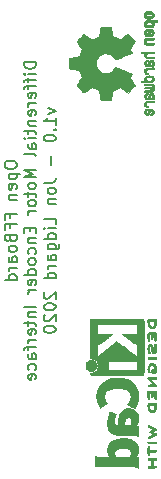
<source format=gbr>
G04 #@! TF.GenerationSoftware,KiCad,Pcbnew,(5.1.5-0-10_14)*
G04 #@! TF.CreationDate,2020-04-14T14:00:02+01:00*
G04 #@! TF.ProjectId,RS422,52533432-322e-46b6-9963-61645f706362,rev?*
G04 #@! TF.SameCoordinates,Original*
G04 #@! TF.FileFunction,Legend,Bot*
G04 #@! TF.FilePolarity,Positive*
%FSLAX46Y46*%
G04 Gerber Fmt 4.6, Leading zero omitted, Abs format (unit mm)*
G04 Created by KiCad (PCBNEW (5.1.5-0-10_14)) date 2020-04-14 14:00:02*
%MOMM*%
%LPD*%
G04 APERTURE LIST*
%ADD10C,0.150000*%
%ADD11C,0.010000*%
G04 APERTURE END LIST*
D10*
X118452380Y-75176666D02*
X118452380Y-75367142D01*
X118500000Y-75462380D01*
X118595238Y-75557619D01*
X118785714Y-75605238D01*
X119119047Y-75605238D01*
X119309523Y-75557619D01*
X119404761Y-75462380D01*
X119452380Y-75367142D01*
X119452380Y-75176666D01*
X119404761Y-75081428D01*
X119309523Y-74986190D01*
X119119047Y-74938571D01*
X118785714Y-74938571D01*
X118595238Y-74986190D01*
X118500000Y-75081428D01*
X118452380Y-75176666D01*
X118785714Y-76033809D02*
X119785714Y-76033809D01*
X118833333Y-76033809D02*
X118785714Y-76129047D01*
X118785714Y-76319523D01*
X118833333Y-76414761D01*
X118880952Y-76462380D01*
X118976190Y-76510000D01*
X119261904Y-76510000D01*
X119357142Y-76462380D01*
X119404761Y-76414761D01*
X119452380Y-76319523D01*
X119452380Y-76129047D01*
X119404761Y-76033809D01*
X119404761Y-77319523D02*
X119452380Y-77224285D01*
X119452380Y-77033809D01*
X119404761Y-76938571D01*
X119309523Y-76890952D01*
X118928571Y-76890952D01*
X118833333Y-76938571D01*
X118785714Y-77033809D01*
X118785714Y-77224285D01*
X118833333Y-77319523D01*
X118928571Y-77367142D01*
X119023809Y-77367142D01*
X119119047Y-76890952D01*
X118785714Y-77795714D02*
X119452380Y-77795714D01*
X118880952Y-77795714D02*
X118833333Y-77843333D01*
X118785714Y-77938571D01*
X118785714Y-78081428D01*
X118833333Y-78176666D01*
X118928571Y-78224285D01*
X119452380Y-78224285D01*
X118928571Y-79795714D02*
X118928571Y-79462380D01*
X119452380Y-79462380D02*
X118452380Y-79462380D01*
X118452380Y-79938571D01*
X118928571Y-80652857D02*
X118928571Y-80319523D01*
X119452380Y-80319523D02*
X118452380Y-80319523D01*
X118452380Y-80795714D01*
X118928571Y-81510000D02*
X118976190Y-81652857D01*
X119023809Y-81700476D01*
X119119047Y-81748095D01*
X119261904Y-81748095D01*
X119357142Y-81700476D01*
X119404761Y-81652857D01*
X119452380Y-81557619D01*
X119452380Y-81176666D01*
X118452380Y-81176666D01*
X118452380Y-81510000D01*
X118500000Y-81605238D01*
X118547619Y-81652857D01*
X118642857Y-81700476D01*
X118738095Y-81700476D01*
X118833333Y-81652857D01*
X118880952Y-81605238D01*
X118928571Y-81510000D01*
X118928571Y-81176666D01*
X119452380Y-82319523D02*
X119404761Y-82224285D01*
X119357142Y-82176666D01*
X119261904Y-82129047D01*
X118976190Y-82129047D01*
X118880952Y-82176666D01*
X118833333Y-82224285D01*
X118785714Y-82319523D01*
X118785714Y-82462380D01*
X118833333Y-82557619D01*
X118880952Y-82605238D01*
X118976190Y-82652857D01*
X119261904Y-82652857D01*
X119357142Y-82605238D01*
X119404761Y-82557619D01*
X119452380Y-82462380D01*
X119452380Y-82319523D01*
X119452380Y-83510000D02*
X118928571Y-83510000D01*
X118833333Y-83462380D01*
X118785714Y-83367142D01*
X118785714Y-83176666D01*
X118833333Y-83081428D01*
X119404761Y-83510000D02*
X119452380Y-83414761D01*
X119452380Y-83176666D01*
X119404761Y-83081428D01*
X119309523Y-83033809D01*
X119214285Y-83033809D01*
X119119047Y-83081428D01*
X119071428Y-83176666D01*
X119071428Y-83414761D01*
X119023809Y-83510000D01*
X119452380Y-83986190D02*
X118785714Y-83986190D01*
X118976190Y-83986190D02*
X118880952Y-84033809D01*
X118833333Y-84081428D01*
X118785714Y-84176666D01*
X118785714Y-84271904D01*
X119452380Y-85033809D02*
X118452380Y-85033809D01*
X119404761Y-85033809D02*
X119452380Y-84938571D01*
X119452380Y-84748095D01*
X119404761Y-84652857D01*
X119357142Y-84605238D01*
X119261904Y-84557619D01*
X118976190Y-84557619D01*
X118880952Y-84605238D01*
X118833333Y-84652857D01*
X118785714Y-84748095D01*
X118785714Y-84938571D01*
X118833333Y-85033809D01*
X121102380Y-66581428D02*
X120102380Y-66581428D01*
X120102380Y-66819523D01*
X120150000Y-66962380D01*
X120245238Y-67057619D01*
X120340476Y-67105238D01*
X120530952Y-67152857D01*
X120673809Y-67152857D01*
X120864285Y-67105238D01*
X120959523Y-67057619D01*
X121054761Y-66962380D01*
X121102380Y-66819523D01*
X121102380Y-66581428D01*
X121102380Y-67581428D02*
X120435714Y-67581428D01*
X120102380Y-67581428D02*
X120150000Y-67533809D01*
X120197619Y-67581428D01*
X120150000Y-67629047D01*
X120102380Y-67581428D01*
X120197619Y-67581428D01*
X120435714Y-67914761D02*
X120435714Y-68295714D01*
X121102380Y-68057619D02*
X120245238Y-68057619D01*
X120150000Y-68105238D01*
X120102380Y-68200476D01*
X120102380Y-68295714D01*
X120435714Y-68486190D02*
X120435714Y-68867142D01*
X121102380Y-68629047D02*
X120245238Y-68629047D01*
X120150000Y-68676666D01*
X120102380Y-68771904D01*
X120102380Y-68867142D01*
X121054761Y-69581428D02*
X121102380Y-69486190D01*
X121102380Y-69295714D01*
X121054761Y-69200476D01*
X120959523Y-69152857D01*
X120578571Y-69152857D01*
X120483333Y-69200476D01*
X120435714Y-69295714D01*
X120435714Y-69486190D01*
X120483333Y-69581428D01*
X120578571Y-69629047D01*
X120673809Y-69629047D01*
X120769047Y-69152857D01*
X121102380Y-70057619D02*
X120435714Y-70057619D01*
X120626190Y-70057619D02*
X120530952Y-70105238D01*
X120483333Y-70152857D01*
X120435714Y-70248095D01*
X120435714Y-70343333D01*
X121054761Y-71057619D02*
X121102380Y-70962380D01*
X121102380Y-70771904D01*
X121054761Y-70676666D01*
X120959523Y-70629047D01*
X120578571Y-70629047D01*
X120483333Y-70676666D01*
X120435714Y-70771904D01*
X120435714Y-70962380D01*
X120483333Y-71057619D01*
X120578571Y-71105238D01*
X120673809Y-71105238D01*
X120769047Y-70629047D01*
X120435714Y-71533809D02*
X121102380Y-71533809D01*
X120530952Y-71533809D02*
X120483333Y-71581428D01*
X120435714Y-71676666D01*
X120435714Y-71819523D01*
X120483333Y-71914761D01*
X120578571Y-71962380D01*
X121102380Y-71962380D01*
X120435714Y-72295714D02*
X120435714Y-72676666D01*
X120102380Y-72438571D02*
X120959523Y-72438571D01*
X121054761Y-72486190D01*
X121102380Y-72581428D01*
X121102380Y-72676666D01*
X121102380Y-73010000D02*
X120435714Y-73010000D01*
X120102380Y-73010000D02*
X120150000Y-72962380D01*
X120197619Y-73010000D01*
X120150000Y-73057619D01*
X120102380Y-73010000D01*
X120197619Y-73010000D01*
X121102380Y-73914761D02*
X120578571Y-73914761D01*
X120483333Y-73867142D01*
X120435714Y-73771904D01*
X120435714Y-73581428D01*
X120483333Y-73486190D01*
X121054761Y-73914761D02*
X121102380Y-73819523D01*
X121102380Y-73581428D01*
X121054761Y-73486190D01*
X120959523Y-73438571D01*
X120864285Y-73438571D01*
X120769047Y-73486190D01*
X120721428Y-73581428D01*
X120721428Y-73819523D01*
X120673809Y-73914761D01*
X121102380Y-74533809D02*
X121054761Y-74438571D01*
X120959523Y-74390952D01*
X120102380Y-74390952D01*
X121102380Y-75676666D02*
X120102380Y-75676666D01*
X120816666Y-76010000D01*
X120102380Y-76343333D01*
X121102380Y-76343333D01*
X121102380Y-76962380D02*
X121054761Y-76867142D01*
X121007142Y-76819523D01*
X120911904Y-76771904D01*
X120626190Y-76771904D01*
X120530952Y-76819523D01*
X120483333Y-76867142D01*
X120435714Y-76962380D01*
X120435714Y-77105238D01*
X120483333Y-77200476D01*
X120530952Y-77248095D01*
X120626190Y-77295714D01*
X120911904Y-77295714D01*
X121007142Y-77248095D01*
X121054761Y-77200476D01*
X121102380Y-77105238D01*
X121102380Y-76962380D01*
X120435714Y-77581428D02*
X120435714Y-77962380D01*
X120102380Y-77724285D02*
X120959523Y-77724285D01*
X121054761Y-77771904D01*
X121102380Y-77867142D01*
X121102380Y-77962380D01*
X121102380Y-78438571D02*
X121054761Y-78343333D01*
X121007142Y-78295714D01*
X120911904Y-78248095D01*
X120626190Y-78248095D01*
X120530952Y-78295714D01*
X120483333Y-78343333D01*
X120435714Y-78438571D01*
X120435714Y-78581428D01*
X120483333Y-78676666D01*
X120530952Y-78724285D01*
X120626190Y-78771904D01*
X120911904Y-78771904D01*
X121007142Y-78724285D01*
X121054761Y-78676666D01*
X121102380Y-78581428D01*
X121102380Y-78438571D01*
X121102380Y-79200476D02*
X120435714Y-79200476D01*
X120626190Y-79200476D02*
X120530952Y-79248095D01*
X120483333Y-79295714D01*
X120435714Y-79390952D01*
X120435714Y-79486190D01*
X120578571Y-80581428D02*
X120578571Y-80914761D01*
X121102380Y-81057619D02*
X121102380Y-80581428D01*
X120102380Y-80581428D01*
X120102380Y-81057619D01*
X120435714Y-81486190D02*
X121102380Y-81486190D01*
X120530952Y-81486190D02*
X120483333Y-81533809D01*
X120435714Y-81629047D01*
X120435714Y-81771904D01*
X120483333Y-81867142D01*
X120578571Y-81914761D01*
X121102380Y-81914761D01*
X121054761Y-82819523D02*
X121102380Y-82724285D01*
X121102380Y-82533809D01*
X121054761Y-82438571D01*
X121007142Y-82390952D01*
X120911904Y-82343333D01*
X120626190Y-82343333D01*
X120530952Y-82390952D01*
X120483333Y-82438571D01*
X120435714Y-82533809D01*
X120435714Y-82724285D01*
X120483333Y-82819523D01*
X121102380Y-83390952D02*
X121054761Y-83295714D01*
X121007142Y-83248095D01*
X120911904Y-83200476D01*
X120626190Y-83200476D01*
X120530952Y-83248095D01*
X120483333Y-83295714D01*
X120435714Y-83390952D01*
X120435714Y-83533809D01*
X120483333Y-83629047D01*
X120530952Y-83676666D01*
X120626190Y-83724285D01*
X120911904Y-83724285D01*
X121007142Y-83676666D01*
X121054761Y-83629047D01*
X121102380Y-83533809D01*
X121102380Y-83390952D01*
X121102380Y-84581428D02*
X120102380Y-84581428D01*
X121054761Y-84581428D02*
X121102380Y-84486190D01*
X121102380Y-84295714D01*
X121054761Y-84200476D01*
X121007142Y-84152857D01*
X120911904Y-84105238D01*
X120626190Y-84105238D01*
X120530952Y-84152857D01*
X120483333Y-84200476D01*
X120435714Y-84295714D01*
X120435714Y-84486190D01*
X120483333Y-84581428D01*
X121054761Y-85438571D02*
X121102380Y-85343333D01*
X121102380Y-85152857D01*
X121054761Y-85057619D01*
X120959523Y-85009999D01*
X120578571Y-85009999D01*
X120483333Y-85057619D01*
X120435714Y-85152857D01*
X120435714Y-85343333D01*
X120483333Y-85438571D01*
X120578571Y-85486190D01*
X120673809Y-85486190D01*
X120769047Y-85009999D01*
X121102380Y-85914761D02*
X120435714Y-85914761D01*
X120626190Y-85914761D02*
X120530952Y-85962380D01*
X120483333Y-86009999D01*
X120435714Y-86105238D01*
X120435714Y-86200476D01*
X121102380Y-87295714D02*
X120102380Y-87295714D01*
X120435714Y-87771904D02*
X121102380Y-87771904D01*
X120530952Y-87771904D02*
X120483333Y-87819523D01*
X120435714Y-87914761D01*
X120435714Y-88057619D01*
X120483333Y-88152857D01*
X120578571Y-88200476D01*
X121102380Y-88200476D01*
X120435714Y-88533809D02*
X120435714Y-88914761D01*
X120102380Y-88676666D02*
X120959523Y-88676666D01*
X121054761Y-88724285D01*
X121102380Y-88819523D01*
X121102380Y-88914761D01*
X121054761Y-89629047D02*
X121102380Y-89533809D01*
X121102380Y-89343333D01*
X121054761Y-89248095D01*
X120959523Y-89200476D01*
X120578571Y-89200476D01*
X120483333Y-89248095D01*
X120435714Y-89343333D01*
X120435714Y-89533809D01*
X120483333Y-89629047D01*
X120578571Y-89676666D01*
X120673809Y-89676666D01*
X120769047Y-89200476D01*
X121102380Y-90105238D02*
X120435714Y-90105238D01*
X120626190Y-90105238D02*
X120530952Y-90152857D01*
X120483333Y-90200476D01*
X120435714Y-90295714D01*
X120435714Y-90390952D01*
X120435714Y-90581428D02*
X120435714Y-90962380D01*
X121102380Y-90724285D02*
X120245238Y-90724285D01*
X120150000Y-90771904D01*
X120102380Y-90867142D01*
X120102380Y-90962380D01*
X121102380Y-91724285D02*
X120578571Y-91724285D01*
X120483333Y-91676666D01*
X120435714Y-91581428D01*
X120435714Y-91390952D01*
X120483333Y-91295714D01*
X121054761Y-91724285D02*
X121102380Y-91629047D01*
X121102380Y-91390952D01*
X121054761Y-91295714D01*
X120959523Y-91248095D01*
X120864285Y-91248095D01*
X120769047Y-91295714D01*
X120721428Y-91390952D01*
X120721428Y-91629047D01*
X120673809Y-91724285D01*
X121054761Y-92629047D02*
X121102380Y-92533809D01*
X121102380Y-92343333D01*
X121054761Y-92248095D01*
X121007142Y-92200476D01*
X120911904Y-92152857D01*
X120626190Y-92152857D01*
X120530952Y-92200476D01*
X120483333Y-92248095D01*
X120435714Y-92343333D01*
X120435714Y-92533809D01*
X120483333Y-92629047D01*
X121054761Y-93438571D02*
X121102380Y-93343333D01*
X121102380Y-93152857D01*
X121054761Y-93057619D01*
X120959523Y-93009999D01*
X120578571Y-93009999D01*
X120483333Y-93057619D01*
X120435714Y-93152857D01*
X120435714Y-93343333D01*
X120483333Y-93438571D01*
X120578571Y-93486190D01*
X120673809Y-93486190D01*
X120769047Y-93009999D01*
X122085714Y-70486190D02*
X122752380Y-70724285D01*
X122085714Y-70962380D01*
X122752380Y-71867142D02*
X122752380Y-71295714D01*
X122752380Y-71581428D02*
X121752380Y-71581428D01*
X121895238Y-71486190D01*
X121990476Y-71390952D01*
X122038095Y-71295714D01*
X122657142Y-72295714D02*
X122704761Y-72343333D01*
X122752380Y-72295714D01*
X122704761Y-72248095D01*
X122657142Y-72295714D01*
X122752380Y-72295714D01*
X121752380Y-72962380D02*
X121752380Y-73057619D01*
X121800000Y-73152857D01*
X121847619Y-73200476D01*
X121942857Y-73248095D01*
X122133333Y-73295714D01*
X122371428Y-73295714D01*
X122561904Y-73248095D01*
X122657142Y-73200476D01*
X122704761Y-73152857D01*
X122752380Y-73057619D01*
X122752380Y-72962380D01*
X122704761Y-72867142D01*
X122657142Y-72819523D01*
X122561904Y-72771904D01*
X122371428Y-72724285D01*
X122133333Y-72724285D01*
X121942857Y-72771904D01*
X121847619Y-72819523D01*
X121800000Y-72867142D01*
X121752380Y-72962380D01*
X122371428Y-74486190D02*
X122371428Y-75248095D01*
X121752380Y-76771904D02*
X122466666Y-76771904D01*
X122609523Y-76724285D01*
X122704761Y-76629047D01*
X122752380Y-76486190D01*
X122752380Y-76390952D01*
X122752380Y-77390952D02*
X122704761Y-77295714D01*
X122657142Y-77248095D01*
X122561904Y-77200476D01*
X122276190Y-77200476D01*
X122180952Y-77248095D01*
X122133333Y-77295714D01*
X122085714Y-77390952D01*
X122085714Y-77533809D01*
X122133333Y-77629047D01*
X122180952Y-77676666D01*
X122276190Y-77724285D01*
X122561904Y-77724285D01*
X122657142Y-77676666D01*
X122704761Y-77629047D01*
X122752380Y-77533809D01*
X122752380Y-77390952D01*
X122085714Y-78152857D02*
X122752380Y-78152857D01*
X122180952Y-78152857D02*
X122133333Y-78200476D01*
X122085714Y-78295714D01*
X122085714Y-78438571D01*
X122133333Y-78533809D01*
X122228571Y-78581428D01*
X122752380Y-78581428D01*
X122752380Y-80295714D02*
X122752380Y-79819523D01*
X121752380Y-79819523D01*
X122752380Y-80629047D02*
X122085714Y-80629047D01*
X121752380Y-80629047D02*
X121800000Y-80581428D01*
X121847619Y-80629047D01*
X121800000Y-80676666D01*
X121752380Y-80629047D01*
X121847619Y-80629047D01*
X122752380Y-81533809D02*
X121752380Y-81533809D01*
X122704761Y-81533809D02*
X122752380Y-81438571D01*
X122752380Y-81248095D01*
X122704761Y-81152857D01*
X122657142Y-81105238D01*
X122561904Y-81057619D01*
X122276190Y-81057619D01*
X122180952Y-81105238D01*
X122133333Y-81152857D01*
X122085714Y-81248095D01*
X122085714Y-81438571D01*
X122133333Y-81533809D01*
X122085714Y-82438571D02*
X122895238Y-82438571D01*
X122990476Y-82390952D01*
X123038095Y-82343333D01*
X123085714Y-82248095D01*
X123085714Y-82105238D01*
X123038095Y-82010000D01*
X122704761Y-82438571D02*
X122752380Y-82343333D01*
X122752380Y-82152857D01*
X122704761Y-82057619D01*
X122657142Y-82010000D01*
X122561904Y-81962380D01*
X122276190Y-81962380D01*
X122180952Y-82010000D01*
X122133333Y-82057619D01*
X122085714Y-82152857D01*
X122085714Y-82343333D01*
X122133333Y-82438571D01*
X122752380Y-83343333D02*
X122228571Y-83343333D01*
X122133333Y-83295714D01*
X122085714Y-83200476D01*
X122085714Y-83010000D01*
X122133333Y-82914761D01*
X122704761Y-83343333D02*
X122752380Y-83248095D01*
X122752380Y-83010000D01*
X122704761Y-82914761D01*
X122609523Y-82867142D01*
X122514285Y-82867142D01*
X122419047Y-82914761D01*
X122371428Y-83010000D01*
X122371428Y-83248095D01*
X122323809Y-83343333D01*
X122752380Y-83819523D02*
X122085714Y-83819523D01*
X122276190Y-83819523D02*
X122180952Y-83867142D01*
X122133333Y-83914761D01*
X122085714Y-84010000D01*
X122085714Y-84105238D01*
X122752380Y-84867142D02*
X121752380Y-84867142D01*
X122704761Y-84867142D02*
X122752380Y-84771904D01*
X122752380Y-84581428D01*
X122704761Y-84486190D01*
X122657142Y-84438571D01*
X122561904Y-84390952D01*
X122276190Y-84390952D01*
X122180952Y-84438571D01*
X122133333Y-84486190D01*
X122085714Y-84581428D01*
X122085714Y-84771904D01*
X122133333Y-84867142D01*
X121847619Y-86057619D02*
X121800000Y-86105238D01*
X121752380Y-86200476D01*
X121752380Y-86438571D01*
X121800000Y-86533809D01*
X121847619Y-86581428D01*
X121942857Y-86629047D01*
X122038095Y-86629047D01*
X122180952Y-86581428D01*
X122752380Y-86010000D01*
X122752380Y-86629047D01*
X121752380Y-87248095D02*
X121752380Y-87343333D01*
X121800000Y-87438571D01*
X121847619Y-87486190D01*
X121942857Y-87533809D01*
X122133333Y-87581428D01*
X122371428Y-87581428D01*
X122561904Y-87533809D01*
X122657142Y-87486190D01*
X122704761Y-87438571D01*
X122752380Y-87343333D01*
X122752380Y-87248095D01*
X122704761Y-87152857D01*
X122657142Y-87105238D01*
X122561904Y-87057619D01*
X122371428Y-87010000D01*
X122133333Y-87010000D01*
X121942857Y-87057619D01*
X121847619Y-87105238D01*
X121800000Y-87152857D01*
X121752380Y-87248095D01*
X121847619Y-87962380D02*
X121800000Y-88010000D01*
X121752380Y-88105238D01*
X121752380Y-88343333D01*
X121800000Y-88438571D01*
X121847619Y-88486190D01*
X121942857Y-88533809D01*
X122038095Y-88533809D01*
X122180952Y-88486190D01*
X122752380Y-87914761D01*
X122752380Y-88533809D01*
X121752380Y-89152857D02*
X121752380Y-89248095D01*
X121800000Y-89343333D01*
X121847619Y-89390952D01*
X121942857Y-89438571D01*
X122133333Y-89486190D01*
X122371428Y-89486190D01*
X122561904Y-89438571D01*
X122657142Y-89390952D01*
X122704761Y-89343333D01*
X122752380Y-89248095D01*
X122752380Y-89152857D01*
X122704761Y-89057619D01*
X122657142Y-89010000D01*
X122561904Y-88962380D01*
X122371428Y-88914761D01*
X122133333Y-88914761D01*
X121942857Y-88962380D01*
X121847619Y-89010000D01*
X121800000Y-89057619D01*
X121752380Y-89152857D01*
D11*
G36*
X130539066Y-88493629D02*
G01*
X130539467Y-88533111D01*
X130542259Y-88648800D01*
X130550550Y-88745689D01*
X130565232Y-88827081D01*
X130587193Y-88896277D01*
X130617322Y-88956580D01*
X130656510Y-89011292D01*
X130673532Y-89030833D01*
X130713363Y-89063250D01*
X130767413Y-89092480D01*
X130827323Y-89115009D01*
X130884739Y-89127321D01*
X130905956Y-89128600D01*
X130964769Y-89120583D01*
X131029013Y-89099101D01*
X131089821Y-89068001D01*
X131138330Y-89031134D01*
X131144182Y-89025146D01*
X131185321Y-88974421D01*
X131217435Y-88918875D01*
X131241365Y-88855304D01*
X131257953Y-88780506D01*
X131268041Y-88691278D01*
X131272469Y-88584418D01*
X131272845Y-88535472D01*
X131272545Y-88473238D01*
X131271292Y-88429472D01*
X131268554Y-88400069D01*
X131263801Y-88380921D01*
X131256501Y-88367923D01*
X131250267Y-88360955D01*
X131242694Y-88354374D01*
X131232924Y-88349212D01*
X131218340Y-88345297D01*
X131196326Y-88342457D01*
X131164264Y-88340520D01*
X131119536Y-88339316D01*
X131059526Y-88338672D01*
X130981617Y-88338417D01*
X130905956Y-88338378D01*
X130805041Y-88338130D01*
X130724427Y-88338183D01*
X130685822Y-88339143D01*
X130685822Y-88485133D01*
X131126089Y-88485133D01*
X131126004Y-88578266D01*
X131124396Y-88634307D01*
X131120256Y-88693001D01*
X131114464Y-88741972D01*
X131114226Y-88743462D01*
X131095090Y-88822608D01*
X131065287Y-88883998D01*
X131022878Y-88930695D01*
X130976961Y-88960365D01*
X130926026Y-88978647D01*
X130878200Y-88977229D01*
X130826933Y-88956012D01*
X130773899Y-88914511D01*
X130734600Y-88857002D01*
X130708331Y-88782250D01*
X130699035Y-88732292D01*
X130692507Y-88675584D01*
X130687782Y-88615481D01*
X130685817Y-88564361D01*
X130685808Y-88561333D01*
X130685822Y-88485133D01*
X130685822Y-88339143D01*
X130661851Y-88339740D01*
X130615055Y-88344002D01*
X130581778Y-88352170D01*
X130559759Y-88365444D01*
X130546739Y-88385026D01*
X130540457Y-88412117D01*
X130538653Y-88447918D01*
X130539066Y-88493629D01*
G37*
X130539066Y-88493629D02*
X130539467Y-88533111D01*
X130542259Y-88648800D01*
X130550550Y-88745689D01*
X130565232Y-88827081D01*
X130587193Y-88896277D01*
X130617322Y-88956580D01*
X130656510Y-89011292D01*
X130673532Y-89030833D01*
X130713363Y-89063250D01*
X130767413Y-89092480D01*
X130827323Y-89115009D01*
X130884739Y-89127321D01*
X130905956Y-89128600D01*
X130964769Y-89120583D01*
X131029013Y-89099101D01*
X131089821Y-89068001D01*
X131138330Y-89031134D01*
X131144182Y-89025146D01*
X131185321Y-88974421D01*
X131217435Y-88918875D01*
X131241365Y-88855304D01*
X131257953Y-88780506D01*
X131268041Y-88691278D01*
X131272469Y-88584418D01*
X131272845Y-88535472D01*
X131272545Y-88473238D01*
X131271292Y-88429472D01*
X131268554Y-88400069D01*
X131263801Y-88380921D01*
X131256501Y-88367923D01*
X131250267Y-88360955D01*
X131242694Y-88354374D01*
X131232924Y-88349212D01*
X131218340Y-88345297D01*
X131196326Y-88342457D01*
X131164264Y-88340520D01*
X131119536Y-88339316D01*
X131059526Y-88338672D01*
X130981617Y-88338417D01*
X130905956Y-88338378D01*
X130805041Y-88338130D01*
X130724427Y-88338183D01*
X130685822Y-88339143D01*
X130685822Y-88485133D01*
X131126089Y-88485133D01*
X131126004Y-88578266D01*
X131124396Y-88634307D01*
X131120256Y-88693001D01*
X131114464Y-88741972D01*
X131114226Y-88743462D01*
X131095090Y-88822608D01*
X131065287Y-88883998D01*
X131022878Y-88930695D01*
X130976961Y-88960365D01*
X130926026Y-88978647D01*
X130878200Y-88977229D01*
X130826933Y-88956012D01*
X130773899Y-88914511D01*
X130734600Y-88857002D01*
X130708331Y-88782250D01*
X130699035Y-88732292D01*
X130692507Y-88675584D01*
X130687782Y-88615481D01*
X130685817Y-88564361D01*
X130685808Y-88561333D01*
X130685822Y-88485133D01*
X130685822Y-88339143D01*
X130661851Y-88339740D01*
X130615055Y-88344002D01*
X130581778Y-88352170D01*
X130559759Y-88365444D01*
X130546739Y-88385026D01*
X130540457Y-88412117D01*
X130538653Y-88447918D01*
X130539066Y-88493629D01*
G36*
X130539146Y-89902206D02*
G01*
X130539518Y-89971614D01*
X130540385Y-90024003D01*
X130541946Y-90062153D01*
X130544403Y-90088841D01*
X130547957Y-90106847D01*
X130552810Y-90118951D01*
X130559161Y-90127931D01*
X130562084Y-90131182D01*
X130593142Y-90150957D01*
X130628828Y-90154518D01*
X130660510Y-90141509D01*
X130666913Y-90135494D01*
X130673121Y-90125765D01*
X130677910Y-90110099D01*
X130681514Y-90085592D01*
X130684164Y-90049339D01*
X130686095Y-89998435D01*
X130687539Y-89929974D01*
X130688418Y-89867383D01*
X130691467Y-89619666D01*
X130756378Y-89616281D01*
X130821289Y-89612895D01*
X130821289Y-89781042D01*
X130821919Y-89854041D01*
X130824553Y-89907483D01*
X130830309Y-89944372D01*
X130840304Y-89967712D01*
X130855656Y-89980506D01*
X130877482Y-89985758D01*
X130897738Y-89986555D01*
X130922592Y-89984077D01*
X130940906Y-89974723D01*
X130953637Y-89955617D01*
X130961741Y-89923882D01*
X130966176Y-89876641D01*
X130967899Y-89811017D01*
X130968045Y-89775199D01*
X130968045Y-89614022D01*
X131126089Y-89614022D01*
X131126089Y-89862378D01*
X131126202Y-89943787D01*
X131126712Y-90005658D01*
X131127870Y-90051032D01*
X131129930Y-90082946D01*
X131133146Y-90104441D01*
X131137772Y-90118557D01*
X131144059Y-90128332D01*
X131148667Y-90133311D01*
X131175560Y-90150390D01*
X131199467Y-90155889D01*
X131228667Y-90148037D01*
X131250267Y-90133311D01*
X131257066Y-90125454D01*
X131262346Y-90115312D01*
X131266298Y-90100156D01*
X131269113Y-90077259D01*
X131270982Y-90043891D01*
X131272098Y-89997325D01*
X131272651Y-89934833D01*
X131272833Y-89853686D01*
X131272845Y-89811578D01*
X131272765Y-89721402D01*
X131272398Y-89651076D01*
X131271552Y-89597871D01*
X131270036Y-89559060D01*
X131267659Y-89531913D01*
X131264229Y-89513702D01*
X131259554Y-89501700D01*
X131253444Y-89493178D01*
X131250267Y-89489844D01*
X131242670Y-89483245D01*
X131232870Y-89478073D01*
X131218239Y-89474154D01*
X131196152Y-89471316D01*
X131163982Y-89469385D01*
X131119103Y-89468188D01*
X131058889Y-89467552D01*
X130980713Y-89467303D01*
X130907923Y-89467266D01*
X130814707Y-89467300D01*
X130741431Y-89467535D01*
X130685458Y-89468170D01*
X130644151Y-89469406D01*
X130614872Y-89471444D01*
X130594984Y-89474483D01*
X130581850Y-89478723D01*
X130572832Y-89484365D01*
X130565293Y-89491609D01*
X130563612Y-89493394D01*
X130556172Y-89502055D01*
X130550409Y-89512118D01*
X130546112Y-89526375D01*
X130543064Y-89547617D01*
X130541051Y-89578636D01*
X130539860Y-89622223D01*
X130539275Y-89681169D01*
X130539083Y-89758266D01*
X130539067Y-89812999D01*
X130539146Y-89902206D01*
G37*
X130539146Y-89902206D02*
X130539518Y-89971614D01*
X130540385Y-90024003D01*
X130541946Y-90062153D01*
X130544403Y-90088841D01*
X130547957Y-90106847D01*
X130552810Y-90118951D01*
X130559161Y-90127931D01*
X130562084Y-90131182D01*
X130593142Y-90150957D01*
X130628828Y-90154518D01*
X130660510Y-90141509D01*
X130666913Y-90135494D01*
X130673121Y-90125765D01*
X130677910Y-90110099D01*
X130681514Y-90085592D01*
X130684164Y-90049339D01*
X130686095Y-89998435D01*
X130687539Y-89929974D01*
X130688418Y-89867383D01*
X130691467Y-89619666D01*
X130756378Y-89616281D01*
X130821289Y-89612895D01*
X130821289Y-89781042D01*
X130821919Y-89854041D01*
X130824553Y-89907483D01*
X130830309Y-89944372D01*
X130840304Y-89967712D01*
X130855656Y-89980506D01*
X130877482Y-89985758D01*
X130897738Y-89986555D01*
X130922592Y-89984077D01*
X130940906Y-89974723D01*
X130953637Y-89955617D01*
X130961741Y-89923882D01*
X130966176Y-89876641D01*
X130967899Y-89811017D01*
X130968045Y-89775199D01*
X130968045Y-89614022D01*
X131126089Y-89614022D01*
X131126089Y-89862378D01*
X131126202Y-89943787D01*
X131126712Y-90005658D01*
X131127870Y-90051032D01*
X131129930Y-90082946D01*
X131133146Y-90104441D01*
X131137772Y-90118557D01*
X131144059Y-90128332D01*
X131148667Y-90133311D01*
X131175560Y-90150390D01*
X131199467Y-90155889D01*
X131228667Y-90148037D01*
X131250267Y-90133311D01*
X131257066Y-90125454D01*
X131262346Y-90115312D01*
X131266298Y-90100156D01*
X131269113Y-90077259D01*
X131270982Y-90043891D01*
X131272098Y-89997325D01*
X131272651Y-89934833D01*
X131272833Y-89853686D01*
X131272845Y-89811578D01*
X131272765Y-89721402D01*
X131272398Y-89651076D01*
X131271552Y-89597871D01*
X131270036Y-89559060D01*
X131267659Y-89531913D01*
X131264229Y-89513702D01*
X131259554Y-89501700D01*
X131253444Y-89493178D01*
X131250267Y-89489844D01*
X131242670Y-89483245D01*
X131232870Y-89478073D01*
X131218239Y-89474154D01*
X131196152Y-89471316D01*
X131163982Y-89469385D01*
X131119103Y-89468188D01*
X131058889Y-89467552D01*
X130980713Y-89467303D01*
X130907923Y-89467266D01*
X130814707Y-89467300D01*
X130741431Y-89467535D01*
X130685458Y-89468170D01*
X130644151Y-89469406D01*
X130614872Y-89471444D01*
X130594984Y-89474483D01*
X130581850Y-89478723D01*
X130572832Y-89484365D01*
X130565293Y-89491609D01*
X130563612Y-89493394D01*
X130556172Y-89502055D01*
X130550409Y-89512118D01*
X130546112Y-89526375D01*
X130543064Y-89547617D01*
X130541051Y-89578636D01*
X130539860Y-89622223D01*
X130539275Y-89681169D01*
X130539083Y-89758266D01*
X130539067Y-89812999D01*
X130539146Y-89902206D01*
G36*
X130540351Y-90923297D02*
G01*
X130545581Y-90998112D01*
X130553750Y-91067694D01*
X130564550Y-91127998D01*
X130577673Y-91174980D01*
X130592813Y-91204594D01*
X130597269Y-91209140D01*
X130631850Y-91224946D01*
X130667351Y-91220153D01*
X130697725Y-91195636D01*
X130698596Y-91194466D01*
X130707954Y-91180046D01*
X130712876Y-91164992D01*
X130713473Y-91143995D01*
X130709861Y-91111743D01*
X130702154Y-91062927D01*
X130701505Y-91059000D01*
X130692569Y-90986261D01*
X130688161Y-90907783D01*
X130688119Y-90829073D01*
X130692279Y-90755639D01*
X130700479Y-90692989D01*
X130712557Y-90646630D01*
X130713771Y-90643584D01*
X130732615Y-90609952D01*
X130751685Y-90598136D01*
X130770439Y-90607386D01*
X130788337Y-90636953D01*
X130804837Y-90686089D01*
X130819396Y-90754043D01*
X130826406Y-90799355D01*
X130839889Y-90893544D01*
X130852214Y-90968456D01*
X130864449Y-91027283D01*
X130877661Y-91073215D01*
X130892917Y-91109445D01*
X130911285Y-91139162D01*
X130933831Y-91165558D01*
X130955971Y-91186770D01*
X130986819Y-91211935D01*
X131013345Y-91224319D01*
X131046026Y-91228192D01*
X131057995Y-91228333D01*
X131097712Y-91225424D01*
X131127259Y-91213798D01*
X131153486Y-91193677D01*
X131193576Y-91152784D01*
X131224149Y-91107183D01*
X131246203Y-91053487D01*
X131260735Y-90988308D01*
X131268741Y-90908256D01*
X131271218Y-90809943D01*
X131271177Y-90793711D01*
X131269818Y-90728151D01*
X131266730Y-90663134D01*
X131262356Y-90605748D01*
X131257140Y-90563078D01*
X131256541Y-90559628D01*
X131246491Y-90517204D01*
X131233796Y-90481220D01*
X131222190Y-90460850D01*
X131191572Y-90441893D01*
X131155918Y-90440573D01*
X131124144Y-90456915D01*
X131120551Y-90460571D01*
X131109876Y-90475685D01*
X131105276Y-90494585D01*
X131106059Y-90523838D01*
X131110127Y-90559349D01*
X131113762Y-90599030D01*
X131116828Y-90654655D01*
X131119053Y-90719594D01*
X131120164Y-90787215D01*
X131120237Y-90805000D01*
X131119964Y-90872872D01*
X131118646Y-90922546D01*
X131115827Y-90958390D01*
X131111050Y-90984776D01*
X131103857Y-91006074D01*
X131097867Y-91018874D01*
X131081233Y-91047000D01*
X131066168Y-91064932D01*
X131061897Y-91067553D01*
X131044263Y-91062024D01*
X131027192Y-91035740D01*
X131011458Y-90990522D01*
X130997838Y-90928192D01*
X130994804Y-90909829D01*
X130979738Y-90813910D01*
X130967146Y-90737359D01*
X130956111Y-90677220D01*
X130945720Y-90630540D01*
X130935056Y-90594363D01*
X130923205Y-90565735D01*
X130909251Y-90541702D01*
X130892281Y-90519308D01*
X130871378Y-90495598D01*
X130864049Y-90487620D01*
X130836699Y-90459647D01*
X130815029Y-90444840D01*
X130790232Y-90439048D01*
X130758983Y-90438111D01*
X130697705Y-90448425D01*
X130645640Y-90479248D01*
X130602958Y-90530405D01*
X130569825Y-90601717D01*
X130554964Y-90652600D01*
X130545366Y-90707900D01*
X130539936Y-90774147D01*
X130538367Y-90847294D01*
X130540351Y-90923297D01*
G37*
X130540351Y-90923297D02*
X130545581Y-90998112D01*
X130553750Y-91067694D01*
X130564550Y-91127998D01*
X130577673Y-91174980D01*
X130592813Y-91204594D01*
X130597269Y-91209140D01*
X130631850Y-91224946D01*
X130667351Y-91220153D01*
X130697725Y-91195636D01*
X130698596Y-91194466D01*
X130707954Y-91180046D01*
X130712876Y-91164992D01*
X130713473Y-91143995D01*
X130709861Y-91111743D01*
X130702154Y-91062927D01*
X130701505Y-91059000D01*
X130692569Y-90986261D01*
X130688161Y-90907783D01*
X130688119Y-90829073D01*
X130692279Y-90755639D01*
X130700479Y-90692989D01*
X130712557Y-90646630D01*
X130713771Y-90643584D01*
X130732615Y-90609952D01*
X130751685Y-90598136D01*
X130770439Y-90607386D01*
X130788337Y-90636953D01*
X130804837Y-90686089D01*
X130819396Y-90754043D01*
X130826406Y-90799355D01*
X130839889Y-90893544D01*
X130852214Y-90968456D01*
X130864449Y-91027283D01*
X130877661Y-91073215D01*
X130892917Y-91109445D01*
X130911285Y-91139162D01*
X130933831Y-91165558D01*
X130955971Y-91186770D01*
X130986819Y-91211935D01*
X131013345Y-91224319D01*
X131046026Y-91228192D01*
X131057995Y-91228333D01*
X131097712Y-91225424D01*
X131127259Y-91213798D01*
X131153486Y-91193677D01*
X131193576Y-91152784D01*
X131224149Y-91107183D01*
X131246203Y-91053487D01*
X131260735Y-90988308D01*
X131268741Y-90908256D01*
X131271218Y-90809943D01*
X131271177Y-90793711D01*
X131269818Y-90728151D01*
X131266730Y-90663134D01*
X131262356Y-90605748D01*
X131257140Y-90563078D01*
X131256541Y-90559628D01*
X131246491Y-90517204D01*
X131233796Y-90481220D01*
X131222190Y-90460850D01*
X131191572Y-90441893D01*
X131155918Y-90440573D01*
X131124144Y-90456915D01*
X131120551Y-90460571D01*
X131109876Y-90475685D01*
X131105276Y-90494585D01*
X131106059Y-90523838D01*
X131110127Y-90559349D01*
X131113762Y-90599030D01*
X131116828Y-90654655D01*
X131119053Y-90719594D01*
X131120164Y-90787215D01*
X131120237Y-90805000D01*
X131119964Y-90872872D01*
X131118646Y-90922546D01*
X131115827Y-90958390D01*
X131111050Y-90984776D01*
X131103857Y-91006074D01*
X131097867Y-91018874D01*
X131081233Y-91047000D01*
X131066168Y-91064932D01*
X131061897Y-91067553D01*
X131044263Y-91062024D01*
X131027192Y-91035740D01*
X131011458Y-90990522D01*
X130997838Y-90928192D01*
X130994804Y-90909829D01*
X130979738Y-90813910D01*
X130967146Y-90737359D01*
X130956111Y-90677220D01*
X130945720Y-90630540D01*
X130935056Y-90594363D01*
X130923205Y-90565735D01*
X130909251Y-90541702D01*
X130892281Y-90519308D01*
X130871378Y-90495598D01*
X130864049Y-90487620D01*
X130836699Y-90459647D01*
X130815029Y-90444840D01*
X130790232Y-90439048D01*
X130758983Y-90438111D01*
X130697705Y-90448425D01*
X130645640Y-90479248D01*
X130602958Y-90530405D01*
X130569825Y-90601717D01*
X130554964Y-90652600D01*
X130545366Y-90707900D01*
X130539936Y-90774147D01*
X130538367Y-90847294D01*
X130540351Y-90923297D01*
G36*
X130561645Y-91691178D02*
G01*
X130569218Y-91697758D01*
X130578987Y-91702921D01*
X130593571Y-91706836D01*
X130615585Y-91709676D01*
X130647648Y-91711613D01*
X130692375Y-91712817D01*
X130752385Y-91713461D01*
X130830294Y-91713716D01*
X130905956Y-91713755D01*
X130999802Y-91713686D01*
X131073689Y-91713362D01*
X131130232Y-91712614D01*
X131172049Y-91711268D01*
X131201757Y-91709154D01*
X131221973Y-91706100D01*
X131235314Y-91701934D01*
X131244398Y-91696484D01*
X131250267Y-91691178D01*
X131269947Y-91658174D01*
X131268181Y-91623009D01*
X131246717Y-91591545D01*
X131238337Y-91584316D01*
X131228614Y-91578666D01*
X131214861Y-91574401D01*
X131194389Y-91571327D01*
X131164512Y-91569248D01*
X131122541Y-91567970D01*
X131065789Y-91567299D01*
X130991567Y-91567041D01*
X130907537Y-91567000D01*
X130594485Y-91567000D01*
X130566776Y-91594709D01*
X130543463Y-91628863D01*
X130542623Y-91661994D01*
X130561645Y-91691178D01*
G37*
X130561645Y-91691178D02*
X130569218Y-91697758D01*
X130578987Y-91702921D01*
X130593571Y-91706836D01*
X130615585Y-91709676D01*
X130647648Y-91711613D01*
X130692375Y-91712817D01*
X130752385Y-91713461D01*
X130830294Y-91713716D01*
X130905956Y-91713755D01*
X130999802Y-91713686D01*
X131073689Y-91713362D01*
X131130232Y-91712614D01*
X131172049Y-91711268D01*
X131201757Y-91709154D01*
X131221973Y-91706100D01*
X131235314Y-91701934D01*
X131244398Y-91696484D01*
X131250267Y-91691178D01*
X131269947Y-91658174D01*
X131268181Y-91623009D01*
X131246717Y-91591545D01*
X131238337Y-91584316D01*
X131228614Y-91578666D01*
X131214861Y-91574401D01*
X131194389Y-91571327D01*
X131164512Y-91569248D01*
X131122541Y-91567970D01*
X131065789Y-91567299D01*
X130991567Y-91567041D01*
X130907537Y-91567000D01*
X130594485Y-91567000D01*
X130566776Y-91594709D01*
X130543463Y-91628863D01*
X130542623Y-91661994D01*
X130561645Y-91691178D01*
G36*
X130544599Y-92664919D02*
G01*
X130556095Y-92733435D01*
X130573967Y-92786057D01*
X130597499Y-92820292D01*
X130610924Y-92829621D01*
X130642148Y-92839107D01*
X130670395Y-92832723D01*
X130697182Y-92812570D01*
X130709713Y-92781255D01*
X130708696Y-92735817D01*
X130701906Y-92700674D01*
X130688971Y-92622581D01*
X130687742Y-92542774D01*
X130698241Y-92453445D01*
X130702690Y-92428771D01*
X130726108Y-92345709D01*
X130760945Y-92280727D01*
X130806604Y-92234539D01*
X130862494Y-92207855D01*
X130891388Y-92202337D01*
X130950012Y-92205949D01*
X131001879Y-92229271D01*
X131045978Y-92270176D01*
X131081299Y-92326541D01*
X131106829Y-92396240D01*
X131121559Y-92477148D01*
X131124478Y-92567140D01*
X131114575Y-92664090D01*
X131113641Y-92669564D01*
X131106459Y-92708125D01*
X131099521Y-92729506D01*
X131089227Y-92738773D01*
X131071976Y-92740994D01*
X131062841Y-92741044D01*
X131024489Y-92741044D01*
X131024489Y-92672569D01*
X131020347Y-92612100D01*
X131007147Y-92570835D01*
X130983730Y-92546825D01*
X130948936Y-92538123D01*
X130944394Y-92538017D01*
X130914654Y-92543108D01*
X130893419Y-92560567D01*
X130879366Y-92593061D01*
X130871173Y-92643257D01*
X130868161Y-92691877D01*
X130866433Y-92762544D01*
X130869070Y-92813802D01*
X130878800Y-92848761D01*
X130898353Y-92870530D01*
X130930456Y-92882220D01*
X130977838Y-92886940D01*
X131040071Y-92887800D01*
X131109535Y-92886391D01*
X131156786Y-92882152D01*
X131182012Y-92875064D01*
X131183988Y-92873689D01*
X131215508Y-92834772D01*
X131240470Y-92777714D01*
X131258340Y-92706131D01*
X131268586Y-92623642D01*
X131270673Y-92533861D01*
X131264068Y-92440408D01*
X131255956Y-92385444D01*
X131231554Y-92299234D01*
X131191662Y-92219108D01*
X131139887Y-92152023D01*
X131129539Y-92141827D01*
X131086035Y-92108698D01*
X131032118Y-92078806D01*
X130975592Y-92055643D01*
X130924259Y-92042702D01*
X130904544Y-92041142D01*
X130863419Y-92047782D01*
X130812252Y-92065432D01*
X130758394Y-92090703D01*
X130709195Y-92120211D01*
X130676334Y-92146281D01*
X130627452Y-92207235D01*
X130588545Y-92286031D01*
X130560494Y-92379843D01*
X130544179Y-92485850D01*
X130540192Y-92583000D01*
X130544599Y-92664919D01*
G37*
X130544599Y-92664919D02*
X130556095Y-92733435D01*
X130573967Y-92786057D01*
X130597499Y-92820292D01*
X130610924Y-92829621D01*
X130642148Y-92839107D01*
X130670395Y-92832723D01*
X130697182Y-92812570D01*
X130709713Y-92781255D01*
X130708696Y-92735817D01*
X130701906Y-92700674D01*
X130688971Y-92622581D01*
X130687742Y-92542774D01*
X130698241Y-92453445D01*
X130702690Y-92428771D01*
X130726108Y-92345709D01*
X130760945Y-92280727D01*
X130806604Y-92234539D01*
X130862494Y-92207855D01*
X130891388Y-92202337D01*
X130950012Y-92205949D01*
X131001879Y-92229271D01*
X131045978Y-92270176D01*
X131081299Y-92326541D01*
X131106829Y-92396240D01*
X131121559Y-92477148D01*
X131124478Y-92567140D01*
X131114575Y-92664090D01*
X131113641Y-92669564D01*
X131106459Y-92708125D01*
X131099521Y-92729506D01*
X131089227Y-92738773D01*
X131071976Y-92740994D01*
X131062841Y-92741044D01*
X131024489Y-92741044D01*
X131024489Y-92672569D01*
X131020347Y-92612100D01*
X131007147Y-92570835D01*
X130983730Y-92546825D01*
X130948936Y-92538123D01*
X130944394Y-92538017D01*
X130914654Y-92543108D01*
X130893419Y-92560567D01*
X130879366Y-92593061D01*
X130871173Y-92643257D01*
X130868161Y-92691877D01*
X130866433Y-92762544D01*
X130869070Y-92813802D01*
X130878800Y-92848761D01*
X130898353Y-92870530D01*
X130930456Y-92882220D01*
X130977838Y-92886940D01*
X131040071Y-92887800D01*
X131109535Y-92886391D01*
X131156786Y-92882152D01*
X131182012Y-92875064D01*
X131183988Y-92873689D01*
X131215508Y-92834772D01*
X131240470Y-92777714D01*
X131258340Y-92706131D01*
X131268586Y-92623642D01*
X131270673Y-92533861D01*
X131264068Y-92440408D01*
X131255956Y-92385444D01*
X131231554Y-92299234D01*
X131191662Y-92219108D01*
X131139887Y-92152023D01*
X131129539Y-92141827D01*
X131086035Y-92108698D01*
X131032118Y-92078806D01*
X130975592Y-92055643D01*
X130924259Y-92042702D01*
X130904544Y-92041142D01*
X130863419Y-92047782D01*
X130812252Y-92065432D01*
X130758394Y-92090703D01*
X130709195Y-92120211D01*
X130676334Y-92146281D01*
X130627452Y-92207235D01*
X130588545Y-92286031D01*
X130560494Y-92379843D01*
X130544179Y-92485850D01*
X130540192Y-92583000D01*
X130544599Y-92664919D01*
G36*
X130543448Y-93314886D02*
G01*
X130557273Y-93338452D01*
X130579881Y-93369265D01*
X130612338Y-93408922D01*
X130655708Y-93459020D01*
X130711058Y-93521157D01*
X130779451Y-93596928D01*
X130858084Y-93683666D01*
X131021878Y-93864289D01*
X130802029Y-93869933D01*
X130726351Y-93871971D01*
X130669994Y-93873937D01*
X130629706Y-93876266D01*
X130602235Y-93879394D01*
X130584329Y-93883755D01*
X130572737Y-93889784D01*
X130564208Y-93897916D01*
X130560623Y-93902228D01*
X130541670Y-93936759D01*
X130544441Y-93969617D01*
X130560633Y-93995682D01*
X130582199Y-94022333D01*
X130897151Y-94025648D01*
X130989779Y-94026565D01*
X131062544Y-94027032D01*
X131118161Y-94026887D01*
X131159342Y-94025968D01*
X131188803Y-94024113D01*
X131209255Y-94021161D01*
X131223413Y-94016950D01*
X131233991Y-94011318D01*
X131242474Y-94005073D01*
X131258207Y-93991561D01*
X131268636Y-93978117D01*
X131272639Y-93962876D01*
X131269094Y-93943974D01*
X131256879Y-93919545D01*
X131234871Y-93887727D01*
X131201949Y-93846652D01*
X131156991Y-93794458D01*
X131098875Y-93729278D01*
X131032099Y-93655444D01*
X130791458Y-93390155D01*
X131010589Y-93384511D01*
X131086128Y-93382469D01*
X131142354Y-93380498D01*
X131182524Y-93378161D01*
X131209896Y-93375019D01*
X131227728Y-93370636D01*
X131239279Y-93364576D01*
X131247807Y-93356400D01*
X131251282Y-93352216D01*
X131270372Y-93315235D01*
X131267493Y-93280292D01*
X131243100Y-93249864D01*
X131233286Y-93242903D01*
X131221826Y-93237477D01*
X131205968Y-93233397D01*
X131182963Y-93230471D01*
X131150062Y-93228508D01*
X131104516Y-93227317D01*
X131043573Y-93226708D01*
X130964486Y-93226489D01*
X130905956Y-93226466D01*
X130814407Y-93226540D01*
X130742687Y-93226887D01*
X130688045Y-93227699D01*
X130647732Y-93229167D01*
X130618998Y-93231481D01*
X130599093Y-93234833D01*
X130585268Y-93239412D01*
X130574772Y-93245411D01*
X130568811Y-93249864D01*
X130554691Y-93261150D01*
X130544029Y-93271699D01*
X130537892Y-93283107D01*
X130537343Y-93296970D01*
X130543448Y-93314886D01*
G37*
X130543448Y-93314886D02*
X130557273Y-93338452D01*
X130579881Y-93369265D01*
X130612338Y-93408922D01*
X130655708Y-93459020D01*
X130711058Y-93521157D01*
X130779451Y-93596928D01*
X130858084Y-93683666D01*
X131021878Y-93864289D01*
X130802029Y-93869933D01*
X130726351Y-93871971D01*
X130669994Y-93873937D01*
X130629706Y-93876266D01*
X130602235Y-93879394D01*
X130584329Y-93883755D01*
X130572737Y-93889784D01*
X130564208Y-93897916D01*
X130560623Y-93902228D01*
X130541670Y-93936759D01*
X130544441Y-93969617D01*
X130560633Y-93995682D01*
X130582199Y-94022333D01*
X130897151Y-94025648D01*
X130989779Y-94026565D01*
X131062544Y-94027032D01*
X131118161Y-94026887D01*
X131159342Y-94025968D01*
X131188803Y-94024113D01*
X131209255Y-94021161D01*
X131223413Y-94016950D01*
X131233991Y-94011318D01*
X131242474Y-94005073D01*
X131258207Y-93991561D01*
X131268636Y-93978117D01*
X131272639Y-93962876D01*
X131269094Y-93943974D01*
X131256879Y-93919545D01*
X131234871Y-93887727D01*
X131201949Y-93846652D01*
X131156991Y-93794458D01*
X131098875Y-93729278D01*
X131032099Y-93655444D01*
X130791458Y-93390155D01*
X131010589Y-93384511D01*
X131086128Y-93382469D01*
X131142354Y-93380498D01*
X131182524Y-93378161D01*
X131209896Y-93375019D01*
X131227728Y-93370636D01*
X131239279Y-93364576D01*
X131247807Y-93356400D01*
X131251282Y-93352216D01*
X131270372Y-93315235D01*
X131267493Y-93280292D01*
X131243100Y-93249864D01*
X131233286Y-93242903D01*
X131221826Y-93237477D01*
X131205968Y-93233397D01*
X131182963Y-93230471D01*
X131150062Y-93228508D01*
X131104516Y-93227317D01*
X131043573Y-93226708D01*
X130964486Y-93226489D01*
X130905956Y-93226466D01*
X130814407Y-93226540D01*
X130742687Y-93226887D01*
X130688045Y-93227699D01*
X130647732Y-93229167D01*
X130618998Y-93231481D01*
X130599093Y-93234833D01*
X130585268Y-93239412D01*
X130574772Y-93245411D01*
X130568811Y-93249864D01*
X130554691Y-93261150D01*
X130544029Y-93271699D01*
X130537892Y-93283107D01*
X130537343Y-93296970D01*
X130543448Y-93314886D01*
G36*
X130539260Y-94845343D02*
G01*
X130540174Y-94921701D01*
X130542311Y-94980217D01*
X130546175Y-95023255D01*
X130552267Y-95053183D01*
X130561090Y-95072368D01*
X130573146Y-95083176D01*
X130588939Y-95087973D01*
X130608970Y-95089127D01*
X130611335Y-95089133D01*
X130633992Y-95088131D01*
X130651503Y-95083396D01*
X130664574Y-95072333D01*
X130673913Y-95052348D01*
X130680227Y-95020846D01*
X130684222Y-94975232D01*
X130686606Y-94912913D01*
X130688086Y-94831293D01*
X130688414Y-94806277D01*
X130691467Y-94564200D01*
X130756378Y-94560814D01*
X130821289Y-94557429D01*
X130821289Y-94725576D01*
X130821531Y-94791266D01*
X130822556Y-94838172D01*
X130824811Y-94870083D01*
X130828742Y-94890791D01*
X130834798Y-94904084D01*
X130843424Y-94913755D01*
X130843493Y-94913817D01*
X130877112Y-94931356D01*
X130913448Y-94930722D01*
X130944423Y-94912314D01*
X130947607Y-94908671D01*
X130955812Y-94895741D01*
X130961521Y-94878024D01*
X130965162Y-94851570D01*
X130967167Y-94812432D01*
X130967964Y-94756662D01*
X130968045Y-94720994D01*
X130968045Y-94558555D01*
X131126089Y-94558555D01*
X131126089Y-94805161D01*
X131126231Y-94886580D01*
X131126814Y-94948410D01*
X131128068Y-94993637D01*
X131130227Y-95025248D01*
X131133523Y-95046231D01*
X131138189Y-95059573D01*
X131144457Y-95068261D01*
X131146733Y-95070450D01*
X131178280Y-95086614D01*
X131214168Y-95087797D01*
X131245285Y-95074536D01*
X131255271Y-95064043D01*
X131260769Y-95053129D01*
X131265022Y-95036217D01*
X131268180Y-95010633D01*
X131270392Y-94973701D01*
X131271806Y-94922746D01*
X131272572Y-94855094D01*
X131272838Y-94768069D01*
X131272845Y-94748394D01*
X131272787Y-94659911D01*
X131272467Y-94591227D01*
X131271667Y-94539564D01*
X131270167Y-94502145D01*
X131267749Y-94476190D01*
X131264194Y-94458922D01*
X131259282Y-94447562D01*
X131252795Y-94439332D01*
X131248138Y-94434817D01*
X131239889Y-94428021D01*
X131229669Y-94422712D01*
X131214800Y-94418706D01*
X131192602Y-94415821D01*
X131160393Y-94413874D01*
X131115496Y-94412681D01*
X131055228Y-94412061D01*
X130976911Y-94411829D01*
X130910994Y-94411800D01*
X130818628Y-94411871D01*
X130746117Y-94412208D01*
X130690737Y-94412998D01*
X130649765Y-94414426D01*
X130620478Y-94416679D01*
X130600153Y-94419943D01*
X130586066Y-94424404D01*
X130575495Y-94430248D01*
X130568811Y-94435197D01*
X130539067Y-94458594D01*
X130539067Y-94748774D01*
X130539260Y-94845343D01*
G37*
X130539260Y-94845343D02*
X130540174Y-94921701D01*
X130542311Y-94980217D01*
X130546175Y-95023255D01*
X130552267Y-95053183D01*
X130561090Y-95072368D01*
X130573146Y-95083176D01*
X130588939Y-95087973D01*
X130608970Y-95089127D01*
X130611335Y-95089133D01*
X130633992Y-95088131D01*
X130651503Y-95083396D01*
X130664574Y-95072333D01*
X130673913Y-95052348D01*
X130680227Y-95020846D01*
X130684222Y-94975232D01*
X130686606Y-94912913D01*
X130688086Y-94831293D01*
X130688414Y-94806277D01*
X130691467Y-94564200D01*
X130756378Y-94560814D01*
X130821289Y-94557429D01*
X130821289Y-94725576D01*
X130821531Y-94791266D01*
X130822556Y-94838172D01*
X130824811Y-94870083D01*
X130828742Y-94890791D01*
X130834798Y-94904084D01*
X130843424Y-94913755D01*
X130843493Y-94913817D01*
X130877112Y-94931356D01*
X130913448Y-94930722D01*
X130944423Y-94912314D01*
X130947607Y-94908671D01*
X130955812Y-94895741D01*
X130961521Y-94878024D01*
X130965162Y-94851570D01*
X130967167Y-94812432D01*
X130967964Y-94756662D01*
X130968045Y-94720994D01*
X130968045Y-94558555D01*
X131126089Y-94558555D01*
X131126089Y-94805161D01*
X131126231Y-94886580D01*
X131126814Y-94948410D01*
X131128068Y-94993637D01*
X131130227Y-95025248D01*
X131133523Y-95046231D01*
X131138189Y-95059573D01*
X131144457Y-95068261D01*
X131146733Y-95070450D01*
X131178280Y-95086614D01*
X131214168Y-95087797D01*
X131245285Y-95074536D01*
X131255271Y-95064043D01*
X131260769Y-95053129D01*
X131265022Y-95036217D01*
X131268180Y-95010633D01*
X131270392Y-94973701D01*
X131271806Y-94922746D01*
X131272572Y-94855094D01*
X131272838Y-94768069D01*
X131272845Y-94748394D01*
X131272787Y-94659911D01*
X131272467Y-94591227D01*
X131271667Y-94539564D01*
X131270167Y-94502145D01*
X131267749Y-94476190D01*
X131264194Y-94458922D01*
X131259282Y-94447562D01*
X131252795Y-94439332D01*
X131248138Y-94434817D01*
X131239889Y-94428021D01*
X131229669Y-94422712D01*
X131214800Y-94418706D01*
X131192602Y-94415821D01*
X131160393Y-94413874D01*
X131115496Y-94412681D01*
X131055228Y-94412061D01*
X130976911Y-94411829D01*
X130910994Y-94411800D01*
X130818628Y-94411871D01*
X130746117Y-94412208D01*
X130690737Y-94412998D01*
X130649765Y-94414426D01*
X130620478Y-94416679D01*
X130600153Y-94419943D01*
X130586066Y-94424404D01*
X130575495Y-94430248D01*
X130568811Y-94435197D01*
X130539067Y-94458594D01*
X130539067Y-94748774D01*
X130539260Y-94845343D01*
G36*
X130539275Y-95633309D02*
G01*
X130543636Y-95762288D01*
X130556861Y-95871991D01*
X130579741Y-95964226D01*
X130613070Y-96040802D01*
X130657638Y-96103527D01*
X130714236Y-96154212D01*
X130783658Y-96194663D01*
X130785351Y-96195459D01*
X130847483Y-96219601D01*
X130902509Y-96228203D01*
X130957887Y-96221231D01*
X131021073Y-96198654D01*
X131030689Y-96194372D01*
X131086966Y-96165172D01*
X131130451Y-96132356D01*
X131167417Y-96090002D01*
X131204135Y-96032190D01*
X131206052Y-96028831D01*
X131230227Y-95978504D01*
X131248282Y-95921621D01*
X131260839Y-95854527D01*
X131268522Y-95773565D01*
X131271953Y-95675082D01*
X131272251Y-95640286D01*
X131272845Y-95474594D01*
X131243100Y-95451197D01*
X131233319Y-95444257D01*
X131221897Y-95438842D01*
X131206095Y-95434765D01*
X131183175Y-95431837D01*
X131150396Y-95429867D01*
X131126089Y-95429225D01*
X131126089Y-95585844D01*
X131126089Y-95679726D01*
X131124483Y-95734664D01*
X131120255Y-95791060D01*
X131114292Y-95837345D01*
X131113790Y-95840139D01*
X131091736Y-95922348D01*
X131058600Y-95986114D01*
X131012847Y-96033452D01*
X130952939Y-96066382D01*
X130937061Y-96072108D01*
X130912333Y-96077721D01*
X130887902Y-96075291D01*
X130855400Y-96063467D01*
X130839434Y-96056340D01*
X130797006Y-96033000D01*
X130767240Y-96004880D01*
X130746511Y-95973940D01*
X130719537Y-95911966D01*
X130699998Y-95832651D01*
X130688746Y-95740253D01*
X130686270Y-95673333D01*
X130685822Y-95585844D01*
X131126089Y-95585844D01*
X131126089Y-95429225D01*
X131105021Y-95428668D01*
X131044311Y-95428050D01*
X130965526Y-95427825D01*
X130903920Y-95427800D01*
X130594485Y-95427800D01*
X130566776Y-95455509D01*
X130555544Y-95467806D01*
X130547853Y-95481103D01*
X130543040Y-95499672D01*
X130540446Y-95527786D01*
X130539410Y-95569717D01*
X130539270Y-95629737D01*
X130539275Y-95633309D01*
G37*
X130539275Y-95633309D02*
X130543636Y-95762288D01*
X130556861Y-95871991D01*
X130579741Y-95964226D01*
X130613070Y-96040802D01*
X130657638Y-96103527D01*
X130714236Y-96154212D01*
X130783658Y-96194663D01*
X130785351Y-96195459D01*
X130847483Y-96219601D01*
X130902509Y-96228203D01*
X130957887Y-96221231D01*
X131021073Y-96198654D01*
X131030689Y-96194372D01*
X131086966Y-96165172D01*
X131130451Y-96132356D01*
X131167417Y-96090002D01*
X131204135Y-96032190D01*
X131206052Y-96028831D01*
X131230227Y-95978504D01*
X131248282Y-95921621D01*
X131260839Y-95854527D01*
X131268522Y-95773565D01*
X131271953Y-95675082D01*
X131272251Y-95640286D01*
X131272845Y-95474594D01*
X131243100Y-95451197D01*
X131233319Y-95444257D01*
X131221897Y-95438842D01*
X131206095Y-95434765D01*
X131183175Y-95431837D01*
X131150396Y-95429867D01*
X131126089Y-95429225D01*
X131126089Y-95585844D01*
X131126089Y-95679726D01*
X131124483Y-95734664D01*
X131120255Y-95791060D01*
X131114292Y-95837345D01*
X131113790Y-95840139D01*
X131091736Y-95922348D01*
X131058600Y-95986114D01*
X131012847Y-96033452D01*
X130952939Y-96066382D01*
X130937061Y-96072108D01*
X130912333Y-96077721D01*
X130887902Y-96075291D01*
X130855400Y-96063467D01*
X130839434Y-96056340D01*
X130797006Y-96033000D01*
X130767240Y-96004880D01*
X130746511Y-95973940D01*
X130719537Y-95911966D01*
X130699998Y-95832651D01*
X130688746Y-95740253D01*
X130686270Y-95673333D01*
X130685822Y-95585844D01*
X131126089Y-95585844D01*
X131126089Y-95429225D01*
X131105021Y-95428668D01*
X131044311Y-95428050D01*
X130965526Y-95427825D01*
X130903920Y-95427800D01*
X130594485Y-95427800D01*
X130566776Y-95455509D01*
X130555544Y-95467806D01*
X130547853Y-95481103D01*
X130543040Y-95499672D01*
X130540446Y-95527786D01*
X130539410Y-95569717D01*
X130539270Y-95629737D01*
X130539275Y-95633309D01*
G36*
X130541034Y-98359665D02*
G01*
X130548035Y-98379255D01*
X130548377Y-98380010D01*
X130568678Y-98406613D01*
X130589561Y-98421270D01*
X130599352Y-98424138D01*
X130612361Y-98423996D01*
X130630895Y-98419961D01*
X130657257Y-98411146D01*
X130693752Y-98396669D01*
X130742687Y-98375645D01*
X130806365Y-98347188D01*
X130887093Y-98310415D01*
X130931216Y-98290175D01*
X131009985Y-98253625D01*
X131082423Y-98219315D01*
X131145880Y-98188552D01*
X131197708Y-98162648D01*
X131235259Y-98142910D01*
X131255884Y-98130650D01*
X131258733Y-98128224D01*
X131271302Y-98097183D01*
X131269619Y-98062121D01*
X131254332Y-98034000D01*
X131253089Y-98032854D01*
X131236154Y-98021668D01*
X131203170Y-98002904D01*
X131158380Y-97978875D01*
X131106032Y-97951897D01*
X131086742Y-97942201D01*
X130940150Y-97869014D01*
X131099393Y-97789240D01*
X131154415Y-97760767D01*
X131202132Y-97734350D01*
X131238893Y-97712148D01*
X131261044Y-97696319D01*
X131265741Y-97690954D01*
X131272102Y-97649257D01*
X131258733Y-97614849D01*
X131244446Y-97604728D01*
X131212692Y-97587214D01*
X131166597Y-97563735D01*
X131109285Y-97535720D01*
X131043880Y-97504599D01*
X130973507Y-97471799D01*
X130901291Y-97438750D01*
X130830355Y-97406881D01*
X130763825Y-97377619D01*
X130704826Y-97352395D01*
X130656481Y-97332636D01*
X130621915Y-97319772D01*
X130604253Y-97315231D01*
X130603613Y-97315277D01*
X130581388Y-97326326D01*
X130558753Y-97348410D01*
X130557768Y-97349710D01*
X130542425Y-97376853D01*
X130542574Y-97401958D01*
X130545466Y-97411368D01*
X130551718Y-97422834D01*
X130564014Y-97435010D01*
X130584908Y-97449357D01*
X130616949Y-97467336D01*
X130662688Y-97490407D01*
X130724677Y-97520030D01*
X130781898Y-97546745D01*
X130848226Y-97577480D01*
X130907874Y-97605021D01*
X130957725Y-97627938D01*
X130994664Y-97644798D01*
X131015573Y-97654173D01*
X131018845Y-97655540D01*
X131013497Y-97661689D01*
X130991109Y-97675822D01*
X130954946Y-97696057D01*
X130908277Y-97720515D01*
X130889022Y-97730248D01*
X130824004Y-97763217D01*
X130776654Y-97788643D01*
X130744219Y-97808612D01*
X130723946Y-97825210D01*
X130713082Y-97840524D01*
X130708875Y-97856640D01*
X130708400Y-97867143D01*
X130710042Y-97885670D01*
X130716831Y-97901904D01*
X130731566Y-97918035D01*
X130757044Y-97936251D01*
X130796061Y-97958739D01*
X130851414Y-97987689D01*
X130882903Y-98003662D01*
X130933087Y-98029570D01*
X130974704Y-98052167D01*
X131004242Y-98069458D01*
X131018189Y-98079450D01*
X131018770Y-98080809D01*
X131007793Y-98087261D01*
X130979290Y-98101708D01*
X130936244Y-98122703D01*
X130881638Y-98148797D01*
X130818454Y-98178546D01*
X130787071Y-98193180D01*
X130706078Y-98231250D01*
X130643756Y-98261905D01*
X130598071Y-98286737D01*
X130566989Y-98307337D01*
X130548478Y-98325298D01*
X130540504Y-98342210D01*
X130541034Y-98359665D01*
G37*
X130541034Y-98359665D02*
X130548035Y-98379255D01*
X130548377Y-98380010D01*
X130568678Y-98406613D01*
X130589561Y-98421270D01*
X130599352Y-98424138D01*
X130612361Y-98423996D01*
X130630895Y-98419961D01*
X130657257Y-98411146D01*
X130693752Y-98396669D01*
X130742687Y-98375645D01*
X130806365Y-98347188D01*
X130887093Y-98310415D01*
X130931216Y-98290175D01*
X131009985Y-98253625D01*
X131082423Y-98219315D01*
X131145880Y-98188552D01*
X131197708Y-98162648D01*
X131235259Y-98142910D01*
X131255884Y-98130650D01*
X131258733Y-98128224D01*
X131271302Y-98097183D01*
X131269619Y-98062121D01*
X131254332Y-98034000D01*
X131253089Y-98032854D01*
X131236154Y-98021668D01*
X131203170Y-98002904D01*
X131158380Y-97978875D01*
X131106032Y-97951897D01*
X131086742Y-97942201D01*
X130940150Y-97869014D01*
X131099393Y-97789240D01*
X131154415Y-97760767D01*
X131202132Y-97734350D01*
X131238893Y-97712148D01*
X131261044Y-97696319D01*
X131265741Y-97690954D01*
X131272102Y-97649257D01*
X131258733Y-97614849D01*
X131244446Y-97604728D01*
X131212692Y-97587214D01*
X131166597Y-97563735D01*
X131109285Y-97535720D01*
X131043880Y-97504599D01*
X130973507Y-97471799D01*
X130901291Y-97438750D01*
X130830355Y-97406881D01*
X130763825Y-97377619D01*
X130704826Y-97352395D01*
X130656481Y-97332636D01*
X130621915Y-97319772D01*
X130604253Y-97315231D01*
X130603613Y-97315277D01*
X130581388Y-97326326D01*
X130558753Y-97348410D01*
X130557768Y-97349710D01*
X130542425Y-97376853D01*
X130542574Y-97401958D01*
X130545466Y-97411368D01*
X130551718Y-97422834D01*
X130564014Y-97435010D01*
X130584908Y-97449357D01*
X130616949Y-97467336D01*
X130662688Y-97490407D01*
X130724677Y-97520030D01*
X130781898Y-97546745D01*
X130848226Y-97577480D01*
X130907874Y-97605021D01*
X130957725Y-97627938D01*
X130994664Y-97644798D01*
X131015573Y-97654173D01*
X131018845Y-97655540D01*
X131013497Y-97661689D01*
X130991109Y-97675822D01*
X130954946Y-97696057D01*
X130908277Y-97720515D01*
X130889022Y-97730248D01*
X130824004Y-97763217D01*
X130776654Y-97788643D01*
X130744219Y-97808612D01*
X130723946Y-97825210D01*
X130713082Y-97840524D01*
X130708875Y-97856640D01*
X130708400Y-97867143D01*
X130710042Y-97885670D01*
X130716831Y-97901904D01*
X130731566Y-97918035D01*
X130757044Y-97936251D01*
X130796061Y-97958739D01*
X130851414Y-97987689D01*
X130882903Y-98003662D01*
X130933087Y-98029570D01*
X130974704Y-98052167D01*
X131004242Y-98069458D01*
X131018189Y-98079450D01*
X131018770Y-98080809D01*
X131007793Y-98087261D01*
X130979290Y-98101708D01*
X130936244Y-98122703D01*
X130881638Y-98148797D01*
X130818454Y-98178546D01*
X130787071Y-98193180D01*
X130706078Y-98231250D01*
X130643756Y-98261905D01*
X130598071Y-98286737D01*
X130566989Y-98307337D01*
X130548478Y-98325298D01*
X130540504Y-98342210D01*
X130541034Y-98359665D01*
G36*
X130545877Y-98803614D02*
G01*
X130560647Y-98827327D01*
X130582227Y-98853978D01*
X130903773Y-98853978D01*
X130997830Y-98853893D01*
X131071932Y-98853529D01*
X131128704Y-98852724D01*
X131170768Y-98851313D01*
X131200748Y-98849133D01*
X131221267Y-98846021D01*
X131234949Y-98841814D01*
X131244416Y-98836348D01*
X131249082Y-98832472D01*
X131269575Y-98801034D01*
X131268739Y-98765233D01*
X131251264Y-98733873D01*
X131229684Y-98707222D01*
X130582227Y-98707222D01*
X130560647Y-98733873D01*
X130544949Y-98759594D01*
X130539067Y-98780600D01*
X130545877Y-98803614D01*
G37*
X130545877Y-98803614D02*
X130560647Y-98827327D01*
X130582227Y-98853978D01*
X130903773Y-98853978D01*
X130997830Y-98853893D01*
X131071932Y-98853529D01*
X131128704Y-98852724D01*
X131170768Y-98851313D01*
X131200748Y-98849133D01*
X131221267Y-98846021D01*
X131234949Y-98841814D01*
X131244416Y-98836348D01*
X131249082Y-98832472D01*
X131269575Y-98801034D01*
X131268739Y-98765233D01*
X131251264Y-98733873D01*
X131229684Y-98707222D01*
X130582227Y-98707222D01*
X130560647Y-98733873D01*
X130544949Y-98759594D01*
X130539067Y-98780600D01*
X130545877Y-98803614D01*
G36*
X130539163Y-99578065D02*
G01*
X130539542Y-99656772D01*
X130540333Y-99717863D01*
X130541670Y-99763817D01*
X130543683Y-99797114D01*
X130546506Y-99820236D01*
X130550269Y-99835662D01*
X130555105Y-99845871D01*
X130558822Y-99850813D01*
X130591358Y-99876457D01*
X130625138Y-99879559D01*
X130655826Y-99863711D01*
X130668089Y-99853348D01*
X130676450Y-99842196D01*
X130681657Y-99826035D01*
X130684457Y-99800642D01*
X130685596Y-99761798D01*
X130685821Y-99705280D01*
X130685822Y-99694180D01*
X130685822Y-99548244D01*
X130956756Y-99548244D01*
X131042154Y-99548148D01*
X131107864Y-99547711D01*
X131156774Y-99546712D01*
X131191773Y-99544928D01*
X131215749Y-99542137D01*
X131231593Y-99538117D01*
X131242191Y-99532645D01*
X131250267Y-99525666D01*
X131270112Y-99492734D01*
X131268548Y-99458354D01*
X131245906Y-99427176D01*
X131243100Y-99424886D01*
X131232492Y-99417429D01*
X131220081Y-99411747D01*
X131202850Y-99407601D01*
X131177784Y-99404750D01*
X131141867Y-99402954D01*
X131092083Y-99401972D01*
X131025417Y-99401564D01*
X130949589Y-99401489D01*
X130685822Y-99401489D01*
X130685822Y-99262127D01*
X130685418Y-99202322D01*
X130683840Y-99160918D01*
X130680547Y-99133748D01*
X130674992Y-99116646D01*
X130666631Y-99105443D01*
X130665178Y-99104083D01*
X130631939Y-99087725D01*
X130594362Y-99089172D01*
X130561645Y-99107978D01*
X130555298Y-99115250D01*
X130550266Y-99124627D01*
X130546396Y-99138609D01*
X130543537Y-99159696D01*
X130541535Y-99190389D01*
X130540239Y-99233189D01*
X130539498Y-99290595D01*
X130539158Y-99365110D01*
X130539068Y-99459233D01*
X130539067Y-99479260D01*
X130539163Y-99578065D01*
G37*
X130539163Y-99578065D02*
X130539542Y-99656772D01*
X130540333Y-99717863D01*
X130541670Y-99763817D01*
X130543683Y-99797114D01*
X130546506Y-99820236D01*
X130550269Y-99835662D01*
X130555105Y-99845871D01*
X130558822Y-99850813D01*
X130591358Y-99876457D01*
X130625138Y-99879559D01*
X130655826Y-99863711D01*
X130668089Y-99853348D01*
X130676450Y-99842196D01*
X130681657Y-99826035D01*
X130684457Y-99800642D01*
X130685596Y-99761798D01*
X130685821Y-99705280D01*
X130685822Y-99694180D01*
X130685822Y-99548244D01*
X130956756Y-99548244D01*
X131042154Y-99548148D01*
X131107864Y-99547711D01*
X131156774Y-99546712D01*
X131191773Y-99544928D01*
X131215749Y-99542137D01*
X131231593Y-99538117D01*
X131242191Y-99532645D01*
X131250267Y-99525666D01*
X131270112Y-99492734D01*
X131268548Y-99458354D01*
X131245906Y-99427176D01*
X131243100Y-99424886D01*
X131232492Y-99417429D01*
X131220081Y-99411747D01*
X131202850Y-99407601D01*
X131177784Y-99404750D01*
X131141867Y-99402954D01*
X131092083Y-99401972D01*
X131025417Y-99401564D01*
X130949589Y-99401489D01*
X130685822Y-99401489D01*
X130685822Y-99262127D01*
X130685418Y-99202322D01*
X130683840Y-99160918D01*
X130680547Y-99133748D01*
X130674992Y-99116646D01*
X130666631Y-99105443D01*
X130665178Y-99104083D01*
X130631939Y-99087725D01*
X130594362Y-99089172D01*
X130561645Y-99107978D01*
X130555298Y-99115250D01*
X130550266Y-99124627D01*
X130546396Y-99138609D01*
X130543537Y-99159696D01*
X130541535Y-99190389D01*
X130540239Y-99233189D01*
X130539498Y-99290595D01*
X130539158Y-99365110D01*
X130539068Y-99459233D01*
X130539067Y-99479260D01*
X130539163Y-99578065D01*
G36*
X130544533Y-100843823D02*
G01*
X130566776Y-100875202D01*
X130594485Y-100902911D01*
X130903920Y-100902911D01*
X130995799Y-100902838D01*
X131067840Y-100902495D01*
X131122780Y-100901692D01*
X131163360Y-100900241D01*
X131192317Y-100897952D01*
X131212391Y-100894636D01*
X131226321Y-100890105D01*
X131236845Y-100884169D01*
X131243100Y-100879514D01*
X131267673Y-100848783D01*
X131270341Y-100813496D01*
X131255271Y-100781245D01*
X131246374Y-100770588D01*
X131234557Y-100763464D01*
X131215526Y-100759167D01*
X131184992Y-100756991D01*
X131138662Y-100756228D01*
X131102871Y-100756155D01*
X130968045Y-100756155D01*
X130968045Y-100259444D01*
X131090700Y-100259444D01*
X131146787Y-100258931D01*
X131185333Y-100256876D01*
X131211361Y-100252508D01*
X131229897Y-100245056D01*
X131243100Y-100236047D01*
X131267604Y-100205144D01*
X131270506Y-100170196D01*
X131253089Y-100136738D01*
X131243959Y-100127604D01*
X131231855Y-100121152D01*
X131213001Y-100116897D01*
X131183620Y-100114352D01*
X131139937Y-100113029D01*
X131078175Y-100112443D01*
X131064000Y-100112375D01*
X130947631Y-100111891D01*
X130851727Y-100111641D01*
X130774177Y-100111723D01*
X130712869Y-100112231D01*
X130665690Y-100113262D01*
X130630530Y-100114913D01*
X130605276Y-100117279D01*
X130587817Y-100120457D01*
X130576041Y-100124544D01*
X130567835Y-100129634D01*
X130561645Y-100135266D01*
X130541844Y-100167128D01*
X130544533Y-100200357D01*
X130566776Y-100231735D01*
X130581126Y-100244433D01*
X130596978Y-100252526D01*
X130619554Y-100257042D01*
X130654078Y-100259006D01*
X130705776Y-100259444D01*
X130821289Y-100259444D01*
X130821289Y-100756155D01*
X130702756Y-100756155D01*
X130648148Y-100756662D01*
X130611275Y-100758698D01*
X130587307Y-100763035D01*
X130571415Y-100770447D01*
X130561645Y-100778733D01*
X130541844Y-100810594D01*
X130544533Y-100843823D01*
G37*
X130544533Y-100843823D02*
X130566776Y-100875202D01*
X130594485Y-100902911D01*
X130903920Y-100902911D01*
X130995799Y-100902838D01*
X131067840Y-100902495D01*
X131122780Y-100901692D01*
X131163360Y-100900241D01*
X131192317Y-100897952D01*
X131212391Y-100894636D01*
X131226321Y-100890105D01*
X131236845Y-100884169D01*
X131243100Y-100879514D01*
X131267673Y-100848783D01*
X131270341Y-100813496D01*
X131255271Y-100781245D01*
X131246374Y-100770588D01*
X131234557Y-100763464D01*
X131215526Y-100759167D01*
X131184992Y-100756991D01*
X131138662Y-100756228D01*
X131102871Y-100756155D01*
X130968045Y-100756155D01*
X130968045Y-100259444D01*
X131090700Y-100259444D01*
X131146787Y-100258931D01*
X131185333Y-100256876D01*
X131211361Y-100252508D01*
X131229897Y-100245056D01*
X131243100Y-100236047D01*
X131267604Y-100205144D01*
X131270506Y-100170196D01*
X131253089Y-100136738D01*
X131243959Y-100127604D01*
X131231855Y-100121152D01*
X131213001Y-100116897D01*
X131183620Y-100114352D01*
X131139937Y-100113029D01*
X131078175Y-100112443D01*
X131064000Y-100112375D01*
X130947631Y-100111891D01*
X130851727Y-100111641D01*
X130774177Y-100111723D01*
X130712869Y-100112231D01*
X130665690Y-100113262D01*
X130630530Y-100114913D01*
X130605276Y-100117279D01*
X130587817Y-100120457D01*
X130576041Y-100124544D01*
X130567835Y-100129634D01*
X130561645Y-100135266D01*
X130541844Y-100167128D01*
X130544533Y-100200357D01*
X130566776Y-100231735D01*
X130581126Y-100244433D01*
X130596978Y-100252526D01*
X130619554Y-100257042D01*
X130654078Y-100259006D01*
X130705776Y-100259444D01*
X130821289Y-100259444D01*
X130821289Y-100756155D01*
X130702756Y-100756155D01*
X130648148Y-100756662D01*
X130611275Y-100758698D01*
X130587307Y-100763035D01*
X130571415Y-100770447D01*
X130561645Y-100778733D01*
X130541844Y-100810594D01*
X130544533Y-100843823D01*
G36*
X125759054Y-91668600D02*
G01*
X125872993Y-91679465D01*
X125980616Y-91711082D01*
X126079615Y-91761985D01*
X126167684Y-91830707D01*
X126242516Y-91915781D01*
X126300384Y-92012768D01*
X126340005Y-92119036D01*
X126358573Y-92226050D01*
X126357434Y-92331700D01*
X126337930Y-92433875D01*
X126301406Y-92530466D01*
X126249205Y-92619362D01*
X126182673Y-92698454D01*
X126103152Y-92765631D01*
X126011987Y-92818783D01*
X125910523Y-92855801D01*
X125800102Y-92874573D01*
X125750206Y-92876511D01*
X125662267Y-92876511D01*
X125662267Y-92928440D01*
X125665111Y-92964747D01*
X125676911Y-92991645D01*
X125700649Y-93018751D01*
X125739031Y-93057133D01*
X127930602Y-93057133D01*
X128192739Y-93057124D01*
X128433241Y-93057092D01*
X128653048Y-93057028D01*
X128853101Y-93056924D01*
X129034344Y-93056773D01*
X129197716Y-93056566D01*
X129344160Y-93056294D01*
X129474617Y-93055950D01*
X129590029Y-93055526D01*
X129691338Y-93055013D01*
X129779484Y-93054403D01*
X129855410Y-93053688D01*
X129920057Y-93052860D01*
X129974367Y-93051911D01*
X130019280Y-93050833D01*
X130055740Y-93049617D01*
X130084687Y-93048255D01*
X130107063Y-93046739D01*
X130123809Y-93045062D01*
X130135868Y-93043214D01*
X130144180Y-93041187D01*
X130149687Y-93038975D01*
X130151537Y-93037892D01*
X130158549Y-93033729D01*
X130164996Y-93030195D01*
X130170900Y-93026365D01*
X130176286Y-93021318D01*
X130181178Y-93014129D01*
X130185598Y-93003877D01*
X130189572Y-92989636D01*
X130193121Y-92970486D01*
X130196270Y-92945501D01*
X130199042Y-92913760D01*
X130201461Y-92874338D01*
X130203551Y-92826314D01*
X130205335Y-92768763D01*
X130206837Y-92700763D01*
X130208080Y-92621390D01*
X130209089Y-92529721D01*
X130209885Y-92424834D01*
X130210494Y-92305804D01*
X130210939Y-92171710D01*
X130211243Y-92021627D01*
X130211430Y-91854633D01*
X130211524Y-91669804D01*
X130211548Y-91466217D01*
X130211525Y-91242950D01*
X130211480Y-90999078D01*
X130211437Y-90733679D01*
X130211432Y-90695296D01*
X130211389Y-90428318D01*
X130211318Y-90182998D01*
X130211213Y-89958417D01*
X130211066Y-89753655D01*
X130210869Y-89567794D01*
X130210616Y-89399912D01*
X130210300Y-89249092D01*
X130209913Y-89114413D01*
X130209447Y-88994956D01*
X130208897Y-88889801D01*
X130208253Y-88798029D01*
X130207511Y-88718721D01*
X130206661Y-88650957D01*
X130205697Y-88593818D01*
X130204611Y-88546383D01*
X130203397Y-88507734D01*
X130202047Y-88476951D01*
X130200555Y-88453115D01*
X130198911Y-88435306D01*
X130197111Y-88422605D01*
X130195145Y-88414092D01*
X130193477Y-88409734D01*
X130189906Y-88401272D01*
X130187270Y-88393503D01*
X130184634Y-88386398D01*
X130181062Y-88379927D01*
X130175621Y-88374061D01*
X130167375Y-88368771D01*
X130155390Y-88364026D01*
X130138731Y-88359798D01*
X130116463Y-88356057D01*
X130087652Y-88352773D01*
X130051363Y-88349917D01*
X130006661Y-88347460D01*
X129952611Y-88345371D01*
X129888279Y-88343622D01*
X129812730Y-88342183D01*
X129725030Y-88341024D01*
X129624243Y-88340117D01*
X129509434Y-88339431D01*
X129379670Y-88338937D01*
X129234015Y-88338605D01*
X129071535Y-88338407D01*
X128891295Y-88338313D01*
X128692360Y-88338292D01*
X128473796Y-88338315D01*
X128234668Y-88338354D01*
X127974040Y-88338378D01*
X127931889Y-88338378D01*
X127668992Y-88338364D01*
X127427732Y-88338339D01*
X127207165Y-88338329D01*
X127006352Y-88338358D01*
X126824349Y-88338452D01*
X126660216Y-88338638D01*
X126513011Y-88338941D01*
X126381792Y-88339386D01*
X126271867Y-88339966D01*
X126271867Y-88642803D01*
X126329711Y-88682593D01*
X126345479Y-88693764D01*
X126359441Y-88703834D01*
X126372784Y-88712862D01*
X126386693Y-88720903D01*
X126402356Y-88728014D01*
X126420958Y-88734253D01*
X126443686Y-88739675D01*
X126471727Y-88744338D01*
X126506267Y-88748299D01*
X126548492Y-88751615D01*
X126599589Y-88754341D01*
X126660744Y-88756536D01*
X126733144Y-88758255D01*
X126817975Y-88759556D01*
X126916422Y-88760495D01*
X127029674Y-88761130D01*
X127158916Y-88761516D01*
X127305334Y-88761712D01*
X127470116Y-88761773D01*
X127654447Y-88761757D01*
X127859513Y-88761720D01*
X127982133Y-88761711D01*
X128199082Y-88761735D01*
X128394642Y-88761769D01*
X128569999Y-88761757D01*
X128726341Y-88761642D01*
X128864857Y-88761370D01*
X128986734Y-88760882D01*
X129093160Y-88760124D01*
X129185322Y-88759038D01*
X129264409Y-88757569D01*
X129331608Y-88755660D01*
X129388107Y-88753256D01*
X129435093Y-88750299D01*
X129473755Y-88746734D01*
X129505280Y-88742505D01*
X129530855Y-88737554D01*
X129551670Y-88731827D01*
X129568911Y-88725267D01*
X129583765Y-88717817D01*
X129597422Y-88709421D01*
X129611069Y-88700024D01*
X129625893Y-88689568D01*
X129634783Y-88683477D01*
X129692400Y-88644704D01*
X129692400Y-89176268D01*
X129692365Y-89299517D01*
X129692215Y-89402013D01*
X129691878Y-89485580D01*
X129691286Y-89552044D01*
X129690367Y-89603229D01*
X129689051Y-89640959D01*
X129687269Y-89667060D01*
X129684951Y-89683356D01*
X129682026Y-89691672D01*
X129678424Y-89693832D01*
X129674075Y-89691661D01*
X129672645Y-89690465D01*
X129635573Y-89665315D01*
X129582772Y-89639417D01*
X129520770Y-89615808D01*
X129494357Y-89607539D01*
X129476416Y-89602922D01*
X129455355Y-89599021D01*
X129429089Y-89595752D01*
X129395532Y-89593034D01*
X129352599Y-89590785D01*
X129298204Y-89588923D01*
X129230262Y-89587364D01*
X129146688Y-89586028D01*
X129045395Y-89584831D01*
X128924300Y-89583692D01*
X128879600Y-89583315D01*
X128754449Y-89582298D01*
X128650082Y-89581540D01*
X128564707Y-89581097D01*
X128496533Y-89581030D01*
X128443765Y-89581395D01*
X128404614Y-89582252D01*
X128377285Y-89583659D01*
X128359986Y-89585675D01*
X128350926Y-89588357D01*
X128348312Y-89591764D01*
X128350351Y-89595956D01*
X128354667Y-89600429D01*
X128367602Y-89610784D01*
X128396676Y-89632842D01*
X128439759Y-89665043D01*
X128494718Y-89705826D01*
X128559423Y-89753630D01*
X128631742Y-89806895D01*
X128709544Y-89864060D01*
X128790698Y-89923563D01*
X128873072Y-89983845D01*
X128954536Y-90043345D01*
X129032957Y-90100502D01*
X129106204Y-90153755D01*
X129172147Y-90201543D01*
X129228654Y-90242307D01*
X129273593Y-90274484D01*
X129304834Y-90296515D01*
X129311466Y-90301083D01*
X129348369Y-90324004D01*
X129396359Y-90350812D01*
X129445897Y-90376211D01*
X129452577Y-90379432D01*
X129500772Y-90401110D01*
X129538334Y-90413696D01*
X129574160Y-90419426D01*
X129616200Y-90420544D01*
X129692400Y-90419910D01*
X129692400Y-91574349D01*
X129598669Y-91483185D01*
X129548775Y-91436388D01*
X129492295Y-91386101D01*
X129438026Y-91340056D01*
X129412673Y-91319631D01*
X129373128Y-91289193D01*
X129319916Y-91249138D01*
X129254667Y-91200639D01*
X129179011Y-91144865D01*
X129094577Y-91082989D01*
X129002994Y-91016181D01*
X128905892Y-90945613D01*
X128804901Y-90872455D01*
X128701650Y-90797879D01*
X128597768Y-90723056D01*
X128494885Y-90649157D01*
X128394631Y-90577354D01*
X128298636Y-90508816D01*
X128208527Y-90444716D01*
X128125936Y-90386225D01*
X128052492Y-90334514D01*
X127989824Y-90290753D01*
X127939561Y-90256115D01*
X127903334Y-90231770D01*
X127882771Y-90218889D01*
X127878668Y-90217131D01*
X127867342Y-90225090D01*
X127840162Y-90245885D01*
X127798829Y-90278153D01*
X127745044Y-90320530D01*
X127680506Y-90371653D01*
X127606918Y-90430159D01*
X127525978Y-90494686D01*
X127439388Y-90563869D01*
X127348848Y-90636347D01*
X127256060Y-90710754D01*
X127181702Y-90770483D01*
X127181702Y-91781489D01*
X127194659Y-91787398D01*
X127216908Y-91801728D01*
X127218391Y-91802775D01*
X127248544Y-91821562D01*
X127285375Y-91841209D01*
X127293511Y-91845108D01*
X127301940Y-91848644D01*
X127312059Y-91851770D01*
X127325260Y-91854514D01*
X127342938Y-91856908D01*
X127366484Y-91858981D01*
X127397293Y-91860765D01*
X127436757Y-91862288D01*
X127486269Y-91863581D01*
X127547223Y-91864674D01*
X127621011Y-91865597D01*
X127709028Y-91866381D01*
X127812665Y-91867055D01*
X127933316Y-91867650D01*
X128072374Y-91868195D01*
X128231232Y-91868721D01*
X128410089Y-91869255D01*
X128595207Y-91869794D01*
X128759145Y-91870228D01*
X128903303Y-91870491D01*
X129029079Y-91870516D01*
X129137871Y-91870235D01*
X129231077Y-91869581D01*
X129310097Y-91868486D01*
X129376328Y-91866882D01*
X129431170Y-91864703D01*
X129476021Y-91861881D01*
X129512278Y-91858349D01*
X129541341Y-91854039D01*
X129564609Y-91848883D01*
X129583479Y-91842815D01*
X129599351Y-91835767D01*
X129613622Y-91827671D01*
X129627691Y-91818460D01*
X129640158Y-91809960D01*
X129666452Y-91792824D01*
X129684037Y-91782678D01*
X129687257Y-91781489D01*
X129688334Y-91792396D01*
X129689335Y-91823589D01*
X129690235Y-91872777D01*
X129691010Y-91937667D01*
X129691637Y-92015970D01*
X129692091Y-92105393D01*
X129692349Y-92203644D01*
X129692400Y-92272555D01*
X129692180Y-92377548D01*
X129691548Y-92474390D01*
X129690549Y-92560893D01*
X129689227Y-92634868D01*
X129687626Y-92694126D01*
X129685791Y-92736480D01*
X129683765Y-92759740D01*
X129682493Y-92763622D01*
X129667591Y-92755924D01*
X129659560Y-92747926D01*
X129642434Y-92734754D01*
X129612183Y-92717515D01*
X129587622Y-92705593D01*
X129528711Y-92678955D01*
X128351845Y-92675880D01*
X127174978Y-92672805D01*
X127174978Y-92227147D01*
X127175142Y-92129330D01*
X127175611Y-92038936D01*
X127176347Y-91958370D01*
X127177316Y-91890038D01*
X127178480Y-91836344D01*
X127179803Y-91799695D01*
X127181249Y-91782496D01*
X127181702Y-91781489D01*
X127181702Y-90770483D01*
X127162722Y-90785730D01*
X127070537Y-90859910D01*
X126981204Y-90931931D01*
X126896424Y-91000431D01*
X126817898Y-91064045D01*
X126747326Y-91121412D01*
X126686409Y-91171167D01*
X126636847Y-91211948D01*
X126616178Y-91229112D01*
X126515516Y-91315404D01*
X126432259Y-91392003D01*
X126364438Y-91460817D01*
X126310089Y-91523752D01*
X126302722Y-91533133D01*
X126272117Y-91572644D01*
X126271867Y-90440884D01*
X126319844Y-90446173D01*
X126377188Y-90442870D01*
X126445463Y-90421339D01*
X126525212Y-90381365D01*
X126597495Y-90336057D01*
X126620140Y-90319839D01*
X126657696Y-90291786D01*
X126708021Y-90253570D01*
X126768973Y-90206863D01*
X126838411Y-90153339D01*
X126914194Y-90094669D01*
X126994180Y-90032525D01*
X127076228Y-89968579D01*
X127158196Y-89904505D01*
X127237943Y-89841973D01*
X127313327Y-89782657D01*
X127382207Y-89728229D01*
X127442442Y-89680361D01*
X127491889Y-89640725D01*
X127528408Y-89610994D01*
X127549858Y-89592839D01*
X127553156Y-89589780D01*
X127545149Y-89586921D01*
X127514855Y-89584707D01*
X127462556Y-89583143D01*
X127388531Y-89582233D01*
X127293063Y-89581980D01*
X127176434Y-89582387D01*
X127056445Y-89583296D01*
X126924333Y-89584618D01*
X126812594Y-89586143D01*
X126719025Y-89588119D01*
X126641419Y-89590794D01*
X126577574Y-89594418D01*
X126525283Y-89599239D01*
X126482344Y-89605506D01*
X126446551Y-89613468D01*
X126415700Y-89623373D01*
X126387586Y-89635469D01*
X126360005Y-89650007D01*
X126334966Y-89664689D01*
X126271867Y-89702686D01*
X126271867Y-88642803D01*
X126271867Y-88339966D01*
X126265617Y-88339999D01*
X126163544Y-88340805D01*
X126074633Y-88341830D01*
X125997941Y-88343100D01*
X125932527Y-88344640D01*
X125877449Y-88346476D01*
X125831765Y-88348633D01*
X125794534Y-88351137D01*
X125764813Y-88354013D01*
X125741662Y-88357287D01*
X125724139Y-88360985D01*
X125711301Y-88365131D01*
X125702208Y-88369753D01*
X125695918Y-88374874D01*
X125691488Y-88380522D01*
X125687978Y-88386721D01*
X125684445Y-88393496D01*
X125680876Y-88399492D01*
X125678300Y-88404725D01*
X125675972Y-88412901D01*
X125673878Y-88425114D01*
X125672007Y-88442459D01*
X125670347Y-88466031D01*
X125668884Y-88496923D01*
X125667608Y-88536232D01*
X125666504Y-88585050D01*
X125665561Y-88644473D01*
X125664767Y-88715596D01*
X125664109Y-88799512D01*
X125663575Y-88897317D01*
X125663153Y-89010106D01*
X125662829Y-89138971D01*
X125662592Y-89285009D01*
X125662430Y-89449314D01*
X125662330Y-89632980D01*
X125662280Y-89837103D01*
X125662267Y-90048247D01*
X125662267Y-91668600D01*
X125759054Y-91668600D01*
G37*
X125759054Y-91668600D02*
X125872993Y-91679465D01*
X125980616Y-91711082D01*
X126079615Y-91761985D01*
X126167684Y-91830707D01*
X126242516Y-91915781D01*
X126300384Y-92012768D01*
X126340005Y-92119036D01*
X126358573Y-92226050D01*
X126357434Y-92331700D01*
X126337930Y-92433875D01*
X126301406Y-92530466D01*
X126249205Y-92619362D01*
X126182673Y-92698454D01*
X126103152Y-92765631D01*
X126011987Y-92818783D01*
X125910523Y-92855801D01*
X125800102Y-92874573D01*
X125750206Y-92876511D01*
X125662267Y-92876511D01*
X125662267Y-92928440D01*
X125665111Y-92964747D01*
X125676911Y-92991645D01*
X125700649Y-93018751D01*
X125739031Y-93057133D01*
X127930602Y-93057133D01*
X128192739Y-93057124D01*
X128433241Y-93057092D01*
X128653048Y-93057028D01*
X128853101Y-93056924D01*
X129034344Y-93056773D01*
X129197716Y-93056566D01*
X129344160Y-93056294D01*
X129474617Y-93055950D01*
X129590029Y-93055526D01*
X129691338Y-93055013D01*
X129779484Y-93054403D01*
X129855410Y-93053688D01*
X129920057Y-93052860D01*
X129974367Y-93051911D01*
X130019280Y-93050833D01*
X130055740Y-93049617D01*
X130084687Y-93048255D01*
X130107063Y-93046739D01*
X130123809Y-93045062D01*
X130135868Y-93043214D01*
X130144180Y-93041187D01*
X130149687Y-93038975D01*
X130151537Y-93037892D01*
X130158549Y-93033729D01*
X130164996Y-93030195D01*
X130170900Y-93026365D01*
X130176286Y-93021318D01*
X130181178Y-93014129D01*
X130185598Y-93003877D01*
X130189572Y-92989636D01*
X130193121Y-92970486D01*
X130196270Y-92945501D01*
X130199042Y-92913760D01*
X130201461Y-92874338D01*
X130203551Y-92826314D01*
X130205335Y-92768763D01*
X130206837Y-92700763D01*
X130208080Y-92621390D01*
X130209089Y-92529721D01*
X130209885Y-92424834D01*
X130210494Y-92305804D01*
X130210939Y-92171710D01*
X130211243Y-92021627D01*
X130211430Y-91854633D01*
X130211524Y-91669804D01*
X130211548Y-91466217D01*
X130211525Y-91242950D01*
X130211480Y-90999078D01*
X130211437Y-90733679D01*
X130211432Y-90695296D01*
X130211389Y-90428318D01*
X130211318Y-90182998D01*
X130211213Y-89958417D01*
X130211066Y-89753655D01*
X130210869Y-89567794D01*
X130210616Y-89399912D01*
X130210300Y-89249092D01*
X130209913Y-89114413D01*
X130209447Y-88994956D01*
X130208897Y-88889801D01*
X130208253Y-88798029D01*
X130207511Y-88718721D01*
X130206661Y-88650957D01*
X130205697Y-88593818D01*
X130204611Y-88546383D01*
X130203397Y-88507734D01*
X130202047Y-88476951D01*
X130200555Y-88453115D01*
X130198911Y-88435306D01*
X130197111Y-88422605D01*
X130195145Y-88414092D01*
X130193477Y-88409734D01*
X130189906Y-88401272D01*
X130187270Y-88393503D01*
X130184634Y-88386398D01*
X130181062Y-88379927D01*
X130175621Y-88374061D01*
X130167375Y-88368771D01*
X130155390Y-88364026D01*
X130138731Y-88359798D01*
X130116463Y-88356057D01*
X130087652Y-88352773D01*
X130051363Y-88349917D01*
X130006661Y-88347460D01*
X129952611Y-88345371D01*
X129888279Y-88343622D01*
X129812730Y-88342183D01*
X129725030Y-88341024D01*
X129624243Y-88340117D01*
X129509434Y-88339431D01*
X129379670Y-88338937D01*
X129234015Y-88338605D01*
X129071535Y-88338407D01*
X128891295Y-88338313D01*
X128692360Y-88338292D01*
X128473796Y-88338315D01*
X128234668Y-88338354D01*
X127974040Y-88338378D01*
X127931889Y-88338378D01*
X127668992Y-88338364D01*
X127427732Y-88338339D01*
X127207165Y-88338329D01*
X127006352Y-88338358D01*
X126824349Y-88338452D01*
X126660216Y-88338638D01*
X126513011Y-88338941D01*
X126381792Y-88339386D01*
X126271867Y-88339966D01*
X126271867Y-88642803D01*
X126329711Y-88682593D01*
X126345479Y-88693764D01*
X126359441Y-88703834D01*
X126372784Y-88712862D01*
X126386693Y-88720903D01*
X126402356Y-88728014D01*
X126420958Y-88734253D01*
X126443686Y-88739675D01*
X126471727Y-88744338D01*
X126506267Y-88748299D01*
X126548492Y-88751615D01*
X126599589Y-88754341D01*
X126660744Y-88756536D01*
X126733144Y-88758255D01*
X126817975Y-88759556D01*
X126916422Y-88760495D01*
X127029674Y-88761130D01*
X127158916Y-88761516D01*
X127305334Y-88761712D01*
X127470116Y-88761773D01*
X127654447Y-88761757D01*
X127859513Y-88761720D01*
X127982133Y-88761711D01*
X128199082Y-88761735D01*
X128394642Y-88761769D01*
X128569999Y-88761757D01*
X128726341Y-88761642D01*
X128864857Y-88761370D01*
X128986734Y-88760882D01*
X129093160Y-88760124D01*
X129185322Y-88759038D01*
X129264409Y-88757569D01*
X129331608Y-88755660D01*
X129388107Y-88753256D01*
X129435093Y-88750299D01*
X129473755Y-88746734D01*
X129505280Y-88742505D01*
X129530855Y-88737554D01*
X129551670Y-88731827D01*
X129568911Y-88725267D01*
X129583765Y-88717817D01*
X129597422Y-88709421D01*
X129611069Y-88700024D01*
X129625893Y-88689568D01*
X129634783Y-88683477D01*
X129692400Y-88644704D01*
X129692400Y-89176268D01*
X129692365Y-89299517D01*
X129692215Y-89402013D01*
X129691878Y-89485580D01*
X129691286Y-89552044D01*
X129690367Y-89603229D01*
X129689051Y-89640959D01*
X129687269Y-89667060D01*
X129684951Y-89683356D01*
X129682026Y-89691672D01*
X129678424Y-89693832D01*
X129674075Y-89691661D01*
X129672645Y-89690465D01*
X129635573Y-89665315D01*
X129582772Y-89639417D01*
X129520770Y-89615808D01*
X129494357Y-89607539D01*
X129476416Y-89602922D01*
X129455355Y-89599021D01*
X129429089Y-89595752D01*
X129395532Y-89593034D01*
X129352599Y-89590785D01*
X129298204Y-89588923D01*
X129230262Y-89587364D01*
X129146688Y-89586028D01*
X129045395Y-89584831D01*
X128924300Y-89583692D01*
X128879600Y-89583315D01*
X128754449Y-89582298D01*
X128650082Y-89581540D01*
X128564707Y-89581097D01*
X128496533Y-89581030D01*
X128443765Y-89581395D01*
X128404614Y-89582252D01*
X128377285Y-89583659D01*
X128359986Y-89585675D01*
X128350926Y-89588357D01*
X128348312Y-89591764D01*
X128350351Y-89595956D01*
X128354667Y-89600429D01*
X128367602Y-89610784D01*
X128396676Y-89632842D01*
X128439759Y-89665043D01*
X128494718Y-89705826D01*
X128559423Y-89753630D01*
X128631742Y-89806895D01*
X128709544Y-89864060D01*
X128790698Y-89923563D01*
X128873072Y-89983845D01*
X128954536Y-90043345D01*
X129032957Y-90100502D01*
X129106204Y-90153755D01*
X129172147Y-90201543D01*
X129228654Y-90242307D01*
X129273593Y-90274484D01*
X129304834Y-90296515D01*
X129311466Y-90301083D01*
X129348369Y-90324004D01*
X129396359Y-90350812D01*
X129445897Y-90376211D01*
X129452577Y-90379432D01*
X129500772Y-90401110D01*
X129538334Y-90413696D01*
X129574160Y-90419426D01*
X129616200Y-90420544D01*
X129692400Y-90419910D01*
X129692400Y-91574349D01*
X129598669Y-91483185D01*
X129548775Y-91436388D01*
X129492295Y-91386101D01*
X129438026Y-91340056D01*
X129412673Y-91319631D01*
X129373128Y-91289193D01*
X129319916Y-91249138D01*
X129254667Y-91200639D01*
X129179011Y-91144865D01*
X129094577Y-91082989D01*
X129002994Y-91016181D01*
X128905892Y-90945613D01*
X128804901Y-90872455D01*
X128701650Y-90797879D01*
X128597768Y-90723056D01*
X128494885Y-90649157D01*
X128394631Y-90577354D01*
X128298636Y-90508816D01*
X128208527Y-90444716D01*
X128125936Y-90386225D01*
X128052492Y-90334514D01*
X127989824Y-90290753D01*
X127939561Y-90256115D01*
X127903334Y-90231770D01*
X127882771Y-90218889D01*
X127878668Y-90217131D01*
X127867342Y-90225090D01*
X127840162Y-90245885D01*
X127798829Y-90278153D01*
X127745044Y-90320530D01*
X127680506Y-90371653D01*
X127606918Y-90430159D01*
X127525978Y-90494686D01*
X127439388Y-90563869D01*
X127348848Y-90636347D01*
X127256060Y-90710754D01*
X127181702Y-90770483D01*
X127181702Y-91781489D01*
X127194659Y-91787398D01*
X127216908Y-91801728D01*
X127218391Y-91802775D01*
X127248544Y-91821562D01*
X127285375Y-91841209D01*
X127293511Y-91845108D01*
X127301940Y-91848644D01*
X127312059Y-91851770D01*
X127325260Y-91854514D01*
X127342938Y-91856908D01*
X127366484Y-91858981D01*
X127397293Y-91860765D01*
X127436757Y-91862288D01*
X127486269Y-91863581D01*
X127547223Y-91864674D01*
X127621011Y-91865597D01*
X127709028Y-91866381D01*
X127812665Y-91867055D01*
X127933316Y-91867650D01*
X128072374Y-91868195D01*
X128231232Y-91868721D01*
X128410089Y-91869255D01*
X128595207Y-91869794D01*
X128759145Y-91870228D01*
X128903303Y-91870491D01*
X129029079Y-91870516D01*
X129137871Y-91870235D01*
X129231077Y-91869581D01*
X129310097Y-91868486D01*
X129376328Y-91866882D01*
X129431170Y-91864703D01*
X129476021Y-91861881D01*
X129512278Y-91858349D01*
X129541341Y-91854039D01*
X129564609Y-91848883D01*
X129583479Y-91842815D01*
X129599351Y-91835767D01*
X129613622Y-91827671D01*
X129627691Y-91818460D01*
X129640158Y-91809960D01*
X129666452Y-91792824D01*
X129684037Y-91782678D01*
X129687257Y-91781489D01*
X129688334Y-91792396D01*
X129689335Y-91823589D01*
X129690235Y-91872777D01*
X129691010Y-91937667D01*
X129691637Y-92015970D01*
X129692091Y-92105393D01*
X129692349Y-92203644D01*
X129692400Y-92272555D01*
X129692180Y-92377548D01*
X129691548Y-92474390D01*
X129690549Y-92560893D01*
X129689227Y-92634868D01*
X129687626Y-92694126D01*
X129685791Y-92736480D01*
X129683765Y-92759740D01*
X129682493Y-92763622D01*
X129667591Y-92755924D01*
X129659560Y-92747926D01*
X129642434Y-92734754D01*
X129612183Y-92717515D01*
X129587622Y-92705593D01*
X129528711Y-92678955D01*
X128351845Y-92675880D01*
X127174978Y-92672805D01*
X127174978Y-92227147D01*
X127175142Y-92129330D01*
X127175611Y-92038936D01*
X127176347Y-91958370D01*
X127177316Y-91890038D01*
X127178480Y-91836344D01*
X127179803Y-91799695D01*
X127181249Y-91782496D01*
X127181702Y-91781489D01*
X127181702Y-90770483D01*
X127162722Y-90785730D01*
X127070537Y-90859910D01*
X126981204Y-90931931D01*
X126896424Y-91000431D01*
X126817898Y-91064045D01*
X126747326Y-91121412D01*
X126686409Y-91171167D01*
X126636847Y-91211948D01*
X126616178Y-91229112D01*
X126515516Y-91315404D01*
X126432259Y-91392003D01*
X126364438Y-91460817D01*
X126310089Y-91523752D01*
X126302722Y-91533133D01*
X126272117Y-91572644D01*
X126271867Y-90440884D01*
X126319844Y-90446173D01*
X126377188Y-90442870D01*
X126445463Y-90421339D01*
X126525212Y-90381365D01*
X126597495Y-90336057D01*
X126620140Y-90319839D01*
X126657696Y-90291786D01*
X126708021Y-90253570D01*
X126768973Y-90206863D01*
X126838411Y-90153339D01*
X126914194Y-90094669D01*
X126994180Y-90032525D01*
X127076228Y-89968579D01*
X127158196Y-89904505D01*
X127237943Y-89841973D01*
X127313327Y-89782657D01*
X127382207Y-89728229D01*
X127442442Y-89680361D01*
X127491889Y-89640725D01*
X127528408Y-89610994D01*
X127549858Y-89592839D01*
X127553156Y-89589780D01*
X127545149Y-89586921D01*
X127514855Y-89584707D01*
X127462556Y-89583143D01*
X127388531Y-89582233D01*
X127293063Y-89581980D01*
X127176434Y-89582387D01*
X127056445Y-89583296D01*
X126924333Y-89584618D01*
X126812594Y-89586143D01*
X126719025Y-89588119D01*
X126641419Y-89590794D01*
X126577574Y-89594418D01*
X126525283Y-89599239D01*
X126482344Y-89605506D01*
X126446551Y-89613468D01*
X126415700Y-89623373D01*
X126387586Y-89635469D01*
X126360005Y-89650007D01*
X126334966Y-89664689D01*
X126271867Y-89702686D01*
X126271867Y-88642803D01*
X126271867Y-88339966D01*
X126265617Y-88339999D01*
X126163544Y-88340805D01*
X126074633Y-88341830D01*
X125997941Y-88343100D01*
X125932527Y-88344640D01*
X125877449Y-88346476D01*
X125831765Y-88348633D01*
X125794534Y-88351137D01*
X125764813Y-88354013D01*
X125741662Y-88357287D01*
X125724139Y-88360985D01*
X125711301Y-88365131D01*
X125702208Y-88369753D01*
X125695918Y-88374874D01*
X125691488Y-88380522D01*
X125687978Y-88386721D01*
X125684445Y-88393496D01*
X125680876Y-88399492D01*
X125678300Y-88404725D01*
X125675972Y-88412901D01*
X125673878Y-88425114D01*
X125672007Y-88442459D01*
X125670347Y-88466031D01*
X125668884Y-88496923D01*
X125667608Y-88536232D01*
X125666504Y-88585050D01*
X125665561Y-88644473D01*
X125664767Y-88715596D01*
X125664109Y-88799512D01*
X125663575Y-88897317D01*
X125663153Y-89010106D01*
X125662829Y-89138971D01*
X125662592Y-89285009D01*
X125662430Y-89449314D01*
X125662330Y-89632980D01*
X125662280Y-89837103D01*
X125662267Y-90048247D01*
X125662267Y-91668600D01*
X125759054Y-91668600D01*
G36*
X126219071Y-94943429D02*
G01*
X126240245Y-95103570D01*
X126280385Y-95267510D01*
X126339889Y-95437313D01*
X126419154Y-95615043D01*
X126424699Y-95626310D01*
X126452725Y-95684005D01*
X126476802Y-95735552D01*
X126495249Y-95777191D01*
X126506386Y-95805162D01*
X126508933Y-95814733D01*
X126513941Y-95833950D01*
X126518147Y-95838561D01*
X126528580Y-95833458D01*
X126554868Y-95817418D01*
X126594257Y-95792288D01*
X126643991Y-95759914D01*
X126701315Y-95722143D01*
X126763476Y-95680822D01*
X126827718Y-95637798D01*
X126891285Y-95594917D01*
X126951425Y-95554026D01*
X127005380Y-95516971D01*
X127050397Y-95485600D01*
X127083721Y-95461759D01*
X127102597Y-95447294D01*
X127104787Y-95445309D01*
X127100138Y-95435191D01*
X127082962Y-95412850D01*
X127056440Y-95382280D01*
X127041964Y-95366536D01*
X126966682Y-95270047D01*
X126911241Y-95163336D01*
X126876141Y-95047832D01*
X126861880Y-94924962D01*
X126863051Y-94855561D01*
X126880212Y-94734423D01*
X126916094Y-94625205D01*
X126970959Y-94527582D01*
X127045070Y-94441228D01*
X127138688Y-94365815D01*
X127252076Y-94301018D01*
X127338667Y-94263601D01*
X127474366Y-94219748D01*
X127621850Y-94187428D01*
X127777314Y-94166557D01*
X127936956Y-94157051D01*
X128096973Y-94158827D01*
X128253561Y-94171803D01*
X128402918Y-94195894D01*
X128541240Y-94231018D01*
X128664724Y-94277092D01*
X128698978Y-94293373D01*
X128813064Y-94361620D01*
X128909557Y-94442079D01*
X128987670Y-94533570D01*
X129046617Y-94634911D01*
X129085612Y-94744920D01*
X129103868Y-94862415D01*
X129105211Y-94903883D01*
X129094290Y-95025441D01*
X129061474Y-95145878D01*
X129007439Y-95263666D01*
X128932865Y-95377277D01*
X128854539Y-95468685D01*
X128810008Y-95515215D01*
X129107271Y-95696483D01*
X129181433Y-95741580D01*
X129249646Y-95782819D01*
X129309459Y-95818735D01*
X129358420Y-95847866D01*
X129394079Y-95868750D01*
X129413984Y-95879924D01*
X129417079Y-95881375D01*
X129426718Y-95873146D01*
X129443999Y-95847567D01*
X129467283Y-95807873D01*
X129494934Y-95757297D01*
X129525315Y-95699074D01*
X129556790Y-95636437D01*
X129587722Y-95572621D01*
X129616473Y-95510860D01*
X129641408Y-95454388D01*
X129660889Y-95406438D01*
X129669318Y-95382986D01*
X129707133Y-95249221D01*
X129732136Y-95111327D01*
X129745140Y-94963622D01*
X129747468Y-94836833D01*
X129746373Y-94768878D01*
X129744275Y-94703277D01*
X129741434Y-94645847D01*
X129738106Y-94602403D01*
X129736422Y-94588298D01*
X129707587Y-94449284D01*
X129662468Y-94307757D01*
X129603750Y-94170275D01*
X129534120Y-94043394D01*
X129481441Y-93965889D01*
X129373239Y-93838481D01*
X129246671Y-93720178D01*
X129104866Y-93613172D01*
X128950951Y-93519652D01*
X128788053Y-93441810D01*
X128670756Y-93397956D01*
X128487128Y-93347708D01*
X128292581Y-93314209D01*
X128091325Y-93297449D01*
X127887568Y-93297416D01*
X127685521Y-93314101D01*
X127489392Y-93347493D01*
X127303391Y-93397580D01*
X127291803Y-93401397D01*
X127129750Y-93464281D01*
X126981832Y-93541028D01*
X126843865Y-93634242D01*
X126711661Y-93746527D01*
X126666399Y-93790392D01*
X126542457Y-93926534D01*
X126439915Y-94066491D01*
X126357656Y-94212411D01*
X126294564Y-94366442D01*
X126249523Y-94530732D01*
X126232033Y-94626289D01*
X126216466Y-94785023D01*
X126219071Y-94943429D01*
G37*
X126219071Y-94943429D02*
X126240245Y-95103570D01*
X126280385Y-95267510D01*
X126339889Y-95437313D01*
X126419154Y-95615043D01*
X126424699Y-95626310D01*
X126452725Y-95684005D01*
X126476802Y-95735552D01*
X126495249Y-95777191D01*
X126506386Y-95805162D01*
X126508933Y-95814733D01*
X126513941Y-95833950D01*
X126518147Y-95838561D01*
X126528580Y-95833458D01*
X126554868Y-95817418D01*
X126594257Y-95792288D01*
X126643991Y-95759914D01*
X126701315Y-95722143D01*
X126763476Y-95680822D01*
X126827718Y-95637798D01*
X126891285Y-95594917D01*
X126951425Y-95554026D01*
X127005380Y-95516971D01*
X127050397Y-95485600D01*
X127083721Y-95461759D01*
X127102597Y-95447294D01*
X127104787Y-95445309D01*
X127100138Y-95435191D01*
X127082962Y-95412850D01*
X127056440Y-95382280D01*
X127041964Y-95366536D01*
X126966682Y-95270047D01*
X126911241Y-95163336D01*
X126876141Y-95047832D01*
X126861880Y-94924962D01*
X126863051Y-94855561D01*
X126880212Y-94734423D01*
X126916094Y-94625205D01*
X126970959Y-94527582D01*
X127045070Y-94441228D01*
X127138688Y-94365815D01*
X127252076Y-94301018D01*
X127338667Y-94263601D01*
X127474366Y-94219748D01*
X127621850Y-94187428D01*
X127777314Y-94166557D01*
X127936956Y-94157051D01*
X128096973Y-94158827D01*
X128253561Y-94171803D01*
X128402918Y-94195894D01*
X128541240Y-94231018D01*
X128664724Y-94277092D01*
X128698978Y-94293373D01*
X128813064Y-94361620D01*
X128909557Y-94442079D01*
X128987670Y-94533570D01*
X129046617Y-94634911D01*
X129085612Y-94744920D01*
X129103868Y-94862415D01*
X129105211Y-94903883D01*
X129094290Y-95025441D01*
X129061474Y-95145878D01*
X129007439Y-95263666D01*
X128932865Y-95377277D01*
X128854539Y-95468685D01*
X128810008Y-95515215D01*
X129107271Y-95696483D01*
X129181433Y-95741580D01*
X129249646Y-95782819D01*
X129309459Y-95818735D01*
X129358420Y-95847866D01*
X129394079Y-95868750D01*
X129413984Y-95879924D01*
X129417079Y-95881375D01*
X129426718Y-95873146D01*
X129443999Y-95847567D01*
X129467283Y-95807873D01*
X129494934Y-95757297D01*
X129525315Y-95699074D01*
X129556790Y-95636437D01*
X129587722Y-95572621D01*
X129616473Y-95510860D01*
X129641408Y-95454388D01*
X129660889Y-95406438D01*
X129669318Y-95382986D01*
X129707133Y-95249221D01*
X129732136Y-95111327D01*
X129745140Y-94963622D01*
X129747468Y-94836833D01*
X129746373Y-94768878D01*
X129744275Y-94703277D01*
X129741434Y-94645847D01*
X129738106Y-94602403D01*
X129736422Y-94588298D01*
X129707587Y-94449284D01*
X129662468Y-94307757D01*
X129603750Y-94170275D01*
X129534120Y-94043394D01*
X129481441Y-93965889D01*
X129373239Y-93838481D01*
X129246671Y-93720178D01*
X129104866Y-93613172D01*
X128950951Y-93519652D01*
X128788053Y-93441810D01*
X128670756Y-93397956D01*
X128487128Y-93347708D01*
X128292581Y-93314209D01*
X128091325Y-93297449D01*
X127887568Y-93297416D01*
X127685521Y-93314101D01*
X127489392Y-93347493D01*
X127303391Y-93397580D01*
X127291803Y-93401397D01*
X127129750Y-93464281D01*
X126981832Y-93541028D01*
X126843865Y-93634242D01*
X126711661Y-93746527D01*
X126666399Y-93790392D01*
X126542457Y-93926534D01*
X126439915Y-94066491D01*
X126357656Y-94212411D01*
X126294564Y-94366442D01*
X126249523Y-94530732D01*
X126232033Y-94626289D01*
X126216466Y-94785023D01*
X126219071Y-94943429D01*
G36*
X127136552Y-97288574D02*
G01*
X127156567Y-97440492D01*
X127190202Y-97575756D01*
X127237725Y-97695239D01*
X127299405Y-97799815D01*
X127362965Y-97877424D01*
X127437099Y-97946265D01*
X127516871Y-98000006D01*
X127609091Y-98042910D01*
X127652161Y-98058384D01*
X127691142Y-98071244D01*
X127727289Y-98082446D01*
X127762434Y-98092120D01*
X127798410Y-98100396D01*
X127837050Y-98107403D01*
X127880185Y-98113272D01*
X127929649Y-98118131D01*
X127987273Y-98122110D01*
X128054891Y-98125340D01*
X128134334Y-98127949D01*
X128227436Y-98130067D01*
X128336027Y-98131824D01*
X128461942Y-98133349D01*
X128607012Y-98134772D01*
X128749778Y-98136025D01*
X128905968Y-98137351D01*
X129041239Y-98138556D01*
X129157246Y-98139766D01*
X129255645Y-98141106D01*
X129338093Y-98142700D01*
X129406246Y-98144675D01*
X129461760Y-98147156D01*
X129506292Y-98150269D01*
X129541498Y-98154138D01*
X129569034Y-98158889D01*
X129590556Y-98164648D01*
X129607722Y-98171539D01*
X129622186Y-98179689D01*
X129635606Y-98189223D01*
X129649638Y-98200266D01*
X129655071Y-98204566D01*
X129677910Y-98220386D01*
X129693463Y-98227422D01*
X129693922Y-98227444D01*
X129696121Y-98216567D01*
X129698147Y-98185582D01*
X129699942Y-98136957D01*
X129701451Y-98073163D01*
X129702616Y-97996669D01*
X129703380Y-97909944D01*
X129703686Y-97815457D01*
X129703689Y-97804550D01*
X129703689Y-97381657D01*
X129607622Y-97378395D01*
X129511556Y-97375133D01*
X129562543Y-97313044D01*
X129630057Y-97215714D01*
X129684749Y-97105813D01*
X129714978Y-97019349D01*
X129729666Y-96950278D01*
X129739659Y-96866925D01*
X129744646Y-96777159D01*
X129744313Y-96688845D01*
X129738351Y-96609851D01*
X129732638Y-96573622D01*
X129694776Y-96433603D01*
X129639932Y-96307178D01*
X129568924Y-96195260D01*
X129482568Y-96098762D01*
X129381679Y-96018600D01*
X129267076Y-95955687D01*
X129140984Y-95911312D01*
X129084401Y-95898978D01*
X129022202Y-95891368D01*
X128947363Y-95887739D01*
X128913467Y-95887245D01*
X128910282Y-95887310D01*
X128910282Y-96647248D01*
X128985333Y-96656541D01*
X129049160Y-96684728D01*
X129104798Y-96733197D01*
X129109211Y-96738254D01*
X129144037Y-96786548D01*
X129166620Y-96838257D01*
X129178540Y-96898989D01*
X129181383Y-96974352D01*
X129180978Y-96992459D01*
X129178325Y-97046278D01*
X129172909Y-97086308D01*
X129162745Y-97121324D01*
X129145850Y-97160103D01*
X129140672Y-97170745D01*
X129104844Y-97231396D01*
X129062212Y-97278215D01*
X129046973Y-97290952D01*
X128990462Y-97335622D01*
X128794586Y-97335622D01*
X128715939Y-97335086D01*
X128657988Y-97333396D01*
X128618875Y-97330428D01*
X128596741Y-97326057D01*
X128590274Y-97321972D01*
X128587111Y-97306047D01*
X128584488Y-97272264D01*
X128582655Y-97225340D01*
X128581857Y-97169993D01*
X128581842Y-97161106D01*
X128587096Y-97040330D01*
X128603263Y-96937660D01*
X128630961Y-96851106D01*
X128670808Y-96778681D01*
X128717758Y-96723751D01*
X128775645Y-96679204D01*
X128838693Y-96654480D01*
X128910282Y-96647248D01*
X128910282Y-95887310D01*
X128819712Y-95889178D01*
X128740812Y-95897522D01*
X128669590Y-95913768D01*
X128598864Y-95939405D01*
X128546493Y-95963401D01*
X128451196Y-96022020D01*
X128363170Y-96100117D01*
X128284017Y-96195315D01*
X128215340Y-96305238D01*
X128158741Y-96427510D01*
X128115821Y-96559755D01*
X128100882Y-96624422D01*
X128078777Y-96760604D01*
X128064194Y-96909049D01*
X128057813Y-97060505D01*
X128059445Y-97187064D01*
X128066224Y-97348950D01*
X128007245Y-97341530D01*
X127908092Y-97322238D01*
X127827372Y-97291104D01*
X127764466Y-97247269D01*
X127718756Y-97189871D01*
X127689622Y-97118048D01*
X127676447Y-97030941D01*
X127678611Y-96927686D01*
X127682612Y-96889711D01*
X127707780Y-96748520D01*
X127748814Y-96611707D01*
X127786815Y-96517178D01*
X127806190Y-96472018D01*
X127821760Y-96433585D01*
X127831405Y-96407234D01*
X127833452Y-96399546D01*
X127824374Y-96389802D01*
X127795405Y-96373083D01*
X127746217Y-96349232D01*
X127676484Y-96318093D01*
X127585879Y-96279507D01*
X127570089Y-96272910D01*
X127497772Y-96242853D01*
X127432425Y-96215874D01*
X127376906Y-96193136D01*
X127334072Y-96175806D01*
X127306781Y-96165048D01*
X127297942Y-96161941D01*
X127293187Y-96171940D01*
X127287910Y-96198217D01*
X127284231Y-96226489D01*
X127279474Y-96256646D01*
X127270028Y-96304433D01*
X127256820Y-96365612D01*
X127240776Y-96435946D01*
X127222820Y-96511194D01*
X127215797Y-96539755D01*
X127190209Y-96644816D01*
X127170147Y-96732480D01*
X127154969Y-96807068D01*
X127144035Y-96872903D01*
X127136704Y-96934307D01*
X127132335Y-96995602D01*
X127130287Y-97061110D01*
X127129889Y-97119128D01*
X127136552Y-97288574D01*
G37*
X127136552Y-97288574D02*
X127156567Y-97440492D01*
X127190202Y-97575756D01*
X127237725Y-97695239D01*
X127299405Y-97799815D01*
X127362965Y-97877424D01*
X127437099Y-97946265D01*
X127516871Y-98000006D01*
X127609091Y-98042910D01*
X127652161Y-98058384D01*
X127691142Y-98071244D01*
X127727289Y-98082446D01*
X127762434Y-98092120D01*
X127798410Y-98100396D01*
X127837050Y-98107403D01*
X127880185Y-98113272D01*
X127929649Y-98118131D01*
X127987273Y-98122110D01*
X128054891Y-98125340D01*
X128134334Y-98127949D01*
X128227436Y-98130067D01*
X128336027Y-98131824D01*
X128461942Y-98133349D01*
X128607012Y-98134772D01*
X128749778Y-98136025D01*
X128905968Y-98137351D01*
X129041239Y-98138556D01*
X129157246Y-98139766D01*
X129255645Y-98141106D01*
X129338093Y-98142700D01*
X129406246Y-98144675D01*
X129461760Y-98147156D01*
X129506292Y-98150269D01*
X129541498Y-98154138D01*
X129569034Y-98158889D01*
X129590556Y-98164648D01*
X129607722Y-98171539D01*
X129622186Y-98179689D01*
X129635606Y-98189223D01*
X129649638Y-98200266D01*
X129655071Y-98204566D01*
X129677910Y-98220386D01*
X129693463Y-98227422D01*
X129693922Y-98227444D01*
X129696121Y-98216567D01*
X129698147Y-98185582D01*
X129699942Y-98136957D01*
X129701451Y-98073163D01*
X129702616Y-97996669D01*
X129703380Y-97909944D01*
X129703686Y-97815457D01*
X129703689Y-97804550D01*
X129703689Y-97381657D01*
X129607622Y-97378395D01*
X129511556Y-97375133D01*
X129562543Y-97313044D01*
X129630057Y-97215714D01*
X129684749Y-97105813D01*
X129714978Y-97019349D01*
X129729666Y-96950278D01*
X129739659Y-96866925D01*
X129744646Y-96777159D01*
X129744313Y-96688845D01*
X129738351Y-96609851D01*
X129732638Y-96573622D01*
X129694776Y-96433603D01*
X129639932Y-96307178D01*
X129568924Y-96195260D01*
X129482568Y-96098762D01*
X129381679Y-96018600D01*
X129267076Y-95955687D01*
X129140984Y-95911312D01*
X129084401Y-95898978D01*
X129022202Y-95891368D01*
X128947363Y-95887739D01*
X128913467Y-95887245D01*
X128910282Y-95887310D01*
X128910282Y-96647248D01*
X128985333Y-96656541D01*
X129049160Y-96684728D01*
X129104798Y-96733197D01*
X129109211Y-96738254D01*
X129144037Y-96786548D01*
X129166620Y-96838257D01*
X129178540Y-96898989D01*
X129181383Y-96974352D01*
X129180978Y-96992459D01*
X129178325Y-97046278D01*
X129172909Y-97086308D01*
X129162745Y-97121324D01*
X129145850Y-97160103D01*
X129140672Y-97170745D01*
X129104844Y-97231396D01*
X129062212Y-97278215D01*
X129046973Y-97290952D01*
X128990462Y-97335622D01*
X128794586Y-97335622D01*
X128715939Y-97335086D01*
X128657988Y-97333396D01*
X128618875Y-97330428D01*
X128596741Y-97326057D01*
X128590274Y-97321972D01*
X128587111Y-97306047D01*
X128584488Y-97272264D01*
X128582655Y-97225340D01*
X128581857Y-97169993D01*
X128581842Y-97161106D01*
X128587096Y-97040330D01*
X128603263Y-96937660D01*
X128630961Y-96851106D01*
X128670808Y-96778681D01*
X128717758Y-96723751D01*
X128775645Y-96679204D01*
X128838693Y-96654480D01*
X128910282Y-96647248D01*
X128910282Y-95887310D01*
X128819712Y-95889178D01*
X128740812Y-95897522D01*
X128669590Y-95913768D01*
X128598864Y-95939405D01*
X128546493Y-95963401D01*
X128451196Y-96022020D01*
X128363170Y-96100117D01*
X128284017Y-96195315D01*
X128215340Y-96305238D01*
X128158741Y-96427510D01*
X128115821Y-96559755D01*
X128100882Y-96624422D01*
X128078777Y-96760604D01*
X128064194Y-96909049D01*
X128057813Y-97060505D01*
X128059445Y-97187064D01*
X128066224Y-97348950D01*
X128007245Y-97341530D01*
X127908092Y-97322238D01*
X127827372Y-97291104D01*
X127764466Y-97247269D01*
X127718756Y-97189871D01*
X127689622Y-97118048D01*
X127676447Y-97030941D01*
X127678611Y-96927686D01*
X127682612Y-96889711D01*
X127707780Y-96748520D01*
X127748814Y-96611707D01*
X127786815Y-96517178D01*
X127806190Y-96472018D01*
X127821760Y-96433585D01*
X127831405Y-96407234D01*
X127833452Y-96399546D01*
X127824374Y-96389802D01*
X127795405Y-96373083D01*
X127746217Y-96349232D01*
X127676484Y-96318093D01*
X127585879Y-96279507D01*
X127570089Y-96272910D01*
X127497772Y-96242853D01*
X127432425Y-96215874D01*
X127376906Y-96193136D01*
X127334072Y-96175806D01*
X127306781Y-96165048D01*
X127297942Y-96161941D01*
X127293187Y-96171940D01*
X127287910Y-96198217D01*
X127284231Y-96226489D01*
X127279474Y-96256646D01*
X127270028Y-96304433D01*
X127256820Y-96365612D01*
X127240776Y-96435946D01*
X127222820Y-96511194D01*
X127215797Y-96539755D01*
X127190209Y-96644816D01*
X127170147Y-96732480D01*
X127154969Y-96807068D01*
X127144035Y-96872903D01*
X127136704Y-96934307D01*
X127132335Y-96995602D01*
X127130287Y-97061110D01*
X127129889Y-97119128D01*
X127136552Y-97288574D01*
G36*
X127742245Y-100801507D02*
G01*
X127976662Y-100801526D01*
X128189603Y-100801552D01*
X128382168Y-100801625D01*
X128555459Y-100801782D01*
X128710576Y-100802064D01*
X128848620Y-100802509D01*
X128970692Y-100803156D01*
X129077894Y-100804045D01*
X129171326Y-100805213D01*
X129252090Y-100806701D01*
X129321286Y-100808546D01*
X129380015Y-100810789D01*
X129429379Y-100813469D01*
X129470478Y-100816623D01*
X129504413Y-100820292D01*
X129532286Y-100824513D01*
X129555198Y-100829327D01*
X129574249Y-100834773D01*
X129590540Y-100840888D01*
X129605173Y-100847712D01*
X129619249Y-100855285D01*
X129633868Y-100863645D01*
X129642974Y-100868839D01*
X129703689Y-100903104D01*
X129703689Y-100044955D01*
X129607733Y-100044955D01*
X129564370Y-100044224D01*
X129531205Y-100042272D01*
X129513424Y-100039463D01*
X129511778Y-100038221D01*
X129518662Y-100026799D01*
X129536505Y-100004084D01*
X129555879Y-99981385D01*
X129596614Y-99926800D01*
X129637617Y-99857321D01*
X129675123Y-99780270D01*
X129705364Y-99702965D01*
X129715012Y-99672113D01*
X129729578Y-99603616D01*
X129739539Y-99520764D01*
X129744583Y-99431371D01*
X129744396Y-99343248D01*
X129738666Y-99264207D01*
X129732858Y-99226511D01*
X129694797Y-99088414D01*
X129637073Y-98961113D01*
X129560211Y-98845292D01*
X129464739Y-98741637D01*
X129351179Y-98650833D01*
X129240381Y-98584031D01*
X129123625Y-98529164D01*
X129004276Y-98487163D01*
X128878283Y-98457167D01*
X128741594Y-98438311D01*
X128590158Y-98429732D01*
X128512711Y-98429006D01*
X128455934Y-98431100D01*
X128455934Y-99260217D01*
X128549002Y-99260424D01*
X128636692Y-99263337D01*
X128713772Y-99269000D01*
X128775009Y-99277455D01*
X128787350Y-99280038D01*
X128894633Y-99311840D01*
X128981658Y-99353498D01*
X129048642Y-99405363D01*
X129095805Y-99467781D01*
X129123365Y-99541100D01*
X129131541Y-99625669D01*
X129120551Y-99721835D01*
X129104829Y-99785311D01*
X129086639Y-99834454D01*
X129060791Y-99888583D01*
X129037089Y-99929244D01*
X128990721Y-99999800D01*
X127840530Y-99999800D01*
X127796962Y-99932392D01*
X127756040Y-99853867D01*
X127729389Y-99769681D01*
X127717465Y-99684557D01*
X127720722Y-99603216D01*
X127739615Y-99530380D01*
X127755184Y-99498426D01*
X127798181Y-99440501D01*
X127854953Y-99391544D01*
X127927575Y-99350390D01*
X128018121Y-99315874D01*
X128128666Y-99286833D01*
X128134533Y-99285552D01*
X128196788Y-99275381D01*
X128274594Y-99267739D01*
X128362720Y-99262670D01*
X128455934Y-99260217D01*
X128455934Y-98431100D01*
X128299895Y-98436857D01*
X128104059Y-98458802D01*
X127925332Y-98494786D01*
X127763845Y-98544759D01*
X127619726Y-98608668D01*
X127493106Y-98686462D01*
X127384115Y-98778089D01*
X127292883Y-98883497D01*
X127261932Y-98928662D01*
X127205785Y-99029611D01*
X127166174Y-99132901D01*
X127142014Y-99242989D01*
X127132219Y-99364330D01*
X127133265Y-99456836D01*
X127144231Y-99586490D01*
X127166046Y-99699084D01*
X127199714Y-99797875D01*
X127246236Y-99886121D01*
X127280448Y-99934986D01*
X127302362Y-99964353D01*
X127317333Y-99986043D01*
X127321733Y-99994253D01*
X127310904Y-99995868D01*
X127280251Y-99997159D01*
X127232526Y-99998138D01*
X127170479Y-99998817D01*
X127096862Y-99999210D01*
X127014427Y-99999330D01*
X126925925Y-99999188D01*
X126834107Y-99998797D01*
X126741724Y-99998171D01*
X126651528Y-99997320D01*
X126566271Y-99996260D01*
X126488703Y-99995001D01*
X126421576Y-99993556D01*
X126367641Y-99991938D01*
X126329650Y-99990161D01*
X126322667Y-99989669D01*
X126252251Y-99982092D01*
X126197102Y-99970531D01*
X126149981Y-99952792D01*
X126103647Y-99926682D01*
X126094067Y-99920415D01*
X126057378Y-99895983D01*
X126057378Y-100801311D01*
X127742245Y-100801507D01*
G37*
X127742245Y-100801507D02*
X127976662Y-100801526D01*
X128189603Y-100801552D01*
X128382168Y-100801625D01*
X128555459Y-100801782D01*
X128710576Y-100802064D01*
X128848620Y-100802509D01*
X128970692Y-100803156D01*
X129077894Y-100804045D01*
X129171326Y-100805213D01*
X129252090Y-100806701D01*
X129321286Y-100808546D01*
X129380015Y-100810789D01*
X129429379Y-100813469D01*
X129470478Y-100816623D01*
X129504413Y-100820292D01*
X129532286Y-100824513D01*
X129555198Y-100829327D01*
X129574249Y-100834773D01*
X129590540Y-100840888D01*
X129605173Y-100847712D01*
X129619249Y-100855285D01*
X129633868Y-100863645D01*
X129642974Y-100868839D01*
X129703689Y-100903104D01*
X129703689Y-100044955D01*
X129607733Y-100044955D01*
X129564370Y-100044224D01*
X129531205Y-100042272D01*
X129513424Y-100039463D01*
X129511778Y-100038221D01*
X129518662Y-100026799D01*
X129536505Y-100004084D01*
X129555879Y-99981385D01*
X129596614Y-99926800D01*
X129637617Y-99857321D01*
X129675123Y-99780270D01*
X129705364Y-99702965D01*
X129715012Y-99672113D01*
X129729578Y-99603616D01*
X129739539Y-99520764D01*
X129744583Y-99431371D01*
X129744396Y-99343248D01*
X129738666Y-99264207D01*
X129732858Y-99226511D01*
X129694797Y-99088414D01*
X129637073Y-98961113D01*
X129560211Y-98845292D01*
X129464739Y-98741637D01*
X129351179Y-98650833D01*
X129240381Y-98584031D01*
X129123625Y-98529164D01*
X129004276Y-98487163D01*
X128878283Y-98457167D01*
X128741594Y-98438311D01*
X128590158Y-98429732D01*
X128512711Y-98429006D01*
X128455934Y-98431100D01*
X128455934Y-99260217D01*
X128549002Y-99260424D01*
X128636692Y-99263337D01*
X128713772Y-99269000D01*
X128775009Y-99277455D01*
X128787350Y-99280038D01*
X128894633Y-99311840D01*
X128981658Y-99353498D01*
X129048642Y-99405363D01*
X129095805Y-99467781D01*
X129123365Y-99541100D01*
X129131541Y-99625669D01*
X129120551Y-99721835D01*
X129104829Y-99785311D01*
X129086639Y-99834454D01*
X129060791Y-99888583D01*
X129037089Y-99929244D01*
X128990721Y-99999800D01*
X127840530Y-99999800D01*
X127796962Y-99932392D01*
X127756040Y-99853867D01*
X127729389Y-99769681D01*
X127717465Y-99684557D01*
X127720722Y-99603216D01*
X127739615Y-99530380D01*
X127755184Y-99498426D01*
X127798181Y-99440501D01*
X127854953Y-99391544D01*
X127927575Y-99350390D01*
X128018121Y-99315874D01*
X128128666Y-99286833D01*
X128134533Y-99285552D01*
X128196788Y-99275381D01*
X128274594Y-99267739D01*
X128362720Y-99262670D01*
X128455934Y-99260217D01*
X128455934Y-98431100D01*
X128299895Y-98436857D01*
X128104059Y-98458802D01*
X127925332Y-98494786D01*
X127763845Y-98544759D01*
X127619726Y-98608668D01*
X127493106Y-98686462D01*
X127384115Y-98778089D01*
X127292883Y-98883497D01*
X127261932Y-98928662D01*
X127205785Y-99029611D01*
X127166174Y-99132901D01*
X127142014Y-99242989D01*
X127132219Y-99364330D01*
X127133265Y-99456836D01*
X127144231Y-99586490D01*
X127166046Y-99699084D01*
X127199714Y-99797875D01*
X127246236Y-99886121D01*
X127280448Y-99934986D01*
X127302362Y-99964353D01*
X127317333Y-99986043D01*
X127321733Y-99994253D01*
X127310904Y-99995868D01*
X127280251Y-99997159D01*
X127232526Y-99998138D01*
X127170479Y-99998817D01*
X127096862Y-99999210D01*
X127014427Y-99999330D01*
X126925925Y-99999188D01*
X126834107Y-99998797D01*
X126741724Y-99998171D01*
X126651528Y-99997320D01*
X126566271Y-99996260D01*
X126488703Y-99995001D01*
X126421576Y-99993556D01*
X126367641Y-99991938D01*
X126329650Y-99990161D01*
X126322667Y-99989669D01*
X126252251Y-99982092D01*
X126197102Y-99970531D01*
X126149981Y-99952792D01*
X126103647Y-99926682D01*
X126094067Y-99920415D01*
X126057378Y-99895983D01*
X126057378Y-100801311D01*
X127742245Y-100801507D01*
G36*
X125296571Y-92341957D02*
G01*
X125320809Y-92438232D01*
X125363641Y-92524816D01*
X125423419Y-92599627D01*
X125498494Y-92660582D01*
X125587220Y-92705601D01*
X125683530Y-92731864D01*
X125780795Y-92737714D01*
X125874654Y-92722860D01*
X125962511Y-92689160D01*
X126041770Y-92638472D01*
X126109836Y-92572655D01*
X126164112Y-92493566D01*
X126202002Y-92403066D01*
X126214426Y-92351800D01*
X126221947Y-92307302D01*
X126224919Y-92273001D01*
X126223094Y-92240040D01*
X126216225Y-92199566D01*
X126209250Y-92166469D01*
X126177741Y-92073053D01*
X126126617Y-91989381D01*
X126057429Y-91917335D01*
X125971728Y-91858800D01*
X125944489Y-91844852D01*
X125908122Y-91828414D01*
X125877582Y-91818106D01*
X125845450Y-91812540D01*
X125804307Y-91810331D01*
X125758222Y-91810052D01*
X125673865Y-91814139D01*
X125604586Y-91827554D01*
X125543961Y-91852744D01*
X125485567Y-91892154D01*
X125441302Y-91930702D01*
X125375484Y-92002594D01*
X125330053Y-92077687D01*
X125302850Y-92160438D01*
X125292576Y-92238072D01*
X125296571Y-92341957D01*
G37*
X125296571Y-92341957D02*
X125320809Y-92438232D01*
X125363641Y-92524816D01*
X125423419Y-92599627D01*
X125498494Y-92660582D01*
X125587220Y-92705601D01*
X125683530Y-92731864D01*
X125780795Y-92737714D01*
X125874654Y-92722860D01*
X125962511Y-92689160D01*
X126041770Y-92638472D01*
X126109836Y-92572655D01*
X126164112Y-92493566D01*
X126202002Y-92403066D01*
X126214426Y-92351800D01*
X126221947Y-92307302D01*
X126224919Y-92273001D01*
X126223094Y-92240040D01*
X126216225Y-92199566D01*
X126209250Y-92166469D01*
X126177741Y-92073053D01*
X126126617Y-91989381D01*
X126057429Y-91917335D01*
X125971728Y-91858800D01*
X125944489Y-91844852D01*
X125908122Y-91828414D01*
X125877582Y-91818106D01*
X125845450Y-91812540D01*
X125804307Y-91810331D01*
X125758222Y-91810052D01*
X125673865Y-91814139D01*
X125604586Y-91827554D01*
X125543961Y-91852744D01*
X125485567Y-91892154D01*
X125441302Y-91930702D01*
X125375484Y-92002594D01*
X125330053Y-92077687D01*
X125302850Y-92160438D01*
X125292576Y-92238072D01*
X125296571Y-92341957D01*
G36*
X130219505Y-63443886D02*
G01*
X130256727Y-63518539D01*
X130325261Y-63584431D01*
X130350648Y-63602577D01*
X130383866Y-63622345D01*
X130419945Y-63635172D01*
X130468098Y-63642510D01*
X130537536Y-63645813D01*
X130629206Y-63646538D01*
X130754830Y-63643263D01*
X130849154Y-63631877D01*
X130919523Y-63610041D01*
X130973286Y-63575419D01*
X131017788Y-63525670D01*
X131020423Y-63522014D01*
X131047377Y-63472985D01*
X131060712Y-63413945D01*
X131064000Y-63338859D01*
X131064000Y-63216795D01*
X131182497Y-63216744D01*
X131248492Y-63215608D01*
X131287202Y-63208686D01*
X131310419Y-63190598D01*
X131329933Y-63155962D01*
X131333920Y-63147645D01*
X131352603Y-63108720D01*
X131364403Y-63078583D01*
X131365422Y-63056174D01*
X131351761Y-63040433D01*
X131319522Y-63030302D01*
X131264804Y-63024723D01*
X131183711Y-63022635D01*
X131072344Y-63022981D01*
X130926802Y-63024700D01*
X130883269Y-63025237D01*
X130733205Y-63027172D01*
X130635042Y-63028904D01*
X130635042Y-63216692D01*
X130718364Y-63217748D01*
X130772880Y-63222438D01*
X130808837Y-63233051D01*
X130836482Y-63251872D01*
X130849965Y-63264650D01*
X130889417Y-63316890D01*
X130892628Y-63363142D01*
X130860049Y-63410867D01*
X130858846Y-63412077D01*
X130833668Y-63431494D01*
X130799447Y-63443307D01*
X130746748Y-63449265D01*
X130666131Y-63451120D01*
X130648271Y-63451154D01*
X130537175Y-63446670D01*
X130460161Y-63432074D01*
X130413147Y-63405650D01*
X130392050Y-63365683D01*
X130389923Y-63342584D01*
X130399900Y-63287762D01*
X130432752Y-63250158D01*
X130492857Y-63227523D01*
X130584598Y-63217606D01*
X130635042Y-63216692D01*
X130635042Y-63028904D01*
X130617060Y-63029222D01*
X130529679Y-63031873D01*
X130465905Y-63035606D01*
X130420582Y-63040907D01*
X130388555Y-63048258D01*
X130364668Y-63058143D01*
X130343764Y-63071046D01*
X130335898Y-63076579D01*
X130261595Y-63149969D01*
X130219467Y-63242760D01*
X130207722Y-63350096D01*
X130219505Y-63443886D01*
G37*
X130219505Y-63443886D02*
X130256727Y-63518539D01*
X130325261Y-63584431D01*
X130350648Y-63602577D01*
X130383866Y-63622345D01*
X130419945Y-63635172D01*
X130468098Y-63642510D01*
X130537536Y-63645813D01*
X130629206Y-63646538D01*
X130754830Y-63643263D01*
X130849154Y-63631877D01*
X130919523Y-63610041D01*
X130973286Y-63575419D01*
X131017788Y-63525670D01*
X131020423Y-63522014D01*
X131047377Y-63472985D01*
X131060712Y-63413945D01*
X131064000Y-63338859D01*
X131064000Y-63216795D01*
X131182497Y-63216744D01*
X131248492Y-63215608D01*
X131287202Y-63208686D01*
X131310419Y-63190598D01*
X131329933Y-63155962D01*
X131333920Y-63147645D01*
X131352603Y-63108720D01*
X131364403Y-63078583D01*
X131365422Y-63056174D01*
X131351761Y-63040433D01*
X131319522Y-63030302D01*
X131264804Y-63024723D01*
X131183711Y-63022635D01*
X131072344Y-63022981D01*
X130926802Y-63024700D01*
X130883269Y-63025237D01*
X130733205Y-63027172D01*
X130635042Y-63028904D01*
X130635042Y-63216692D01*
X130718364Y-63217748D01*
X130772880Y-63222438D01*
X130808837Y-63233051D01*
X130836482Y-63251872D01*
X130849965Y-63264650D01*
X130889417Y-63316890D01*
X130892628Y-63363142D01*
X130860049Y-63410867D01*
X130858846Y-63412077D01*
X130833668Y-63431494D01*
X130799447Y-63443307D01*
X130746748Y-63449265D01*
X130666131Y-63451120D01*
X130648271Y-63451154D01*
X130537175Y-63446670D01*
X130460161Y-63432074D01*
X130413147Y-63405650D01*
X130392050Y-63365683D01*
X130389923Y-63342584D01*
X130399900Y-63287762D01*
X130432752Y-63250158D01*
X130492857Y-63227523D01*
X130584598Y-63217606D01*
X130635042Y-63216692D01*
X130635042Y-63028904D01*
X130617060Y-63029222D01*
X130529679Y-63031873D01*
X130465905Y-63035606D01*
X130420582Y-63040907D01*
X130388555Y-63048258D01*
X130364668Y-63058143D01*
X130343764Y-63071046D01*
X130335898Y-63076579D01*
X130261595Y-63149969D01*
X130219467Y-63242760D01*
X130207722Y-63350096D01*
X130219505Y-63443886D01*
G36*
X130230089Y-64946664D02*
G01*
X130266358Y-65009367D01*
X130302358Y-65052961D01*
X130340075Y-65084845D01*
X130386199Y-65106810D01*
X130447421Y-65120649D01*
X130530431Y-65128153D01*
X130641919Y-65131117D01*
X130722062Y-65131461D01*
X131017065Y-65131461D01*
X131091515Y-64965385D01*
X130768402Y-64955615D01*
X130647729Y-64951579D01*
X130560141Y-64947344D01*
X130499650Y-64942097D01*
X130460268Y-64935025D01*
X130436007Y-64925311D01*
X130420880Y-64912144D01*
X130417606Y-64907919D01*
X130392034Y-64843909D01*
X130402153Y-64779208D01*
X130429000Y-64740692D01*
X130448024Y-64725025D01*
X130472988Y-64714180D01*
X130510834Y-64707288D01*
X130568502Y-64703479D01*
X130652935Y-64701883D01*
X130740928Y-64701615D01*
X130851323Y-64701563D01*
X130929463Y-64699672D01*
X130982165Y-64693345D01*
X131016242Y-64679983D01*
X131038511Y-64656985D01*
X131055787Y-64621754D01*
X131073738Y-64574697D01*
X131093278Y-64523303D01*
X130746485Y-64529421D01*
X130621468Y-64531884D01*
X130529082Y-64534767D01*
X130462881Y-64538898D01*
X130416420Y-64545107D01*
X130383256Y-64554226D01*
X130356944Y-64567083D01*
X130333729Y-64582584D01*
X130259569Y-64657371D01*
X130216684Y-64748628D01*
X130206412Y-64847883D01*
X130230089Y-64946664D01*
G37*
X130230089Y-64946664D02*
X130266358Y-65009367D01*
X130302358Y-65052961D01*
X130340075Y-65084845D01*
X130386199Y-65106810D01*
X130447421Y-65120649D01*
X130530431Y-65128153D01*
X130641919Y-65131117D01*
X130722062Y-65131461D01*
X131017065Y-65131461D01*
X131091515Y-64965385D01*
X130768402Y-64955615D01*
X130647729Y-64951579D01*
X130560141Y-64947344D01*
X130499650Y-64942097D01*
X130460268Y-64935025D01*
X130436007Y-64925311D01*
X130420880Y-64912144D01*
X130417606Y-64907919D01*
X130392034Y-64843909D01*
X130402153Y-64779208D01*
X130429000Y-64740692D01*
X130448024Y-64725025D01*
X130472988Y-64714180D01*
X130510834Y-64707288D01*
X130568502Y-64703479D01*
X130652935Y-64701883D01*
X130740928Y-64701615D01*
X130851323Y-64701563D01*
X130929463Y-64699672D01*
X130982165Y-64693345D01*
X131016242Y-64679983D01*
X131038511Y-64656985D01*
X131055787Y-64621754D01*
X131073738Y-64574697D01*
X131093278Y-64523303D01*
X130746485Y-64529421D01*
X130621468Y-64531884D01*
X130529082Y-64534767D01*
X130462881Y-64538898D01*
X130416420Y-64545107D01*
X130383256Y-64554226D01*
X130356944Y-64567083D01*
X130333729Y-64582584D01*
X130259569Y-64657371D01*
X130216684Y-64748628D01*
X130206412Y-64847883D01*
X130230089Y-64946664D01*
G36*
X130222256Y-62691886D02*
G01*
X130270409Y-62783464D01*
X130347905Y-62851049D01*
X130397727Y-62875057D01*
X130472533Y-62893738D01*
X130567052Y-62903301D01*
X130670210Y-62904208D01*
X130770935Y-62896921D01*
X130858153Y-62881903D01*
X130920791Y-62859615D01*
X130931579Y-62852765D01*
X131012105Y-62771632D01*
X131060336Y-62675266D01*
X131074450Y-62570701D01*
X131052629Y-62464968D01*
X131039547Y-62435543D01*
X130999231Y-62378241D01*
X130945775Y-62327950D01*
X130938995Y-62323197D01*
X130906321Y-62303878D01*
X130871394Y-62291108D01*
X130825414Y-62283564D01*
X130759584Y-62279924D01*
X130665105Y-62278865D01*
X130643923Y-62278846D01*
X130637182Y-62278894D01*
X130637182Y-62474231D01*
X130726349Y-62475368D01*
X130785520Y-62479841D01*
X130823741Y-62489246D01*
X130850053Y-62505176D01*
X130858846Y-62513308D01*
X130892261Y-62560058D01*
X130890737Y-62605447D01*
X130861752Y-62651340D01*
X130830809Y-62678712D01*
X130785643Y-62694923D01*
X130714420Y-62704026D01*
X130706114Y-62704651D01*
X130577037Y-62706204D01*
X130481172Y-62689965D01*
X130419107Y-62656152D01*
X130391432Y-62604984D01*
X130389923Y-62586720D01*
X130397513Y-62538760D01*
X130423808Y-62505953D01*
X130474095Y-62485895D01*
X130553664Y-62476178D01*
X130637182Y-62474231D01*
X130637182Y-62278894D01*
X130543249Y-62279574D01*
X130472906Y-62282629D01*
X130424163Y-62289322D01*
X130388288Y-62300960D01*
X130356548Y-62318853D01*
X130350648Y-62322808D01*
X130271104Y-62389267D01*
X130224929Y-62461685D01*
X130206599Y-62549849D01*
X130205703Y-62579787D01*
X130222256Y-62691886D01*
G37*
X130222256Y-62691886D02*
X130270409Y-62783464D01*
X130347905Y-62851049D01*
X130397727Y-62875057D01*
X130472533Y-62893738D01*
X130567052Y-62903301D01*
X130670210Y-62904208D01*
X130770935Y-62896921D01*
X130858153Y-62881903D01*
X130920791Y-62859615D01*
X130931579Y-62852765D01*
X131012105Y-62771632D01*
X131060336Y-62675266D01*
X131074450Y-62570701D01*
X131052629Y-62464968D01*
X131039547Y-62435543D01*
X130999231Y-62378241D01*
X130945775Y-62327950D01*
X130938995Y-62323197D01*
X130906321Y-62303878D01*
X130871394Y-62291108D01*
X130825414Y-62283564D01*
X130759584Y-62279924D01*
X130665105Y-62278865D01*
X130643923Y-62278846D01*
X130637182Y-62278894D01*
X130637182Y-62474231D01*
X130726349Y-62475368D01*
X130785520Y-62479841D01*
X130823741Y-62489246D01*
X130850053Y-62505176D01*
X130858846Y-62513308D01*
X130892261Y-62560058D01*
X130890737Y-62605447D01*
X130861752Y-62651340D01*
X130830809Y-62678712D01*
X130785643Y-62694923D01*
X130714420Y-62704026D01*
X130706114Y-62704651D01*
X130577037Y-62706204D01*
X130481172Y-62689965D01*
X130419107Y-62656152D01*
X130391432Y-62604984D01*
X130389923Y-62586720D01*
X130397513Y-62538760D01*
X130423808Y-62505953D01*
X130474095Y-62485895D01*
X130553664Y-62476178D01*
X130637182Y-62474231D01*
X130637182Y-62278894D01*
X130543249Y-62279574D01*
X130472906Y-62282629D01*
X130424163Y-62289322D01*
X130388288Y-62300960D01*
X130356548Y-62318853D01*
X130350648Y-62322808D01*
X130271104Y-62389267D01*
X130224929Y-62461685D01*
X130206599Y-62549849D01*
X130205703Y-62579787D01*
X130222256Y-62691886D01*
G36*
X130234745Y-64209254D02*
G01*
X130286567Y-64286286D01*
X130361412Y-64345816D01*
X130456654Y-64381378D01*
X130526756Y-64388571D01*
X130556009Y-64387754D01*
X130578407Y-64380914D01*
X130598474Y-64362112D01*
X130620733Y-64325408D01*
X130649709Y-64264862D01*
X130689927Y-64174534D01*
X130690129Y-64174077D01*
X130728210Y-64090933D01*
X130762025Y-64022753D01*
X130787933Y-63976505D01*
X130802295Y-63959158D01*
X130802411Y-63959154D01*
X130833685Y-63974443D01*
X130868157Y-64010196D01*
X130892990Y-64051242D01*
X130897923Y-64072037D01*
X130880862Y-64128770D01*
X130838133Y-64177627D01*
X130791155Y-64201465D01*
X130756522Y-64224397D01*
X130717081Y-64269318D01*
X130683009Y-64322123D01*
X130664480Y-64368710D01*
X130663462Y-64378452D01*
X130680215Y-64389418D01*
X130723039Y-64390079D01*
X130780781Y-64382020D01*
X130842289Y-64366827D01*
X130896409Y-64346086D01*
X130898510Y-64345038D01*
X130985660Y-64282621D01*
X131044939Y-64201726D01*
X131074034Y-64109856D01*
X131070634Y-64014513D01*
X131032428Y-63923198D01*
X131029741Y-63919138D01*
X130964642Y-63847306D01*
X130879705Y-63800073D01*
X130768021Y-63773934D01*
X130736643Y-63770426D01*
X130588536Y-63764213D01*
X130519468Y-63771661D01*
X130519468Y-63959154D01*
X130562552Y-63961590D01*
X130575126Y-63974914D01*
X130565719Y-64008132D01*
X130543483Y-64060494D01*
X130515610Y-64119024D01*
X130514872Y-64120479D01*
X130488777Y-64170089D01*
X130471363Y-64190000D01*
X130453107Y-64185090D01*
X130429120Y-64164416D01*
X130394406Y-64111819D01*
X130391856Y-64055177D01*
X130417119Y-64004369D01*
X130465847Y-63969276D01*
X130519468Y-63959154D01*
X130519468Y-63771661D01*
X130470036Y-63776992D01*
X130376055Y-63809778D01*
X130310215Y-63855421D01*
X130243681Y-63937802D01*
X130210676Y-64028546D01*
X130208573Y-64121185D01*
X130234745Y-64209254D01*
G37*
X130234745Y-64209254D02*
X130286567Y-64286286D01*
X130361412Y-64345816D01*
X130456654Y-64381378D01*
X130526756Y-64388571D01*
X130556009Y-64387754D01*
X130578407Y-64380914D01*
X130598474Y-64362112D01*
X130620733Y-64325408D01*
X130649709Y-64264862D01*
X130689927Y-64174534D01*
X130690129Y-64174077D01*
X130728210Y-64090933D01*
X130762025Y-64022753D01*
X130787933Y-63976505D01*
X130802295Y-63959158D01*
X130802411Y-63959154D01*
X130833685Y-63974443D01*
X130868157Y-64010196D01*
X130892990Y-64051242D01*
X130897923Y-64072037D01*
X130880862Y-64128770D01*
X130838133Y-64177627D01*
X130791155Y-64201465D01*
X130756522Y-64224397D01*
X130717081Y-64269318D01*
X130683009Y-64322123D01*
X130664480Y-64368710D01*
X130663462Y-64378452D01*
X130680215Y-64389418D01*
X130723039Y-64390079D01*
X130780781Y-64382020D01*
X130842289Y-64366827D01*
X130896409Y-64346086D01*
X130898510Y-64345038D01*
X130985660Y-64282621D01*
X131044939Y-64201726D01*
X131074034Y-64109856D01*
X131070634Y-64014513D01*
X131032428Y-63923198D01*
X131029741Y-63919138D01*
X130964642Y-63847306D01*
X130879705Y-63800073D01*
X130768021Y-63773934D01*
X130736643Y-63770426D01*
X130588536Y-63764213D01*
X130519468Y-63771661D01*
X130519468Y-63959154D01*
X130562552Y-63961590D01*
X130575126Y-63974914D01*
X130565719Y-64008132D01*
X130543483Y-64060494D01*
X130515610Y-64119024D01*
X130514872Y-64120479D01*
X130488777Y-64170089D01*
X130471363Y-64190000D01*
X130453107Y-64185090D01*
X130429120Y-64164416D01*
X130394406Y-64111819D01*
X130391856Y-64055177D01*
X130417119Y-64004369D01*
X130465847Y-63969276D01*
X130519468Y-63959154D01*
X130519468Y-63771661D01*
X130470036Y-63776992D01*
X130376055Y-63809778D01*
X130310215Y-63855421D01*
X130243681Y-63937802D01*
X130210676Y-64028546D01*
X130208573Y-64121185D01*
X130234745Y-64209254D01*
G36*
X130127120Y-65834846D02*
G01*
X130206980Y-65840572D01*
X130254039Y-65847149D01*
X130274566Y-65856262D01*
X130274829Y-65869598D01*
X130272378Y-65873923D01*
X130254636Y-65931444D01*
X130255672Y-66006268D01*
X130273910Y-66082339D01*
X130297505Y-66129918D01*
X130335198Y-66178702D01*
X130377855Y-66214364D01*
X130432057Y-66238845D01*
X130504384Y-66254087D01*
X130601419Y-66262030D01*
X130729742Y-66264616D01*
X130754358Y-66264662D01*
X131030870Y-66264692D01*
X131052320Y-66203161D01*
X131066912Y-66159459D01*
X131073706Y-66135482D01*
X131073769Y-66134777D01*
X131055345Y-66132415D01*
X131004526Y-66130406D01*
X130927993Y-66128901D01*
X130832430Y-66128053D01*
X130774329Y-66127923D01*
X130659771Y-66127651D01*
X130577667Y-66126252D01*
X130521393Y-66122849D01*
X130484326Y-66116567D01*
X130459844Y-66106529D01*
X130441325Y-66091861D01*
X130432406Y-66082702D01*
X130396466Y-66019789D01*
X130393775Y-65951136D01*
X130424170Y-65888848D01*
X130435144Y-65877329D01*
X130455779Y-65860433D01*
X130480256Y-65848714D01*
X130515647Y-65841233D01*
X130569026Y-65837054D01*
X130647466Y-65835237D01*
X130755617Y-65834846D01*
X131030870Y-65834846D01*
X131052320Y-65773315D01*
X131066912Y-65729613D01*
X131073706Y-65705636D01*
X131073769Y-65704930D01*
X131055069Y-65703126D01*
X131002322Y-65701500D01*
X130920557Y-65700117D01*
X130814805Y-65699042D01*
X130690094Y-65698340D01*
X130551455Y-65698077D01*
X130016806Y-65698077D01*
X129963236Y-65825077D01*
X130127120Y-65834846D01*
G37*
X130127120Y-65834846D02*
X130206980Y-65840572D01*
X130254039Y-65847149D01*
X130274566Y-65856262D01*
X130274829Y-65869598D01*
X130272378Y-65873923D01*
X130254636Y-65931444D01*
X130255672Y-66006268D01*
X130273910Y-66082339D01*
X130297505Y-66129918D01*
X130335198Y-66178702D01*
X130377855Y-66214364D01*
X130432057Y-66238845D01*
X130504384Y-66254087D01*
X130601419Y-66262030D01*
X130729742Y-66264616D01*
X130754358Y-66264662D01*
X131030870Y-66264692D01*
X131052320Y-66203161D01*
X131066912Y-66159459D01*
X131073706Y-66135482D01*
X131073769Y-66134777D01*
X131055345Y-66132415D01*
X131004526Y-66130406D01*
X130927993Y-66128901D01*
X130832430Y-66128053D01*
X130774329Y-66127923D01*
X130659771Y-66127651D01*
X130577667Y-66126252D01*
X130521393Y-66122849D01*
X130484326Y-66116567D01*
X130459844Y-66106529D01*
X130441325Y-66091861D01*
X130432406Y-66082702D01*
X130396466Y-66019789D01*
X130393775Y-65951136D01*
X130424170Y-65888848D01*
X130435144Y-65877329D01*
X130455779Y-65860433D01*
X130480256Y-65848714D01*
X130515647Y-65841233D01*
X130569026Y-65837054D01*
X130647466Y-65835237D01*
X130755617Y-65834846D01*
X131030870Y-65834846D01*
X131052320Y-65773315D01*
X131066912Y-65729613D01*
X131073706Y-65705636D01*
X131073769Y-65704930D01*
X131055069Y-65703126D01*
X131002322Y-65701500D01*
X130920557Y-65700117D01*
X130814805Y-65699042D01*
X130690094Y-65698340D01*
X130551455Y-65698077D01*
X130016806Y-65698077D01*
X129963236Y-65825077D01*
X130127120Y-65834846D01*
G36*
X130261303Y-66728501D02*
G01*
X130289733Y-66805060D01*
X130290279Y-66805936D01*
X130325127Y-66853285D01*
X130365852Y-66888241D01*
X130418925Y-66912825D01*
X130490814Y-66929062D01*
X130587992Y-66938975D01*
X130716928Y-66944586D01*
X130735298Y-66945077D01*
X131012287Y-66952141D01*
X131043028Y-66892695D01*
X131063802Y-66849681D01*
X131073646Y-66823710D01*
X131073769Y-66822509D01*
X131055606Y-66818014D01*
X131006612Y-66814444D01*
X130935031Y-66812248D01*
X130877068Y-66811769D01*
X130783170Y-66811758D01*
X130724203Y-66807466D01*
X130696079Y-66792503D01*
X130694706Y-66760482D01*
X130715998Y-66705014D01*
X130755136Y-66621269D01*
X130787643Y-66559689D01*
X130815845Y-66528017D01*
X130846582Y-66518706D01*
X130848104Y-66518692D01*
X130901054Y-66534057D01*
X130929660Y-66579547D01*
X130933803Y-66649166D01*
X130933084Y-66699313D01*
X130947527Y-66725754D01*
X130982218Y-66742243D01*
X131026416Y-66751733D01*
X131051493Y-66738057D01*
X131055082Y-66732907D01*
X131069496Y-66684425D01*
X131071537Y-66616531D01*
X131061983Y-66546612D01*
X131044522Y-66497068D01*
X130986364Y-66428570D01*
X130905408Y-66389634D01*
X130842160Y-66381923D01*
X130785111Y-66387807D01*
X130738542Y-66409101D01*
X130697181Y-66451265D01*
X130655755Y-66519759D01*
X130608993Y-66620044D01*
X130606350Y-66626154D01*
X130564617Y-66716490D01*
X130530391Y-66772235D01*
X130499635Y-66796129D01*
X130468311Y-66790913D01*
X130432383Y-66759328D01*
X130424116Y-66749883D01*
X130392058Y-66686617D01*
X130393407Y-66621064D01*
X130424838Y-66563972D01*
X130483024Y-66526093D01*
X130494446Y-66522574D01*
X130549837Y-66488300D01*
X130576518Y-66444809D01*
X130602960Y-66381923D01*
X130534548Y-66381923D01*
X130435110Y-66401052D01*
X130343902Y-66457831D01*
X130313389Y-66487378D01*
X130274228Y-66554542D01*
X130256500Y-66639956D01*
X130261303Y-66728501D01*
G37*
X130261303Y-66728501D02*
X130289733Y-66805060D01*
X130290279Y-66805936D01*
X130325127Y-66853285D01*
X130365852Y-66888241D01*
X130418925Y-66912825D01*
X130490814Y-66929062D01*
X130587992Y-66938975D01*
X130716928Y-66944586D01*
X130735298Y-66945077D01*
X131012287Y-66952141D01*
X131043028Y-66892695D01*
X131063802Y-66849681D01*
X131073646Y-66823710D01*
X131073769Y-66822509D01*
X131055606Y-66818014D01*
X131006612Y-66814444D01*
X130935031Y-66812248D01*
X130877068Y-66811769D01*
X130783170Y-66811758D01*
X130724203Y-66807466D01*
X130696079Y-66792503D01*
X130694706Y-66760482D01*
X130715998Y-66705014D01*
X130755136Y-66621269D01*
X130787643Y-66559689D01*
X130815845Y-66528017D01*
X130846582Y-66518706D01*
X130848104Y-66518692D01*
X130901054Y-66534057D01*
X130929660Y-66579547D01*
X130933803Y-66649166D01*
X130933084Y-66699313D01*
X130947527Y-66725754D01*
X130982218Y-66742243D01*
X131026416Y-66751733D01*
X131051493Y-66738057D01*
X131055082Y-66732907D01*
X131069496Y-66684425D01*
X131071537Y-66616531D01*
X131061983Y-66546612D01*
X131044522Y-66497068D01*
X130986364Y-66428570D01*
X130905408Y-66389634D01*
X130842160Y-66381923D01*
X130785111Y-66387807D01*
X130738542Y-66409101D01*
X130697181Y-66451265D01*
X130655755Y-66519759D01*
X130608993Y-66620044D01*
X130606350Y-66626154D01*
X130564617Y-66716490D01*
X130530391Y-66772235D01*
X130499635Y-66796129D01*
X130468311Y-66790913D01*
X130432383Y-66759328D01*
X130424116Y-66749883D01*
X130392058Y-66686617D01*
X130393407Y-66621064D01*
X130424838Y-66563972D01*
X130483024Y-66526093D01*
X130494446Y-66522574D01*
X130549837Y-66488300D01*
X130576518Y-66444809D01*
X130602960Y-66381923D01*
X130534548Y-66381923D01*
X130435110Y-66401052D01*
X130343902Y-66457831D01*
X130313389Y-66487378D01*
X130274228Y-66554542D01*
X130256500Y-66639956D01*
X130261303Y-66728501D01*
G36*
X130259670Y-67388362D02*
G01*
X130292421Y-67477117D01*
X130350350Y-67549022D01*
X130391128Y-67577144D01*
X130465954Y-67607802D01*
X130520058Y-67607165D01*
X130556446Y-67574987D01*
X130562633Y-67563081D01*
X130581925Y-67511675D01*
X130576982Y-67485422D01*
X130544587Y-67476530D01*
X130526692Y-67476077D01*
X130460859Y-67459797D01*
X130414807Y-67417365D01*
X130392564Y-67358388D01*
X130398161Y-67292475D01*
X130427229Y-67238895D01*
X130443810Y-67220798D01*
X130463925Y-67207971D01*
X130494332Y-67199306D01*
X130541788Y-67193696D01*
X130613050Y-67190035D01*
X130714875Y-67187215D01*
X130747115Y-67186484D01*
X130857410Y-67183820D01*
X130935036Y-67180792D01*
X130986396Y-67176250D01*
X131017890Y-67169046D01*
X131035920Y-67158033D01*
X131046888Y-67142060D01*
X131051733Y-67131834D01*
X131068301Y-67088406D01*
X131073769Y-67062842D01*
X131055507Y-67054395D01*
X131000296Y-67049239D01*
X130907499Y-67047346D01*
X130776478Y-67048689D01*
X130756269Y-67049107D01*
X130636733Y-67052058D01*
X130549449Y-67055548D01*
X130487591Y-67060514D01*
X130444336Y-67067893D01*
X130412860Y-67078624D01*
X130386339Y-67093645D01*
X130374975Y-67101502D01*
X130324692Y-67146553D01*
X130285581Y-67196940D01*
X130282167Y-67203108D01*
X130255212Y-67293458D01*
X130259670Y-67388362D01*
G37*
X130259670Y-67388362D02*
X130292421Y-67477117D01*
X130350350Y-67549022D01*
X130391128Y-67577144D01*
X130465954Y-67607802D01*
X130520058Y-67607165D01*
X130556446Y-67574987D01*
X130562633Y-67563081D01*
X130581925Y-67511675D01*
X130576982Y-67485422D01*
X130544587Y-67476530D01*
X130526692Y-67476077D01*
X130460859Y-67459797D01*
X130414807Y-67417365D01*
X130392564Y-67358388D01*
X130398161Y-67292475D01*
X130427229Y-67238895D01*
X130443810Y-67220798D01*
X130463925Y-67207971D01*
X130494332Y-67199306D01*
X130541788Y-67193696D01*
X130613050Y-67190035D01*
X130714875Y-67187215D01*
X130747115Y-67186484D01*
X130857410Y-67183820D01*
X130935036Y-67180792D01*
X130986396Y-67176250D01*
X131017890Y-67169046D01*
X131035920Y-67158033D01*
X131046888Y-67142060D01*
X131051733Y-67131834D01*
X131068301Y-67088406D01*
X131073769Y-67062842D01*
X131055507Y-67054395D01*
X131000296Y-67049239D01*
X130907499Y-67047346D01*
X130776478Y-67048689D01*
X130756269Y-67049107D01*
X130636733Y-67052058D01*
X130549449Y-67055548D01*
X130487591Y-67060514D01*
X130444336Y-67067893D01*
X130412860Y-67078624D01*
X130386339Y-67093645D01*
X130374975Y-67101502D01*
X130324692Y-67146553D01*
X130285581Y-67196940D01*
X130282167Y-67203108D01*
X130255212Y-67293458D01*
X130259670Y-67388362D01*
G36*
X130415289Y-68277081D02*
G01*
X130561320Y-68276833D01*
X130673655Y-68275872D01*
X130757678Y-68273794D01*
X130818769Y-68270193D01*
X130862309Y-68264665D01*
X130893679Y-68256804D01*
X130918262Y-68246207D01*
X130932294Y-68238182D01*
X131008388Y-68171728D01*
X131056084Y-68087470D01*
X131073199Y-67994249D01*
X131057546Y-67900900D01*
X131029418Y-67845312D01*
X130980760Y-67786957D01*
X130921333Y-67747186D01*
X130843507Y-67723190D01*
X130739652Y-67712161D01*
X130663462Y-67710599D01*
X130657986Y-67710809D01*
X130657986Y-67847308D01*
X130745355Y-67848141D01*
X130803192Y-67851961D01*
X130841029Y-67860746D01*
X130868398Y-67876474D01*
X130889042Y-67895266D01*
X130928890Y-67958375D01*
X130932295Y-68026137D01*
X130899025Y-68090179D01*
X130894517Y-68095164D01*
X130871067Y-68116439D01*
X130843166Y-68129779D01*
X130801641Y-68137001D01*
X130737316Y-68139923D01*
X130666200Y-68140385D01*
X130576858Y-68139383D01*
X130517258Y-68135238D01*
X130478089Y-68126236D01*
X130450040Y-68110667D01*
X130435144Y-68097902D01*
X130397575Y-68038600D01*
X130393057Y-67970301D01*
X130421753Y-67905110D01*
X130432406Y-67892528D01*
X130456063Y-67871111D01*
X130484251Y-67857744D01*
X130526245Y-67850566D01*
X130591319Y-67847719D01*
X130657986Y-67847308D01*
X130657986Y-67710809D01*
X130540765Y-67715322D01*
X130448577Y-67731362D01*
X130379269Y-67761528D01*
X130325211Y-67808629D01*
X130297505Y-67845312D01*
X130267572Y-67911990D01*
X130253678Y-67989272D01*
X130257397Y-68061110D01*
X130272400Y-68101308D01*
X130276670Y-68117082D01*
X130260750Y-68127550D01*
X130218089Y-68134856D01*
X130153106Y-68140385D01*
X130080732Y-68146437D01*
X130037187Y-68154844D01*
X130012287Y-68170141D01*
X129995845Y-68196864D01*
X129988564Y-68213654D01*
X129961963Y-68277154D01*
X130415289Y-68277081D01*
G37*
X130415289Y-68277081D02*
X130561320Y-68276833D01*
X130673655Y-68275872D01*
X130757678Y-68273794D01*
X130818769Y-68270193D01*
X130862309Y-68264665D01*
X130893679Y-68256804D01*
X130918262Y-68246207D01*
X130932294Y-68238182D01*
X131008388Y-68171728D01*
X131056084Y-68087470D01*
X131073199Y-67994249D01*
X131057546Y-67900900D01*
X131029418Y-67845312D01*
X130980760Y-67786957D01*
X130921333Y-67747186D01*
X130843507Y-67723190D01*
X130739652Y-67712161D01*
X130663462Y-67710599D01*
X130657986Y-67710809D01*
X130657986Y-67847308D01*
X130745355Y-67848141D01*
X130803192Y-67851961D01*
X130841029Y-67860746D01*
X130868398Y-67876474D01*
X130889042Y-67895266D01*
X130928890Y-67958375D01*
X130932295Y-68026137D01*
X130899025Y-68090179D01*
X130894517Y-68095164D01*
X130871067Y-68116439D01*
X130843166Y-68129779D01*
X130801641Y-68137001D01*
X130737316Y-68139923D01*
X130666200Y-68140385D01*
X130576858Y-68139383D01*
X130517258Y-68135238D01*
X130478089Y-68126236D01*
X130450040Y-68110667D01*
X130435144Y-68097902D01*
X130397575Y-68038600D01*
X130393057Y-67970301D01*
X130421753Y-67905110D01*
X130432406Y-67892528D01*
X130456063Y-67871111D01*
X130484251Y-67857744D01*
X130526245Y-67850566D01*
X130591319Y-67847719D01*
X130657986Y-67847308D01*
X130657986Y-67710809D01*
X130540765Y-67715322D01*
X130448577Y-67731362D01*
X130379269Y-67761528D01*
X130325211Y-67808629D01*
X130297505Y-67845312D01*
X130267572Y-67911990D01*
X130253678Y-67989272D01*
X130257397Y-68061110D01*
X130272400Y-68101308D01*
X130276670Y-68117082D01*
X130260750Y-68127550D01*
X130218089Y-68134856D01*
X130153106Y-68140385D01*
X130080732Y-68146437D01*
X130037187Y-68154844D01*
X130012287Y-68170141D01*
X129995845Y-68196864D01*
X129988564Y-68213654D01*
X129961963Y-68277154D01*
X130415289Y-68277081D01*
G36*
X130271662Y-69070929D02*
G01*
X130323068Y-69073911D01*
X130401192Y-69076247D01*
X130499857Y-69077749D01*
X130603343Y-69078231D01*
X130953533Y-69078231D01*
X131015363Y-69016401D01*
X131053462Y-68973793D01*
X131068895Y-68936390D01*
X131067918Y-68885270D01*
X131065433Y-68864978D01*
X131058200Y-68801554D01*
X131054055Y-68749095D01*
X131053672Y-68736308D01*
X131056176Y-68693199D01*
X131062462Y-68631544D01*
X131065433Y-68607638D01*
X131070028Y-68548922D01*
X131060046Y-68509464D01*
X131029228Y-68470338D01*
X131015363Y-68456215D01*
X130953533Y-68394385D01*
X130298503Y-68394385D01*
X130275829Y-68444150D01*
X130259034Y-68487002D01*
X130253154Y-68512073D01*
X130271736Y-68518501D01*
X130323655Y-68524509D01*
X130403172Y-68529697D01*
X130504546Y-68533664D01*
X130590192Y-68535577D01*
X130927231Y-68540923D01*
X130933825Y-68587560D01*
X130929214Y-68629976D01*
X130914287Y-68650760D01*
X130886377Y-68656570D01*
X130826925Y-68661530D01*
X130743466Y-68665246D01*
X130643532Y-68667324D01*
X130592104Y-68667624D01*
X130296054Y-68667923D01*
X130274604Y-68729454D01*
X130260020Y-68773004D01*
X130253219Y-68796694D01*
X130253154Y-68797377D01*
X130271642Y-68799754D01*
X130322906Y-68802366D01*
X130400649Y-68804995D01*
X130498574Y-68807421D01*
X130590192Y-68809115D01*
X130927231Y-68814461D01*
X130927231Y-68931692D01*
X130619746Y-68937072D01*
X130312261Y-68942451D01*
X130282707Y-68999601D01*
X130262413Y-69041797D01*
X130253204Y-69066770D01*
X130253154Y-69067491D01*
X130271662Y-69070929D01*
G37*
X130271662Y-69070929D02*
X130323068Y-69073911D01*
X130401192Y-69076247D01*
X130499857Y-69077749D01*
X130603343Y-69078231D01*
X130953533Y-69078231D01*
X131015363Y-69016401D01*
X131053462Y-68973793D01*
X131068895Y-68936390D01*
X131067918Y-68885270D01*
X131065433Y-68864978D01*
X131058200Y-68801554D01*
X131054055Y-68749095D01*
X131053672Y-68736308D01*
X131056176Y-68693199D01*
X131062462Y-68631544D01*
X131065433Y-68607638D01*
X131070028Y-68548922D01*
X131060046Y-68509464D01*
X131029228Y-68470338D01*
X131015363Y-68456215D01*
X130953533Y-68394385D01*
X130298503Y-68394385D01*
X130275829Y-68444150D01*
X130259034Y-68487002D01*
X130253154Y-68512073D01*
X130271736Y-68518501D01*
X130323655Y-68524509D01*
X130403172Y-68529697D01*
X130504546Y-68533664D01*
X130590192Y-68535577D01*
X130927231Y-68540923D01*
X130933825Y-68587560D01*
X130929214Y-68629976D01*
X130914287Y-68650760D01*
X130886377Y-68656570D01*
X130826925Y-68661530D01*
X130743466Y-68665246D01*
X130643532Y-68667324D01*
X130592104Y-68667624D01*
X130296054Y-68667923D01*
X130274604Y-68729454D01*
X130260020Y-68773004D01*
X130253219Y-68796694D01*
X130253154Y-68797377D01*
X130271642Y-68799754D01*
X130322906Y-68802366D01*
X130400649Y-68804995D01*
X130498574Y-68807421D01*
X130590192Y-68809115D01*
X130927231Y-68814461D01*
X130927231Y-68931692D01*
X130619746Y-68937072D01*
X130312261Y-68942451D01*
X130282707Y-68999601D01*
X130262413Y-69041797D01*
X130253204Y-69066770D01*
X130253154Y-69067491D01*
X130271662Y-69070929D01*
G36*
X130268528Y-69562333D02*
G01*
X130294117Y-69618590D01*
X130325124Y-69662747D01*
X130359795Y-69695101D01*
X130404520Y-69717438D01*
X130465692Y-69731546D01*
X130549701Y-69739211D01*
X130662940Y-69742220D01*
X130737509Y-69742538D01*
X131028420Y-69742538D01*
X131051095Y-69692773D01*
X131067667Y-69653576D01*
X131073769Y-69634157D01*
X131055610Y-69630442D01*
X131006648Y-69627495D01*
X130935153Y-69625691D01*
X130878385Y-69625308D01*
X130796371Y-69623661D01*
X130731309Y-69619222D01*
X130691467Y-69612740D01*
X130683000Y-69607590D01*
X130691646Y-69572977D01*
X130713823Y-69518640D01*
X130743886Y-69455722D01*
X130776192Y-69395368D01*
X130805098Y-69348721D01*
X130824961Y-69326926D01*
X130825175Y-69326839D01*
X130861935Y-69328714D01*
X130897026Y-69345525D01*
X130925528Y-69375039D01*
X130935061Y-69418116D01*
X130933950Y-69454932D01*
X130933133Y-69507074D01*
X130945349Y-69534444D01*
X130977624Y-69550882D01*
X130983710Y-69552955D01*
X131029739Y-69560081D01*
X131057687Y-69541024D01*
X131071007Y-69491353D01*
X131073470Y-69437697D01*
X131055210Y-69341142D01*
X131029131Y-69291159D01*
X130967868Y-69229429D01*
X130892670Y-69196690D01*
X130813211Y-69193753D01*
X130739167Y-69221424D01*
X130692769Y-69263047D01*
X130666793Y-69304604D01*
X130633907Y-69369922D01*
X130600557Y-69446038D01*
X130595461Y-69458726D01*
X130558565Y-69542333D01*
X130526046Y-69590530D01*
X130493718Y-69606030D01*
X130457394Y-69591550D01*
X130429000Y-69566692D01*
X130394039Y-69507939D01*
X130391417Y-69443293D01*
X130418358Y-69384008D01*
X130472088Y-69341339D01*
X130485950Y-69335739D01*
X130536936Y-69303133D01*
X130574787Y-69255530D01*
X130605850Y-69195461D01*
X130517768Y-69195461D01*
X130463951Y-69198997D01*
X130421534Y-69214156D01*
X130376279Y-69247768D01*
X130341420Y-69280035D01*
X130292062Y-69330209D01*
X130265547Y-69369193D01*
X130254911Y-69411064D01*
X130253154Y-69458460D01*
X130268528Y-69562333D01*
G37*
X130268528Y-69562333D02*
X130294117Y-69618590D01*
X130325124Y-69662747D01*
X130359795Y-69695101D01*
X130404520Y-69717438D01*
X130465692Y-69731546D01*
X130549701Y-69739211D01*
X130662940Y-69742220D01*
X130737509Y-69742538D01*
X131028420Y-69742538D01*
X131051095Y-69692773D01*
X131067667Y-69653576D01*
X131073769Y-69634157D01*
X131055610Y-69630442D01*
X131006648Y-69627495D01*
X130935153Y-69625691D01*
X130878385Y-69625308D01*
X130796371Y-69623661D01*
X130731309Y-69619222D01*
X130691467Y-69612740D01*
X130683000Y-69607590D01*
X130691646Y-69572977D01*
X130713823Y-69518640D01*
X130743886Y-69455722D01*
X130776192Y-69395368D01*
X130805098Y-69348721D01*
X130824961Y-69326926D01*
X130825175Y-69326839D01*
X130861935Y-69328714D01*
X130897026Y-69345525D01*
X130925528Y-69375039D01*
X130935061Y-69418116D01*
X130933950Y-69454932D01*
X130933133Y-69507074D01*
X130945349Y-69534444D01*
X130977624Y-69550882D01*
X130983710Y-69552955D01*
X131029739Y-69560081D01*
X131057687Y-69541024D01*
X131071007Y-69491353D01*
X131073470Y-69437697D01*
X131055210Y-69341142D01*
X131029131Y-69291159D01*
X130967868Y-69229429D01*
X130892670Y-69196690D01*
X130813211Y-69193753D01*
X130739167Y-69221424D01*
X130692769Y-69263047D01*
X130666793Y-69304604D01*
X130633907Y-69369922D01*
X130600557Y-69446038D01*
X130595461Y-69458726D01*
X130558565Y-69542333D01*
X130526046Y-69590530D01*
X130493718Y-69606030D01*
X130457394Y-69591550D01*
X130429000Y-69566692D01*
X130394039Y-69507939D01*
X130391417Y-69443293D01*
X130418358Y-69384008D01*
X130472088Y-69341339D01*
X130485950Y-69335739D01*
X130536936Y-69303133D01*
X130574787Y-69255530D01*
X130605850Y-69195461D01*
X130517768Y-69195461D01*
X130463951Y-69198997D01*
X130421534Y-69214156D01*
X130376279Y-69247768D01*
X130341420Y-69280035D01*
X130292062Y-69330209D01*
X130265547Y-69369193D01*
X130254911Y-69411064D01*
X130253154Y-69458460D01*
X130268528Y-69562333D01*
G36*
X130271782Y-70245807D02*
G01*
X130281988Y-70269161D01*
X130326134Y-70324902D01*
X130389967Y-70372569D01*
X130458087Y-70402048D01*
X130491670Y-70406846D01*
X130538556Y-70390760D01*
X130563365Y-70355475D01*
X130578387Y-70317644D01*
X130581155Y-70300321D01*
X130561066Y-70291886D01*
X130517351Y-70275230D01*
X130497598Y-70267923D01*
X130429271Y-70226948D01*
X130395191Y-70167622D01*
X130396239Y-70091552D01*
X130397581Y-70085918D01*
X130416836Y-70045305D01*
X130454375Y-70015448D01*
X130514809Y-69995055D01*
X130602751Y-69982836D01*
X130722813Y-69977500D01*
X130786698Y-69977000D01*
X130887403Y-69976752D01*
X130956054Y-69975126D01*
X130999673Y-69970801D01*
X131025282Y-69962454D01*
X131039903Y-69948765D01*
X131050558Y-69928411D01*
X131051095Y-69927234D01*
X131067667Y-69888038D01*
X131073769Y-69868619D01*
X131055319Y-69865635D01*
X131004323Y-69863081D01*
X130927308Y-69861140D01*
X130830805Y-69859997D01*
X130760184Y-69859769D01*
X130623525Y-69860932D01*
X130519851Y-69865479D01*
X130443108Y-69874999D01*
X130387246Y-69891081D01*
X130346212Y-69915313D01*
X130313954Y-69949286D01*
X130291440Y-69982833D01*
X130261476Y-70063499D01*
X130254718Y-70157381D01*
X130271782Y-70245807D01*
G37*
X130271782Y-70245807D02*
X130281988Y-70269161D01*
X130326134Y-70324902D01*
X130389967Y-70372569D01*
X130458087Y-70402048D01*
X130491670Y-70406846D01*
X130538556Y-70390760D01*
X130563365Y-70355475D01*
X130578387Y-70317644D01*
X130581155Y-70300321D01*
X130561066Y-70291886D01*
X130517351Y-70275230D01*
X130497598Y-70267923D01*
X130429271Y-70226948D01*
X130395191Y-70167622D01*
X130396239Y-70091552D01*
X130397581Y-70085918D01*
X130416836Y-70045305D01*
X130454375Y-70015448D01*
X130514809Y-69995055D01*
X130602751Y-69982836D01*
X130722813Y-69977500D01*
X130786698Y-69977000D01*
X130887403Y-69976752D01*
X130956054Y-69975126D01*
X130999673Y-69970801D01*
X131025282Y-69962454D01*
X131039903Y-69948765D01*
X131050558Y-69928411D01*
X131051095Y-69927234D01*
X131067667Y-69888038D01*
X131073769Y-69868619D01*
X131055319Y-69865635D01*
X131004323Y-69863081D01*
X130927308Y-69861140D01*
X130830805Y-69859997D01*
X130760184Y-69859769D01*
X130623525Y-69860932D01*
X130519851Y-69865479D01*
X130443108Y-69874999D01*
X130387246Y-69891081D01*
X130346212Y-69915313D01*
X130313954Y-69949286D01*
X130291440Y-69982833D01*
X130261476Y-70063499D01*
X130254718Y-70157381D01*
X130271782Y-70245807D01*
G36*
X130282838Y-70920224D02*
G01*
X130333361Y-70997528D01*
X130378590Y-71034814D01*
X130460663Y-71064353D01*
X130525607Y-71066699D01*
X130612445Y-71061385D01*
X130700103Y-70861115D01*
X130744887Y-70763739D01*
X130780913Y-70700113D01*
X130812117Y-70667029D01*
X130842436Y-70661280D01*
X130875805Y-70679658D01*
X130897923Y-70699923D01*
X130933393Y-70758889D01*
X130935879Y-70823024D01*
X130908235Y-70881926D01*
X130853320Y-70925197D01*
X130833928Y-70932936D01*
X130773364Y-70970006D01*
X130747552Y-71012654D01*
X130725471Y-71071154D01*
X130809184Y-71071154D01*
X130866150Y-71065982D01*
X130914189Y-71045723D01*
X130969346Y-71003262D01*
X130976514Y-70996951D01*
X131025585Y-70949720D01*
X131051920Y-70909121D01*
X131064035Y-70858328D01*
X131068003Y-70816220D01*
X131068991Y-70740902D01*
X131056466Y-70687286D01*
X131037869Y-70653838D01*
X130996975Y-70601268D01*
X130952748Y-70564879D01*
X130897126Y-70541850D01*
X130822047Y-70529359D01*
X130719449Y-70524587D01*
X130667376Y-70524206D01*
X130604948Y-70525501D01*
X130604948Y-70643471D01*
X130638438Y-70644839D01*
X130643923Y-70648249D01*
X130636472Y-70670753D01*
X130616753Y-70719182D01*
X130588718Y-70783908D01*
X130582692Y-70797443D01*
X130541096Y-70879244D01*
X130504538Y-70924312D01*
X130470296Y-70934217D01*
X130435648Y-70910526D01*
X130420339Y-70890960D01*
X130389721Y-70820360D01*
X130394780Y-70754280D01*
X130432151Y-70698959D01*
X130498473Y-70660636D01*
X130551116Y-70648349D01*
X130604948Y-70643471D01*
X130604948Y-70525501D01*
X130545720Y-70526730D01*
X130455710Y-70536032D01*
X130390167Y-70554460D01*
X130341912Y-70584360D01*
X130303767Y-70628080D01*
X130291440Y-70647141D01*
X130259336Y-70733726D01*
X130257316Y-70828522D01*
X130282838Y-70920224D01*
G37*
X130282838Y-70920224D02*
X130333361Y-70997528D01*
X130378590Y-71034814D01*
X130460663Y-71064353D01*
X130525607Y-71066699D01*
X130612445Y-71061385D01*
X130700103Y-70861115D01*
X130744887Y-70763739D01*
X130780913Y-70700113D01*
X130812117Y-70667029D01*
X130842436Y-70661280D01*
X130875805Y-70679658D01*
X130897923Y-70699923D01*
X130933393Y-70758889D01*
X130935879Y-70823024D01*
X130908235Y-70881926D01*
X130853320Y-70925197D01*
X130833928Y-70932936D01*
X130773364Y-70970006D01*
X130747552Y-71012654D01*
X130725471Y-71071154D01*
X130809184Y-71071154D01*
X130866150Y-71065982D01*
X130914189Y-71045723D01*
X130969346Y-71003262D01*
X130976514Y-70996951D01*
X131025585Y-70949720D01*
X131051920Y-70909121D01*
X131064035Y-70858328D01*
X131068003Y-70816220D01*
X131068991Y-70740902D01*
X131056466Y-70687286D01*
X131037869Y-70653838D01*
X130996975Y-70601268D01*
X130952748Y-70564879D01*
X130897126Y-70541850D01*
X130822047Y-70529359D01*
X130719449Y-70524587D01*
X130667376Y-70524206D01*
X130604948Y-70525501D01*
X130604948Y-70643471D01*
X130638438Y-70644839D01*
X130643923Y-70648249D01*
X130636472Y-70670753D01*
X130616753Y-70719182D01*
X130588718Y-70783908D01*
X130582692Y-70797443D01*
X130541096Y-70879244D01*
X130504538Y-70924312D01*
X130470296Y-70934217D01*
X130435648Y-70910526D01*
X130420339Y-70890960D01*
X130389721Y-70820360D01*
X130394780Y-70754280D01*
X130432151Y-70698959D01*
X130498473Y-70660636D01*
X130551116Y-70648349D01*
X130604948Y-70643471D01*
X130604948Y-70525501D01*
X130545720Y-70526730D01*
X130455710Y-70536032D01*
X130390167Y-70554460D01*
X130341912Y-70584360D01*
X130303767Y-70628080D01*
X130291440Y-70647141D01*
X130259336Y-70733726D01*
X130257316Y-70828522D01*
X130282838Y-70920224D01*
G36*
X123922776Y-66814878D02*
G01*
X123923355Y-66920612D01*
X123924922Y-66997132D01*
X123927972Y-67049372D01*
X123932996Y-67082263D01*
X123940489Y-67100737D01*
X123950944Y-67109727D01*
X123964853Y-67114163D01*
X123966654Y-67114594D01*
X123999145Y-67121333D01*
X124063252Y-67133808D01*
X124152151Y-67150719D01*
X124259019Y-67170771D01*
X124377033Y-67192664D01*
X124381178Y-67193429D01*
X124496831Y-67215359D01*
X124599014Y-67235877D01*
X124681598Y-67253659D01*
X124738456Y-67267381D01*
X124763458Y-67275718D01*
X124763901Y-67276116D01*
X124776110Y-67300677D01*
X124796456Y-67351315D01*
X124820545Y-67417095D01*
X124820674Y-67417461D01*
X124851818Y-67500317D01*
X124891491Y-67598000D01*
X124931381Y-67690077D01*
X124933353Y-67694434D01*
X125001420Y-67844407D01*
X124774639Y-68176498D01*
X124705504Y-68278374D01*
X124643697Y-68370657D01*
X124592733Y-68448003D01*
X124556127Y-68505064D01*
X124537394Y-68536495D01*
X124536004Y-68539479D01*
X124542190Y-68562321D01*
X124572035Y-68604982D01*
X124626947Y-68669128D01*
X124708334Y-68756421D01*
X124794922Y-68845535D01*
X124880247Y-68931441D01*
X124958108Y-69008327D01*
X125023697Y-69071564D01*
X125072205Y-69116523D01*
X125098825Y-69138576D01*
X125100195Y-69139396D01*
X125118463Y-69141834D01*
X125148295Y-69132650D01*
X125193721Y-69109574D01*
X125258770Y-69070337D01*
X125347470Y-69012670D01*
X125461657Y-68935795D01*
X125562162Y-68867570D01*
X125652303Y-68806582D01*
X125726849Y-68756356D01*
X125780565Y-68720416D01*
X125808218Y-68702287D01*
X125810095Y-68701146D01*
X125836590Y-68703359D01*
X125888086Y-68720138D01*
X125954851Y-68748142D01*
X125976172Y-68758122D01*
X126071159Y-68801672D01*
X126178937Y-68848134D01*
X126272192Y-68885877D01*
X126341406Y-68913073D01*
X126394006Y-68934675D01*
X126421497Y-68947158D01*
X126423616Y-68948709D01*
X126427124Y-68971668D01*
X126436738Y-69025786D01*
X126451089Y-69103868D01*
X126468807Y-69198719D01*
X126488525Y-69303143D01*
X126508874Y-69409944D01*
X126528486Y-69511926D01*
X126545991Y-69601894D01*
X126560022Y-69672653D01*
X126569209Y-69717006D01*
X126571807Y-69727885D01*
X126578218Y-69739122D01*
X126592697Y-69747605D01*
X126620133Y-69753714D01*
X126665411Y-69757832D01*
X126733420Y-69760341D01*
X126829047Y-69761621D01*
X126957180Y-69762054D01*
X127009701Y-69762077D01*
X127436845Y-69762077D01*
X127457091Y-69659500D01*
X127468070Y-69602431D01*
X127484095Y-69517269D01*
X127503233Y-69414372D01*
X127523551Y-69304096D01*
X127529132Y-69273615D01*
X127548917Y-69171855D01*
X127568373Y-69083205D01*
X127585697Y-69015108D01*
X127599088Y-68975004D01*
X127603079Y-68968323D01*
X127631342Y-68951919D01*
X127686109Y-68928399D01*
X127756588Y-68902316D01*
X127771769Y-68897142D01*
X127865896Y-68862956D01*
X127972101Y-68820523D01*
X128067473Y-68778997D01*
X128067916Y-68778792D01*
X128217525Y-68709640D01*
X128886617Y-69164512D01*
X129179116Y-68872500D01*
X129266170Y-68784180D01*
X129342909Y-68703625D01*
X129405237Y-68635360D01*
X129449056Y-68583908D01*
X129470270Y-68553794D01*
X129471616Y-68549474D01*
X129461016Y-68524111D01*
X129431547Y-68472358D01*
X129386705Y-68399868D01*
X129329984Y-68312294D01*
X129266462Y-68217612D01*
X129201668Y-68121516D01*
X129145287Y-68035837D01*
X129100788Y-67966016D01*
X129071639Y-67917494D01*
X129061308Y-67895782D01*
X129070050Y-67869293D01*
X129093087Y-67819062D01*
X129125631Y-67755451D01*
X129129249Y-67748708D01*
X129172210Y-67663046D01*
X129193279Y-67604306D01*
X129193503Y-67567772D01*
X129173928Y-67548731D01*
X129173654Y-67548620D01*
X129150472Y-67539102D01*
X129095441Y-67516403D01*
X129012822Y-67482282D01*
X128906872Y-67438500D01*
X128781852Y-67386816D01*
X128642020Y-67328992D01*
X128506637Y-67272991D01*
X128357234Y-67211447D01*
X128218832Y-67154939D01*
X128095673Y-67105161D01*
X127992002Y-67063806D01*
X127912059Y-67032568D01*
X127860088Y-67013141D01*
X127840692Y-67007154D01*
X127818443Y-67022168D01*
X127782982Y-67061439D01*
X127743887Y-67113807D01*
X127620245Y-67262941D01*
X127478522Y-67379511D01*
X127321704Y-67462118D01*
X127152775Y-67509366D01*
X126974722Y-67519857D01*
X126892539Y-67512231D01*
X126722031Y-67470682D01*
X126571459Y-67399123D01*
X126442309Y-67301995D01*
X126336064Y-67183734D01*
X126254210Y-67048780D01*
X126198232Y-66901571D01*
X126169615Y-66746544D01*
X126169844Y-66588139D01*
X126200405Y-66430794D01*
X126262782Y-66278946D01*
X126358460Y-66137035D01*
X126412572Y-66077803D01*
X126551520Y-65964203D01*
X126703361Y-65885106D01*
X126863667Y-65839986D01*
X127028012Y-65828316D01*
X127191971Y-65849569D01*
X127351118Y-65903220D01*
X127501025Y-65988740D01*
X127637267Y-66105605D01*
X127743887Y-66236193D01*
X127784642Y-66290588D01*
X127819718Y-66329014D01*
X127840726Y-66342846D01*
X127863635Y-66335603D01*
X127918365Y-66315005D01*
X128000672Y-66282746D01*
X128106315Y-66240521D01*
X128231050Y-66190023D01*
X128370636Y-66132948D01*
X128506670Y-66076854D01*
X128656201Y-66014967D01*
X128794767Y-65957644D01*
X128918107Y-65906644D01*
X129021964Y-65863727D01*
X129102080Y-65830653D01*
X129154195Y-65809181D01*
X129173654Y-65801225D01*
X129193423Y-65782429D01*
X129193365Y-65746074D01*
X129172441Y-65687479D01*
X129129613Y-65601968D01*
X129129249Y-65601292D01*
X129096012Y-65536907D01*
X129071802Y-65484861D01*
X129061404Y-65455512D01*
X129061308Y-65454217D01*
X129071855Y-65432124D01*
X129101184Y-65383348D01*
X129145827Y-65313331D01*
X129202314Y-65227514D01*
X129266462Y-65132388D01*
X129331411Y-65035540D01*
X129387896Y-64948253D01*
X129432421Y-64876181D01*
X129461490Y-64824977D01*
X129471616Y-64800526D01*
X129458307Y-64778010D01*
X129421112Y-64732742D01*
X129364128Y-64669244D01*
X129291449Y-64592039D01*
X129207171Y-64505651D01*
X129179016Y-64477399D01*
X128886416Y-64185287D01*
X128560104Y-64407631D01*
X128459897Y-64475202D01*
X128369963Y-64534507D01*
X128295510Y-64582217D01*
X128241751Y-64615007D01*
X128213894Y-64629548D01*
X128211912Y-64629974D01*
X128185655Y-64622308D01*
X128132837Y-64601689D01*
X128062310Y-64571685D01*
X128015093Y-64550625D01*
X127924694Y-64511248D01*
X127833366Y-64474165D01*
X127756200Y-64445415D01*
X127732692Y-64437605D01*
X127669916Y-64415417D01*
X127621411Y-64393727D01*
X127603079Y-64381813D01*
X127591859Y-64355523D01*
X127575954Y-64298142D01*
X127557167Y-64217118D01*
X127537299Y-64119895D01*
X127529132Y-64076385D01*
X127508829Y-63965896D01*
X127489170Y-63859916D01*
X127472088Y-63768801D01*
X127459518Y-63702908D01*
X127457091Y-63690500D01*
X127436845Y-63587923D01*
X127009701Y-63587923D01*
X126869246Y-63588153D01*
X126762979Y-63589099D01*
X126686013Y-63591141D01*
X126633460Y-63594662D01*
X126600433Y-63600043D01*
X126582045Y-63607666D01*
X126573408Y-63617912D01*
X126571807Y-63622115D01*
X126566127Y-63647470D01*
X126554795Y-63703484D01*
X126539179Y-63782964D01*
X126520647Y-63878712D01*
X126500569Y-63983533D01*
X126480312Y-64090232D01*
X126461246Y-64191613D01*
X126444739Y-64280479D01*
X126432159Y-64349637D01*
X126424875Y-64391889D01*
X126423616Y-64401290D01*
X126406763Y-64409807D01*
X126361870Y-64428660D01*
X126297430Y-64454324D01*
X126272192Y-64464123D01*
X126174686Y-64503648D01*
X126066959Y-64550192D01*
X125976172Y-64591877D01*
X125906753Y-64622550D01*
X125849710Y-64642956D01*
X125814777Y-64649768D01*
X125810095Y-64648682D01*
X125787991Y-64634285D01*
X125738831Y-64601412D01*
X125667848Y-64553590D01*
X125580278Y-64494348D01*
X125481357Y-64427215D01*
X125461830Y-64413941D01*
X125346140Y-64336046D01*
X125258044Y-64278787D01*
X125193486Y-64239881D01*
X125148411Y-64217044D01*
X125118763Y-64207994D01*
X125100485Y-64210448D01*
X125100369Y-64210511D01*
X125076361Y-64229827D01*
X125029947Y-64272551D01*
X124965937Y-64334051D01*
X124889145Y-64409698D01*
X124804382Y-64494861D01*
X124794922Y-64504465D01*
X124690989Y-64611790D01*
X124614675Y-64694615D01*
X124564571Y-64754605D01*
X124539270Y-64793423D01*
X124536004Y-64810520D01*
X124550250Y-64835473D01*
X124583156Y-64887255D01*
X124631208Y-64960520D01*
X124690890Y-65049920D01*
X124758688Y-65150111D01*
X124774639Y-65173501D01*
X125001420Y-65505593D01*
X124933353Y-65655565D01*
X124893685Y-65746770D01*
X124853791Y-65844669D01*
X124821983Y-65928831D01*
X124820674Y-65932538D01*
X124796576Y-65998369D01*
X124776200Y-66049116D01*
X124763936Y-66073842D01*
X124763901Y-66073884D01*
X124741734Y-66081729D01*
X124687217Y-66095066D01*
X124606480Y-66112570D01*
X124505650Y-66132917D01*
X124390856Y-66154782D01*
X124381178Y-66156571D01*
X124262904Y-66178504D01*
X124155542Y-66198640D01*
X124065917Y-66215680D01*
X124000851Y-66228328D01*
X123967168Y-66235284D01*
X123966654Y-66235406D01*
X123952325Y-66239639D01*
X123941507Y-66247871D01*
X123933706Y-66265033D01*
X123928429Y-66296058D01*
X123925182Y-66345878D01*
X123923472Y-66419424D01*
X123922807Y-66521629D01*
X123922693Y-66657425D01*
X123922692Y-66675000D01*
X123922776Y-66814878D01*
G37*
X123922776Y-66814878D02*
X123923355Y-66920612D01*
X123924922Y-66997132D01*
X123927972Y-67049372D01*
X123932996Y-67082263D01*
X123940489Y-67100737D01*
X123950944Y-67109727D01*
X123964853Y-67114163D01*
X123966654Y-67114594D01*
X123999145Y-67121333D01*
X124063252Y-67133808D01*
X124152151Y-67150719D01*
X124259019Y-67170771D01*
X124377033Y-67192664D01*
X124381178Y-67193429D01*
X124496831Y-67215359D01*
X124599014Y-67235877D01*
X124681598Y-67253659D01*
X124738456Y-67267381D01*
X124763458Y-67275718D01*
X124763901Y-67276116D01*
X124776110Y-67300677D01*
X124796456Y-67351315D01*
X124820545Y-67417095D01*
X124820674Y-67417461D01*
X124851818Y-67500317D01*
X124891491Y-67598000D01*
X124931381Y-67690077D01*
X124933353Y-67694434D01*
X125001420Y-67844407D01*
X124774639Y-68176498D01*
X124705504Y-68278374D01*
X124643697Y-68370657D01*
X124592733Y-68448003D01*
X124556127Y-68505064D01*
X124537394Y-68536495D01*
X124536004Y-68539479D01*
X124542190Y-68562321D01*
X124572035Y-68604982D01*
X124626947Y-68669128D01*
X124708334Y-68756421D01*
X124794922Y-68845535D01*
X124880247Y-68931441D01*
X124958108Y-69008327D01*
X125023697Y-69071564D01*
X125072205Y-69116523D01*
X125098825Y-69138576D01*
X125100195Y-69139396D01*
X125118463Y-69141834D01*
X125148295Y-69132650D01*
X125193721Y-69109574D01*
X125258770Y-69070337D01*
X125347470Y-69012670D01*
X125461657Y-68935795D01*
X125562162Y-68867570D01*
X125652303Y-68806582D01*
X125726849Y-68756356D01*
X125780565Y-68720416D01*
X125808218Y-68702287D01*
X125810095Y-68701146D01*
X125836590Y-68703359D01*
X125888086Y-68720138D01*
X125954851Y-68748142D01*
X125976172Y-68758122D01*
X126071159Y-68801672D01*
X126178937Y-68848134D01*
X126272192Y-68885877D01*
X126341406Y-68913073D01*
X126394006Y-68934675D01*
X126421497Y-68947158D01*
X126423616Y-68948709D01*
X126427124Y-68971668D01*
X126436738Y-69025786D01*
X126451089Y-69103868D01*
X126468807Y-69198719D01*
X126488525Y-69303143D01*
X126508874Y-69409944D01*
X126528486Y-69511926D01*
X126545991Y-69601894D01*
X126560022Y-69672653D01*
X126569209Y-69717006D01*
X126571807Y-69727885D01*
X126578218Y-69739122D01*
X126592697Y-69747605D01*
X126620133Y-69753714D01*
X126665411Y-69757832D01*
X126733420Y-69760341D01*
X126829047Y-69761621D01*
X126957180Y-69762054D01*
X127009701Y-69762077D01*
X127436845Y-69762077D01*
X127457091Y-69659500D01*
X127468070Y-69602431D01*
X127484095Y-69517269D01*
X127503233Y-69414372D01*
X127523551Y-69304096D01*
X127529132Y-69273615D01*
X127548917Y-69171855D01*
X127568373Y-69083205D01*
X127585697Y-69015108D01*
X127599088Y-68975004D01*
X127603079Y-68968323D01*
X127631342Y-68951919D01*
X127686109Y-68928399D01*
X127756588Y-68902316D01*
X127771769Y-68897142D01*
X127865896Y-68862956D01*
X127972101Y-68820523D01*
X128067473Y-68778997D01*
X128067916Y-68778792D01*
X128217525Y-68709640D01*
X128886617Y-69164512D01*
X129179116Y-68872500D01*
X129266170Y-68784180D01*
X129342909Y-68703625D01*
X129405237Y-68635360D01*
X129449056Y-68583908D01*
X129470270Y-68553794D01*
X129471616Y-68549474D01*
X129461016Y-68524111D01*
X129431547Y-68472358D01*
X129386705Y-68399868D01*
X129329984Y-68312294D01*
X129266462Y-68217612D01*
X129201668Y-68121516D01*
X129145287Y-68035837D01*
X129100788Y-67966016D01*
X129071639Y-67917494D01*
X129061308Y-67895782D01*
X129070050Y-67869293D01*
X129093087Y-67819062D01*
X129125631Y-67755451D01*
X129129249Y-67748708D01*
X129172210Y-67663046D01*
X129193279Y-67604306D01*
X129193503Y-67567772D01*
X129173928Y-67548731D01*
X129173654Y-67548620D01*
X129150472Y-67539102D01*
X129095441Y-67516403D01*
X129012822Y-67482282D01*
X128906872Y-67438500D01*
X128781852Y-67386816D01*
X128642020Y-67328992D01*
X128506637Y-67272991D01*
X128357234Y-67211447D01*
X128218832Y-67154939D01*
X128095673Y-67105161D01*
X127992002Y-67063806D01*
X127912059Y-67032568D01*
X127860088Y-67013141D01*
X127840692Y-67007154D01*
X127818443Y-67022168D01*
X127782982Y-67061439D01*
X127743887Y-67113807D01*
X127620245Y-67262941D01*
X127478522Y-67379511D01*
X127321704Y-67462118D01*
X127152775Y-67509366D01*
X126974722Y-67519857D01*
X126892539Y-67512231D01*
X126722031Y-67470682D01*
X126571459Y-67399123D01*
X126442309Y-67301995D01*
X126336064Y-67183734D01*
X126254210Y-67048780D01*
X126198232Y-66901571D01*
X126169615Y-66746544D01*
X126169844Y-66588139D01*
X126200405Y-66430794D01*
X126262782Y-66278946D01*
X126358460Y-66137035D01*
X126412572Y-66077803D01*
X126551520Y-65964203D01*
X126703361Y-65885106D01*
X126863667Y-65839986D01*
X127028012Y-65828316D01*
X127191971Y-65849569D01*
X127351118Y-65903220D01*
X127501025Y-65988740D01*
X127637267Y-66105605D01*
X127743887Y-66236193D01*
X127784642Y-66290588D01*
X127819718Y-66329014D01*
X127840726Y-66342846D01*
X127863635Y-66335603D01*
X127918365Y-66315005D01*
X128000672Y-66282746D01*
X128106315Y-66240521D01*
X128231050Y-66190023D01*
X128370636Y-66132948D01*
X128506670Y-66076854D01*
X128656201Y-66014967D01*
X128794767Y-65957644D01*
X128918107Y-65906644D01*
X129021964Y-65863727D01*
X129102080Y-65830653D01*
X129154195Y-65809181D01*
X129173654Y-65801225D01*
X129193423Y-65782429D01*
X129193365Y-65746074D01*
X129172441Y-65687479D01*
X129129613Y-65601968D01*
X129129249Y-65601292D01*
X129096012Y-65536907D01*
X129071802Y-65484861D01*
X129061404Y-65455512D01*
X129061308Y-65454217D01*
X129071855Y-65432124D01*
X129101184Y-65383348D01*
X129145827Y-65313331D01*
X129202314Y-65227514D01*
X129266462Y-65132388D01*
X129331411Y-65035540D01*
X129387896Y-64948253D01*
X129432421Y-64876181D01*
X129461490Y-64824977D01*
X129471616Y-64800526D01*
X129458307Y-64778010D01*
X129421112Y-64732742D01*
X129364128Y-64669244D01*
X129291449Y-64592039D01*
X129207171Y-64505651D01*
X129179016Y-64477399D01*
X128886416Y-64185287D01*
X128560104Y-64407631D01*
X128459897Y-64475202D01*
X128369963Y-64534507D01*
X128295510Y-64582217D01*
X128241751Y-64615007D01*
X128213894Y-64629548D01*
X128211912Y-64629974D01*
X128185655Y-64622308D01*
X128132837Y-64601689D01*
X128062310Y-64571685D01*
X128015093Y-64550625D01*
X127924694Y-64511248D01*
X127833366Y-64474165D01*
X127756200Y-64445415D01*
X127732692Y-64437605D01*
X127669916Y-64415417D01*
X127621411Y-64393727D01*
X127603079Y-64381813D01*
X127591859Y-64355523D01*
X127575954Y-64298142D01*
X127557167Y-64217118D01*
X127537299Y-64119895D01*
X127529132Y-64076385D01*
X127508829Y-63965896D01*
X127489170Y-63859916D01*
X127472088Y-63768801D01*
X127459518Y-63702908D01*
X127457091Y-63690500D01*
X127436845Y-63587923D01*
X127009701Y-63587923D01*
X126869246Y-63588153D01*
X126762979Y-63589099D01*
X126686013Y-63591141D01*
X126633460Y-63594662D01*
X126600433Y-63600043D01*
X126582045Y-63607666D01*
X126573408Y-63617912D01*
X126571807Y-63622115D01*
X126566127Y-63647470D01*
X126554795Y-63703484D01*
X126539179Y-63782964D01*
X126520647Y-63878712D01*
X126500569Y-63983533D01*
X126480312Y-64090232D01*
X126461246Y-64191613D01*
X126444739Y-64280479D01*
X126432159Y-64349637D01*
X126424875Y-64391889D01*
X126423616Y-64401290D01*
X126406763Y-64409807D01*
X126361870Y-64428660D01*
X126297430Y-64454324D01*
X126272192Y-64464123D01*
X126174686Y-64503648D01*
X126066959Y-64550192D01*
X125976172Y-64591877D01*
X125906753Y-64622550D01*
X125849710Y-64642956D01*
X125814777Y-64649768D01*
X125810095Y-64648682D01*
X125787991Y-64634285D01*
X125738831Y-64601412D01*
X125667848Y-64553590D01*
X125580278Y-64494348D01*
X125481357Y-64427215D01*
X125461830Y-64413941D01*
X125346140Y-64336046D01*
X125258044Y-64278787D01*
X125193486Y-64239881D01*
X125148411Y-64217044D01*
X125118763Y-64207994D01*
X125100485Y-64210448D01*
X125100369Y-64210511D01*
X125076361Y-64229827D01*
X125029947Y-64272551D01*
X124965937Y-64334051D01*
X124889145Y-64409698D01*
X124804382Y-64494861D01*
X124794922Y-64504465D01*
X124690989Y-64611790D01*
X124614675Y-64694615D01*
X124564571Y-64754605D01*
X124539270Y-64793423D01*
X124536004Y-64810520D01*
X124550250Y-64835473D01*
X124583156Y-64887255D01*
X124631208Y-64960520D01*
X124690890Y-65049920D01*
X124758688Y-65150111D01*
X124774639Y-65173501D01*
X125001420Y-65505593D01*
X124933353Y-65655565D01*
X124893685Y-65746770D01*
X124853791Y-65844669D01*
X124821983Y-65928831D01*
X124820674Y-65932538D01*
X124796576Y-65998369D01*
X124776200Y-66049116D01*
X124763936Y-66073842D01*
X124763901Y-66073884D01*
X124741734Y-66081729D01*
X124687217Y-66095066D01*
X124606480Y-66112570D01*
X124505650Y-66132917D01*
X124390856Y-66154782D01*
X124381178Y-66156571D01*
X124262904Y-66178504D01*
X124155542Y-66198640D01*
X124065917Y-66215680D01*
X124000851Y-66228328D01*
X123967168Y-66235284D01*
X123966654Y-66235406D01*
X123952325Y-66239639D01*
X123941507Y-66247871D01*
X123933706Y-66265033D01*
X123928429Y-66296058D01*
X123925182Y-66345878D01*
X123923472Y-66419424D01*
X123922807Y-66521629D01*
X123922693Y-66657425D01*
X123922692Y-66675000D01*
X123922776Y-66814878D01*
M02*

</source>
